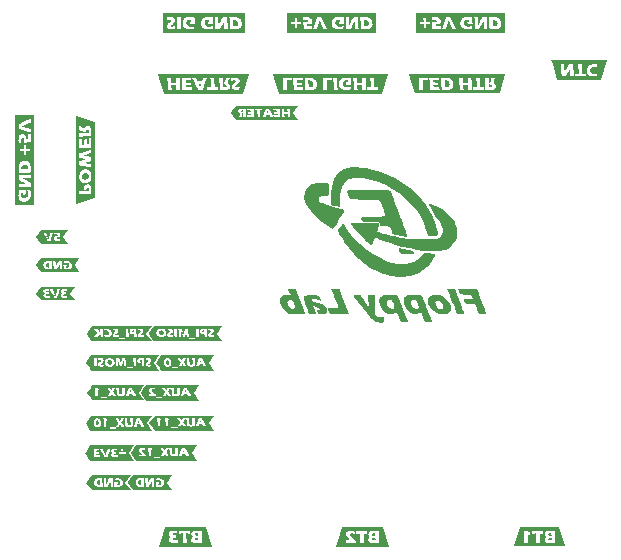
<source format=gbr>
%TF.GenerationSoftware,KiCad,Pcbnew,9.0.2*%
%TF.CreationDate,2025-06-25T14:56:52+02:00*%
%TF.ProjectId,Filament dryer oven control board,46696c61-6d65-46e7-9420-647279657220,1.0*%
%TF.SameCoordinates,Original*%
%TF.FileFunction,Legend,Bot*%
%TF.FilePolarity,Positive*%
%FSLAX46Y46*%
G04 Gerber Fmt 4.6, Leading zero omitted, Abs format (unit mm)*
G04 Created by KiCad (PCBNEW 9.0.2) date 2025-06-25 14:56:52*
%MOMM*%
%LPD*%
G01*
G04 APERTURE LIST*
%ADD10C,0.000000*%
G04 APERTURE END LIST*
D10*
%TO.C,kibuzzard-6853E998*%
G36*
X125587802Y-56260147D02*
G01*
X125650440Y-56270037D01*
X125753370Y-56326447D01*
X125791923Y-56375806D01*
X125818938Y-56437436D01*
X125834872Y-56506026D01*
X125840183Y-56576264D01*
X125832308Y-56656575D01*
X125808681Y-56723150D01*
X125724799Y-56806300D01*
X125662985Y-56823883D01*
X125582308Y-56829744D01*
X125457766Y-56825348D01*
X125432857Y-56260513D01*
X125517106Y-56256850D01*
X125587802Y-56260147D01*
G37*
G36*
X123239451Y-55708376D02*
G01*
X124125165Y-55708376D01*
X125116374Y-55708376D01*
X126643114Y-55708376D01*
X127532491Y-55708376D01*
X128622601Y-55708376D01*
X129216007Y-55708376D01*
X130663626Y-55708376D01*
X131340549Y-55708376D01*
X131653126Y-55708376D01*
X132152100Y-55708376D01*
X131653126Y-57371624D01*
X131340549Y-57371624D01*
X123239451Y-57371624D01*
X122926874Y-57371624D01*
X122527387Y-56040000D01*
X123239451Y-56040000D01*
X123250521Y-56148181D01*
X123259312Y-56242198D01*
X123265824Y-56322051D01*
X123273036Y-56421525D01*
X123279286Y-56520678D01*
X123284574Y-56619510D01*
X123288901Y-56718022D01*
X123293175Y-56841221D01*
X123295739Y-56948547D01*
X123296593Y-57040000D01*
X123390549Y-57038901D01*
X123473150Y-57038535D01*
X123536520Y-57038901D01*
X123622601Y-57040000D01*
X123605018Y-56774799D01*
X123583040Y-56360147D01*
X123580110Y-56258315D01*
X123684139Y-56256667D01*
X123744212Y-56256117D01*
X123862243Y-56256687D01*
X123959434Y-56258396D01*
X124035788Y-56261245D01*
X124019670Y-56040000D01*
X124125165Y-56040000D01*
X124136276Y-56159170D01*
X124145189Y-56264664D01*
X124151905Y-56356484D01*
X124157521Y-56450786D01*
X124163138Y-56563728D01*
X124168755Y-56695311D01*
X124173435Y-56820383D01*
X124176243Y-56913789D01*
X124177179Y-56975531D01*
X124176447Y-57040000D01*
X124267427Y-57039359D01*
X124367473Y-57038901D01*
X124476584Y-57038626D01*
X124594762Y-57038535D01*
X124704606Y-57038626D01*
X124807766Y-57038901D01*
X124904240Y-57039359D01*
X124994029Y-57040000D01*
X124992564Y-57015824D01*
X124988901Y-56952088D01*
X124984505Y-56872234D01*
X124983040Y-56820220D01*
X124853004Y-56824615D01*
X124745678Y-56826081D01*
X124657308Y-56825989D01*
X124603187Y-56825714D01*
X124487802Y-56822418D01*
X124479011Y-56654652D01*
X124572601Y-56653004D01*
X124680476Y-56652454D01*
X124755568Y-56653736D01*
X124898791Y-56657582D01*
X124891648Y-56554835D01*
X124884872Y-56434139D01*
X124772784Y-56435238D01*
X124690000Y-56435604D01*
X124582857Y-56434322D01*
X124463626Y-56430476D01*
X124454835Y-56252454D01*
X124539084Y-56252454D01*
X124596410Y-56253004D01*
X124693663Y-56254652D01*
X124845311Y-56258315D01*
X124958132Y-56264176D01*
X124950073Y-56153919D01*
X124943480Y-56040000D01*
X125116374Y-56040000D01*
X125125979Y-56143948D01*
X125133305Y-56233081D01*
X125138352Y-56307399D01*
X125142747Y-56387619D01*
X125147143Y-56478828D01*
X125151538Y-56581026D01*
X125155934Y-56694212D01*
X125159597Y-56803858D01*
X125161795Y-56890549D01*
X125162527Y-56954286D01*
X125162527Y-57040000D01*
X125242381Y-57038352D01*
X125310513Y-57037802D01*
X125379927Y-57038626D01*
X125468022Y-57041099D01*
X125562527Y-57043571D01*
X125651172Y-57044396D01*
X125743297Y-57041465D01*
X125823333Y-57032674D01*
X125894853Y-57014725D01*
X125961429Y-56984322D01*
X126020311Y-56942015D01*
X126068755Y-56888352D01*
X126106850Y-56823974D01*
X126134689Y-56749524D01*
X126151722Y-56668846D01*
X126157399Y-56585788D01*
X126153004Y-56504560D01*
X126139817Y-56426447D01*
X126118755Y-56353645D01*
X126090733Y-56288352D01*
X126056575Y-56231117D01*
X126017106Y-56182491D01*
X125920769Y-56106667D01*
X125839451Y-56070037D01*
X125727363Y-56048791D01*
X125642930Y-56042198D01*
X125547875Y-56040000D01*
X126643114Y-56040000D01*
X126654184Y-56148181D01*
X126662975Y-56242198D01*
X126669487Y-56322051D01*
X126676699Y-56421525D01*
X126682949Y-56520678D01*
X126688237Y-56619510D01*
X126692564Y-56718022D01*
X126696838Y-56841221D01*
X126699402Y-56948547D01*
X126700256Y-57040000D01*
X126794212Y-57038901D01*
X126876813Y-57038535D01*
X126940183Y-57038901D01*
X127026264Y-57040000D01*
X127008681Y-56774799D01*
X126986703Y-56360147D01*
X126983773Y-56258315D01*
X127087802Y-56256667D01*
X127147875Y-56256117D01*
X127265906Y-56256687D01*
X127363097Y-56258396D01*
X127439451Y-56261245D01*
X127423333Y-56040000D01*
X127532491Y-56040000D01*
X127542450Y-56182834D01*
X127551081Y-56317198D01*
X127558384Y-56443091D01*
X127564359Y-56560513D01*
X127569006Y-56669464D01*
X127572326Y-56769945D01*
X127574318Y-56861955D01*
X127574982Y-56945495D01*
X127574249Y-57040000D01*
X127681209Y-57038901D01*
X127745678Y-57038535D01*
X127794945Y-57038901D01*
X127903187Y-57040000D01*
X127894965Y-56932063D01*
X127887884Y-56828034D01*
X127881941Y-56727912D01*
X127877179Y-56627019D01*
X127873150Y-56529469D01*
X127872352Y-56506667D01*
X128023333Y-56506667D01*
X128031555Y-56603451D01*
X128056219Y-56695515D01*
X128097326Y-56782857D01*
X128153858Y-56861937D01*
X128224799Y-56929214D01*
X128310147Y-56984689D01*
X128384620Y-57017221D01*
X128469212Y-57040458D01*
X128563924Y-57054400D01*
X128668755Y-57059048D01*
X128779540Y-57054733D01*
X128897977Y-57041791D01*
X129024066Y-57020220D01*
X129026447Y-56907216D01*
X129033590Y-56782125D01*
X128948242Y-56808864D01*
X128872051Y-56825714D01*
X128789267Y-56837070D01*
X128719304Y-56840733D01*
X128640916Y-56834963D01*
X128566923Y-56817656D01*
X128500165Y-56788352D01*
X128443480Y-56746593D01*
X128398333Y-56693938D01*
X128366190Y-56631941D01*
X128346960Y-56563443D01*
X128340549Y-56491282D01*
X128347875Y-56419945D01*
X128369853Y-56356850D01*
X128407766Y-56304927D01*
X128462894Y-56267106D01*
X128530293Y-56244029D01*
X128605018Y-56236337D01*
X128673333Y-56241099D01*
X128747875Y-56255385D01*
X128755934Y-56414359D01*
X128699524Y-56416557D01*
X128621868Y-56415824D01*
X128626996Y-56505934D01*
X128629194Y-56548059D01*
X128630659Y-56623150D01*
X128728645Y-56622051D01*
X128821868Y-56621685D01*
X128960330Y-56622051D01*
X129065092Y-56623150D01*
X129058702Y-56546960D01*
X129052230Y-56452210D01*
X129045678Y-56338901D01*
X129039939Y-56226325D01*
X129035910Y-56133773D01*
X129033590Y-56061245D01*
X128956575Y-56047967D01*
X128901611Y-56040000D01*
X129216007Y-56040000D01*
X129244579Y-56440000D01*
X129257766Y-56731575D01*
X129261429Y-56861245D01*
X129262894Y-56969670D01*
X129262161Y-57040000D01*
X129362711Y-57038901D01*
X129434322Y-57038535D01*
X129495495Y-57038901D01*
X129589634Y-57040000D01*
X129579296Y-56905283D01*
X129571726Y-56781473D01*
X129566923Y-56668571D01*
X129965458Y-56669304D01*
X129969029Y-56739908D01*
X129972418Y-56831575D01*
X129974890Y-56917564D01*
X129975714Y-56971136D01*
X129974249Y-57040000D01*
X130147875Y-57038535D01*
X130199890Y-57038901D01*
X130301722Y-57040000D01*
X130291934Y-56897099D01*
X130286664Y-56815824D01*
X130395495Y-56815824D01*
X130399158Y-56897143D01*
X130401722Y-56965458D01*
X130403553Y-57040000D01*
X130511886Y-57039359D01*
X130628828Y-57038901D01*
X130754377Y-57038626D01*
X130888535Y-57038535D01*
X131069487Y-57039267D01*
X131245311Y-57039267D01*
X131340549Y-57040000D01*
X131336154Y-56968938D01*
X131332125Y-56874432D01*
X131331026Y-56818022D01*
X131232613Y-56822092D01*
X131146410Y-56824534D01*
X131072418Y-56825348D01*
X131021136Y-56825348D01*
X131011429Y-56700623D01*
X131004286Y-56585788D01*
X130999320Y-56481799D01*
X130995169Y-56379845D01*
X130991832Y-56279927D01*
X130988535Y-56145769D01*
X130987436Y-56040000D01*
X130888535Y-56041099D01*
X130832125Y-56041465D01*
X130774249Y-56041099D01*
X130663626Y-56040000D01*
X130673494Y-56143192D01*
X130682166Y-56249314D01*
X130689641Y-56358367D01*
X130695921Y-56470351D01*
X130701004Y-56585264D01*
X130704891Y-56703108D01*
X130707582Y-56823883D01*
X130395495Y-56815824D01*
X130286664Y-56815824D01*
X130283670Y-56769641D01*
X130276930Y-56657626D01*
X130271714Y-56561055D01*
X130268022Y-56479927D01*
X130264817Y-56383613D01*
X130262527Y-56278187D01*
X130261154Y-56163649D01*
X130260696Y-56040000D01*
X130100989Y-56041465D01*
X130040183Y-56041099D01*
X129929560Y-56040000D01*
X129937985Y-56130751D01*
X129944945Y-56228645D01*
X129950440Y-56333681D01*
X129954469Y-56445861D01*
X129555201Y-56445861D01*
X129542747Y-56040000D01*
X129372784Y-56041465D01*
X129317473Y-56041099D01*
X129216007Y-56040000D01*
X128901611Y-56040000D01*
X128894029Y-56038901D01*
X128833132Y-56032308D01*
X128761062Y-56026447D01*
X128687619Y-56022326D01*
X128622601Y-56020952D01*
X128523883Y-56024982D01*
X128426996Y-56037070D01*
X128336062Y-56058132D01*
X128255201Y-56089084D01*
X128185696Y-56131392D01*
X128128828Y-56186520D01*
X128084048Y-56253736D01*
X128050806Y-56332308D01*
X128030201Y-56418022D01*
X128023333Y-56506667D01*
X127872352Y-56506667D01*
X127869853Y-56435261D01*
X127867289Y-56344396D01*
X127864847Y-56231290D01*
X127863382Y-56129825D01*
X127862894Y-56040000D01*
X127712711Y-56041465D01*
X127645678Y-56041099D01*
X127532491Y-56040000D01*
X127423333Y-56040000D01*
X127296919Y-56040814D01*
X127174575Y-56041302D01*
X127056300Y-56041465D01*
X126942015Y-56041374D01*
X126835055Y-56041099D01*
X126735421Y-56040641D01*
X126643114Y-56040000D01*
X125547875Y-56040000D01*
X125251905Y-56042198D01*
X125197143Y-56041648D01*
X125116374Y-56040000D01*
X124943480Y-56040000D01*
X124851951Y-56040641D01*
X124756117Y-56041099D01*
X124655980Y-56041374D01*
X124551538Y-56041465D01*
X124229194Y-56040733D01*
X124125165Y-56040000D01*
X124019670Y-56040000D01*
X123893256Y-56040814D01*
X123770912Y-56041302D01*
X123652637Y-56041465D01*
X123538352Y-56041374D01*
X123431392Y-56041099D01*
X123331758Y-56040641D01*
X123239451Y-56040000D01*
X122527387Y-56040000D01*
X122427900Y-55708376D01*
X122926874Y-55708376D01*
X123239451Y-55708376D01*
G37*
%TO.C,kibuzzard-6853EBAF*%
G36*
X108657179Y-79923141D02*
G01*
X108707692Y-79944872D01*
X108749872Y-79979487D01*
X108781026Y-80025385D01*
X108800256Y-80078782D01*
X108806667Y-80135897D01*
X108800833Y-80187949D01*
X108783333Y-80235385D01*
X108753910Y-80275577D01*
X108712308Y-80305897D01*
X108663205Y-80324936D01*
X108611282Y-80331282D01*
X108556731Y-80324167D01*
X108506923Y-80302821D01*
X108465128Y-80268590D01*
X108434615Y-80222821D01*
X108415962Y-80170064D01*
X108409744Y-80114872D01*
X108415513Y-80062115D01*
X108432821Y-80013590D01*
X108461282Y-79972372D01*
X108500513Y-79941538D01*
X108547949Y-79922308D01*
X108601026Y-79915897D01*
X108657179Y-79923141D01*
G37*
G36*
X112355214Y-80200000D02*
G01*
X112793390Y-80857265D01*
X112355214Y-80857265D01*
X112136410Y-80857265D01*
X111911282Y-80857265D01*
X111532308Y-80857265D01*
X110862051Y-80857265D01*
X110032308Y-80857265D01*
X109994359Y-80857265D01*
X108616410Y-80857265D01*
X107902051Y-80857265D01*
X107523077Y-80857265D01*
X107263590Y-80857265D01*
X107044786Y-80857265D01*
X106898918Y-80638462D01*
X110032308Y-80638462D01*
X110557436Y-80638462D01*
X110557436Y-80527692D01*
X110032308Y-80527692D01*
X110032308Y-80638462D01*
X106898918Y-80638462D01*
X106606610Y-80200000D01*
X106890028Y-79774872D01*
X107263590Y-79774872D01*
X107269345Y-79850427D01*
X107274302Y-79923248D01*
X107278462Y-79993333D01*
X107281795Y-80063958D01*
X107284615Y-80132244D01*
X107286923Y-80198189D01*
X107288718Y-80261795D01*
X107290427Y-80340969D01*
X107291453Y-80411994D01*
X107291795Y-80474872D01*
X107396923Y-80473846D01*
X107443846Y-80474103D01*
X107523077Y-80474872D01*
X107516106Y-80374888D01*
X107510208Y-80283077D01*
X107626154Y-80283077D01*
X107631667Y-80328141D01*
X107648205Y-80371026D01*
X107674872Y-80409103D01*
X107710769Y-80439744D01*
X107753269Y-80462628D01*
X107799744Y-80477436D01*
X107849551Y-80485513D01*
X107902051Y-80488205D01*
X107962279Y-80485527D01*
X108032194Y-80477493D01*
X108111795Y-80464103D01*
X108116467Y-80396125D01*
X108121595Y-80337835D01*
X108127179Y-80289231D01*
X108072885Y-80310962D01*
X108024872Y-80324872D01*
X107946154Y-80334872D01*
X107875128Y-80321795D01*
X107848718Y-80283077D01*
X107851282Y-80266410D01*
X107861026Y-80248462D01*
X107881538Y-80226667D01*
X107977949Y-80142564D01*
X108014062Y-80110769D01*
X108187692Y-80110769D01*
X108195449Y-80193397D01*
X108218718Y-80268974D01*
X108256603Y-80335577D01*
X108308205Y-80391282D01*
X108372308Y-80434808D01*
X108447692Y-80464872D01*
X108530385Y-80482372D01*
X108616410Y-80488205D01*
X108701282Y-80482500D01*
X108782564Y-80465385D01*
X108856859Y-80435513D01*
X108920769Y-80391538D01*
X108970962Y-80337628D01*
X109004103Y-80277949D01*
X109022564Y-80211923D01*
X109028718Y-80138974D01*
X109022934Y-80067151D01*
X109005584Y-80001425D01*
X108976667Y-79941795D01*
X108936382Y-79889345D01*
X108884929Y-79845157D01*
X108822308Y-79809231D01*
X108751225Y-79782735D01*
X108713219Y-79774872D01*
X109120000Y-79774872D01*
X109124455Y-79858237D01*
X109128077Y-79935513D01*
X109130865Y-80006699D01*
X109132821Y-80071795D01*
X109135737Y-80183846D01*
X109137821Y-80276923D01*
X109139071Y-80351026D01*
X109139487Y-80406154D01*
X109138462Y-80474872D01*
X109196026Y-80474103D01*
X109233333Y-80473846D01*
X109277308Y-80474103D01*
X109330256Y-80474872D01*
X109327293Y-80429943D01*
X109323875Y-80356695D01*
X109320000Y-80255128D01*
X109316581Y-80153333D01*
X109314530Y-80079402D01*
X109313846Y-80033333D01*
X109314872Y-79974872D01*
X109382051Y-80183590D01*
X109478462Y-80474872D01*
X109534744Y-80474103D01*
X109570256Y-80473846D01*
X109610513Y-80474103D01*
X109667692Y-80474872D01*
X109730769Y-80192821D01*
X109767692Y-80042564D01*
X109772308Y-80021026D01*
X109780513Y-79975897D01*
X109793333Y-80117949D01*
X109810256Y-80409231D01*
X109811795Y-80474872D01*
X109869744Y-80474103D01*
X109902051Y-80473846D01*
X109938462Y-80474103D01*
X109994359Y-80474872D01*
X109981538Y-80371282D01*
X109949744Y-80011795D01*
X109933846Y-79774872D01*
X110602564Y-79774872D01*
X110608319Y-79850427D01*
X110613276Y-79923248D01*
X110617436Y-79993333D01*
X110620769Y-80063958D01*
X110623590Y-80132244D01*
X110625897Y-80198189D01*
X110627692Y-80261795D01*
X110629402Y-80340969D01*
X110630427Y-80411994D01*
X110630769Y-80474872D01*
X110735897Y-80473846D01*
X110782821Y-80474103D01*
X110862051Y-80474872D01*
X110855080Y-80374888D01*
X110849038Y-80280833D01*
X110843926Y-80192708D01*
X110839744Y-80110513D01*
X110836490Y-80034247D01*
X110834512Y-79974359D01*
X110929231Y-79974359D01*
X110937564Y-80040128D01*
X110962564Y-80100000D01*
X111002692Y-80149744D01*
X111056410Y-80185128D01*
X111120641Y-80206282D01*
X111192308Y-80213333D01*
X111256410Y-80207179D01*
X111271795Y-80136923D01*
X111290256Y-80067692D01*
X111243077Y-80072308D01*
X111165897Y-80047436D01*
X111140513Y-79986667D01*
X111146154Y-79955641D01*
X111164103Y-79933333D01*
X111191282Y-79922051D01*
X111225128Y-79919487D01*
X111263590Y-79920513D01*
X111306667Y-79923590D01*
X111310769Y-79992023D01*
X111314188Y-80065356D01*
X111316923Y-80143590D01*
X111319840Y-80242821D01*
X111321923Y-80320000D01*
X111323173Y-80375128D01*
X111323590Y-80408205D01*
X111323590Y-80474872D01*
X111425641Y-80473846D01*
X111463077Y-80474103D01*
X111532308Y-80474872D01*
X111522051Y-80343590D01*
X111518904Y-80283077D01*
X111635385Y-80283077D01*
X111640897Y-80328141D01*
X111657436Y-80371026D01*
X111684103Y-80409103D01*
X111720000Y-80439744D01*
X111762500Y-80462628D01*
X111808974Y-80477436D01*
X111858782Y-80485513D01*
X111911282Y-80488205D01*
X111971510Y-80485527D01*
X112041425Y-80477493D01*
X112121026Y-80464103D01*
X112125698Y-80396125D01*
X112130826Y-80337835D01*
X112136410Y-80289231D01*
X112082115Y-80310962D01*
X112034103Y-80324872D01*
X111955385Y-80334872D01*
X111884359Y-80321795D01*
X111857949Y-80283077D01*
X111860513Y-80266410D01*
X111870256Y-80248462D01*
X111890769Y-80226667D01*
X111987179Y-80142564D01*
X112034359Y-80101026D01*
X112076667Y-80052308D01*
X112098718Y-80006410D01*
X112105641Y-79956923D01*
X112094615Y-79895641D01*
X112061538Y-79839487D01*
X112003077Y-79794359D01*
X111925128Y-79768462D01*
X111839487Y-79761538D01*
X111780000Y-79763761D01*
X111717094Y-79770427D01*
X111650769Y-79781538D01*
X111647179Y-79846410D01*
X111643718Y-79886987D01*
X111637436Y-79949744D01*
X111682564Y-79933654D01*
X111723590Y-79923333D01*
X111790769Y-79915897D01*
X111857179Y-79930769D01*
X111883590Y-79967692D01*
X111879487Y-79987692D01*
X111864103Y-80010513D01*
X111834359Y-80039231D01*
X111776410Y-80085641D01*
X111739487Y-80114872D01*
X111704103Y-80147179D01*
X111671282Y-80184615D01*
X111650000Y-80218462D01*
X111638974Y-80249487D01*
X111635385Y-80283077D01*
X111518904Y-80283077D01*
X111508718Y-80087179D01*
X111503077Y-79905641D01*
X111502564Y-79847179D01*
X111503077Y-79774872D01*
X111442051Y-79776026D01*
X111394359Y-79776410D01*
X111347564Y-79775833D01*
X111286154Y-79774103D01*
X111222692Y-79772372D01*
X111169744Y-79771795D01*
X111109936Y-79773974D01*
X111067949Y-79780513D01*
X111008205Y-79807949D01*
X110964103Y-79851795D01*
X110937949Y-79908974D01*
X110929231Y-79974359D01*
X110834512Y-79974359D01*
X110834167Y-79963910D01*
X110832772Y-79899503D01*
X110832308Y-79841026D01*
X110832821Y-79774872D01*
X110757949Y-79775641D01*
X110712821Y-79775897D01*
X110678333Y-79775641D01*
X110602564Y-79774872D01*
X109933846Y-79774872D01*
X109849615Y-79775641D01*
X109785641Y-79775897D01*
X109729231Y-79775641D01*
X109649231Y-79774872D01*
X109637949Y-79841795D01*
X109629936Y-79875513D01*
X109615128Y-79931026D01*
X109598718Y-79992949D01*
X109585897Y-80045897D01*
X109572115Y-80111603D01*
X109552821Y-80211795D01*
X109531282Y-80136923D01*
X109511795Y-80073333D01*
X109491026Y-80011410D01*
X109465641Y-79941538D01*
X109443013Y-79880449D01*
X109430513Y-79844872D01*
X109410256Y-79774872D01*
X109334103Y-79775641D01*
X109259487Y-79775897D01*
X109199487Y-79775641D01*
X109120000Y-79774872D01*
X108713219Y-79774872D01*
X108674387Y-79766838D01*
X108591795Y-79761538D01*
X108511282Y-79767051D01*
X108433846Y-79783590D01*
X108362692Y-79812244D01*
X108301026Y-79854103D01*
X108251282Y-79906218D01*
X108215897Y-79965641D01*
X108194744Y-80033462D01*
X108187692Y-80110769D01*
X108014062Y-80110769D01*
X108025128Y-80101026D01*
X108067436Y-80052308D01*
X108089487Y-80006410D01*
X108096410Y-79956923D01*
X108085385Y-79895641D01*
X108052308Y-79839487D01*
X107993846Y-79794359D01*
X107915897Y-79768462D01*
X107830256Y-79761538D01*
X107770769Y-79763761D01*
X107707863Y-79770427D01*
X107641538Y-79781538D01*
X107637949Y-79846410D01*
X107634487Y-79886987D01*
X107628205Y-79949744D01*
X107673333Y-79933654D01*
X107714359Y-79923333D01*
X107781538Y-79915897D01*
X107847949Y-79930769D01*
X107874359Y-79967692D01*
X107870256Y-79987692D01*
X107854872Y-80010513D01*
X107825128Y-80039231D01*
X107767179Y-80085641D01*
X107730256Y-80114872D01*
X107694872Y-80147179D01*
X107662051Y-80184615D01*
X107640769Y-80218462D01*
X107629744Y-80249487D01*
X107626154Y-80283077D01*
X107510208Y-80283077D01*
X107510064Y-80280833D01*
X107504952Y-80192708D01*
X107500769Y-80110513D01*
X107497516Y-80034247D01*
X107495192Y-79963910D01*
X107493798Y-79899503D01*
X107493333Y-79841026D01*
X107493846Y-79774872D01*
X107418974Y-79775641D01*
X107373846Y-79775897D01*
X107339359Y-79775641D01*
X107263590Y-79774872D01*
X106890028Y-79774872D01*
X107044786Y-79542735D01*
X107263590Y-79542735D01*
X112136410Y-79542735D01*
X112355214Y-79542735D01*
X112793390Y-79542735D01*
X112355214Y-80200000D01*
G37*
%TO.C,G\u002A\u002A\u002A*%
G36*
X133198920Y-70457943D02*
G01*
X133346039Y-70493830D01*
X133409775Y-70510637D01*
X133574423Y-70550755D01*
X133760683Y-70592948D01*
X133939216Y-70630459D01*
X134059314Y-70656416D01*
X134220923Y-70702668D01*
X134327456Y-70753453D01*
X134386102Y-70812699D01*
X134404053Y-70884332D01*
X134398386Y-70897277D01*
X134367979Y-70910971D01*
X134303941Y-70920480D01*
X134198083Y-70926460D01*
X134042217Y-70929567D01*
X133828153Y-70930457D01*
X133656961Y-70930307D01*
X133478441Y-70927722D01*
X133348942Y-70918970D01*
X133258510Y-70900291D01*
X133197194Y-70867928D01*
X133155040Y-70818123D01*
X133122096Y-70747120D01*
X133088409Y-70651158D01*
X133084877Y-70640701D01*
X133056802Y-70537163D01*
X133061591Y-70475158D01*
X133106534Y-70450236D01*
X133198920Y-70457943D01*
G37*
G36*
X137508767Y-73925742D02*
G01*
X137832526Y-73935294D01*
X138072411Y-74566143D01*
X138147144Y-74761408D01*
X138237029Y-74993564D01*
X138324982Y-75218209D01*
X138403865Y-75417125D01*
X138466540Y-75572093D01*
X138468320Y-75576425D01*
X138527590Y-75723157D01*
X138576061Y-75847846D01*
X138608778Y-75937424D01*
X138620785Y-75978826D01*
X138612767Y-75986177D01*
X138553747Y-75998740D01*
X138448741Y-76007296D01*
X138311340Y-76010457D01*
X138001896Y-76010457D01*
X137824678Y-75537320D01*
X137801257Y-75475099D01*
X137716719Y-75253859D01*
X137620437Y-75005735D01*
X137522553Y-74756754D01*
X137433211Y-74532941D01*
X137376817Y-74393085D01*
X137311378Y-74230738D01*
X137257468Y-74096920D01*
X137219524Y-74002650D01*
X137201985Y-73958945D01*
X137201044Y-73956141D01*
X137210938Y-73937257D01*
X137259378Y-73926561D01*
X137355581Y-73923055D01*
X137508767Y-73925742D01*
G37*
G36*
X127716224Y-73925861D02*
G01*
X128069188Y-73935294D01*
X128118844Y-74084706D01*
X128126683Y-74107524D01*
X128165090Y-74212325D01*
X128222389Y-74363027D01*
X128293954Y-74547948D01*
X128375162Y-74755412D01*
X128461385Y-74973738D01*
X128548000Y-75191248D01*
X128630382Y-75396262D01*
X128703904Y-75577102D01*
X128763943Y-75722088D01*
X128805872Y-75819542D01*
X128891581Y-76010457D01*
X128066383Y-76010457D01*
X127241186Y-76010457D01*
X127162362Y-75802941D01*
X127122051Y-75697482D01*
X127089006Y-75612324D01*
X127072140Y-75570523D01*
X127075041Y-75567084D01*
X127123821Y-75558632D01*
X127223273Y-75551821D01*
X127361935Y-75547275D01*
X127528344Y-75545621D01*
X127591067Y-75545452D01*
X127750436Y-75543359D01*
X127878935Y-75539252D01*
X127964721Y-75533605D01*
X127995948Y-75526893D01*
X127985510Y-75495391D01*
X127954489Y-75411827D01*
X127906907Y-75286801D01*
X127846823Y-75130712D01*
X127778292Y-74953963D01*
X127705371Y-74766955D01*
X127632116Y-74580089D01*
X127562583Y-74403767D01*
X127500829Y-74248388D01*
X127450910Y-74124356D01*
X127416882Y-74042070D01*
X127363261Y-73916427D01*
X127716224Y-73925861D01*
G37*
G36*
X138911792Y-73918855D02*
G01*
X139733072Y-73919017D01*
X139844364Y-74242580D01*
X139854485Y-74271644D01*
X139906426Y-74415264D01*
X139976008Y-74601787D01*
X140057622Y-74816423D01*
X140145654Y-75044382D01*
X140234495Y-75270874D01*
X140278309Y-75381824D01*
X140353724Y-75573894D01*
X140418382Y-75739979D01*
X140468834Y-75871149D01*
X140501634Y-75958476D01*
X140513334Y-75993031D01*
X140496986Y-75998347D01*
X140426887Y-76004560D01*
X140314266Y-76008771D01*
X140173007Y-76010279D01*
X139832680Y-76010100D01*
X139707603Y-75653350D01*
X139662231Y-75526425D01*
X139613291Y-75395235D01*
X139574336Y-75297054D01*
X139551108Y-75246797D01*
X139541079Y-75235370D01*
X139500592Y-75216494D01*
X139425522Y-75204229D01*
X139305279Y-75197255D01*
X139129273Y-75194252D01*
X138738856Y-75191512D01*
X138663219Y-74996240D01*
X138627957Y-74902174D01*
X138598784Y-74817412D01*
X138587582Y-74774863D01*
X138615787Y-74765070D01*
X138697873Y-74756600D01*
X138820850Y-74750866D01*
X138971649Y-74748758D01*
X139049089Y-74748925D01*
X139194188Y-74748322D01*
X139284648Y-74740461D01*
X139328763Y-74718092D01*
X139334824Y-74673965D01*
X139311123Y-74600830D01*
X139265952Y-74491438D01*
X139221820Y-74383529D01*
X138742560Y-74383529D01*
X138582717Y-74383047D01*
X138440556Y-74380495D01*
X138346135Y-74374657D01*
X138289212Y-74364333D01*
X138259550Y-74348322D01*
X138246909Y-74325425D01*
X138235075Y-74289265D01*
X138202435Y-74200362D01*
X138160514Y-74093006D01*
X138090512Y-73918692D01*
X138911792Y-73918855D01*
G37*
G36*
X137493967Y-75529526D02*
G01*
X137470044Y-75692968D01*
X137398651Y-75833791D01*
X137276790Y-75943612D01*
X137247295Y-75960116D01*
X137127232Y-76009687D01*
X137002064Y-76042520D01*
X136950068Y-76051319D01*
X136867651Y-76065502D01*
X136827843Y-76072706D01*
X136793663Y-76070213D01*
X136711177Y-76059211D01*
X136600010Y-76042086D01*
X136529893Y-76028633D01*
X136276401Y-75944114D01*
X136047114Y-75812606D01*
X135850435Y-75642492D01*
X135694764Y-75442156D01*
X135588503Y-75219980D01*
X135551027Y-75037728D01*
X136186473Y-75037728D01*
X136204202Y-75152952D01*
X136249775Y-75279835D01*
X136318658Y-75402942D01*
X136406316Y-75506839D01*
X136501446Y-75568175D01*
X136616524Y-75601503D01*
X136725585Y-75601022D01*
X136805296Y-75563425D01*
X136819997Y-75546691D01*
X136858266Y-75449021D01*
X136850869Y-75330292D01*
X136805607Y-75203684D01*
X136730283Y-75082378D01*
X136632700Y-74979555D01*
X136520659Y-74908394D01*
X136401963Y-74882077D01*
X136389712Y-74882275D01*
X136296151Y-74892423D01*
X136231853Y-74913044D01*
X136201123Y-74949597D01*
X136186473Y-75037728D01*
X135551027Y-75037728D01*
X135540051Y-74984349D01*
X135539705Y-74888078D01*
X135579377Y-74726859D01*
X135675571Y-74596007D01*
X135832033Y-74489168D01*
X135971406Y-74441226D01*
X136162284Y-74417725D01*
X136372481Y-74424177D01*
X136581458Y-74459821D01*
X136768679Y-74523895D01*
X136808609Y-74543132D01*
X137006517Y-74666313D01*
X137174952Y-74817155D01*
X137310914Y-74987277D01*
X137411403Y-75168300D01*
X137473421Y-75351843D01*
X137484658Y-75449021D01*
X137493967Y-75529526D01*
G37*
G36*
X129978841Y-74640849D02*
G01*
X130022316Y-74702468D01*
X130115328Y-74836102D01*
X130220622Y-74988992D01*
X130322718Y-75138729D01*
X130397526Y-75247494D01*
X130469042Y-75347807D01*
X130519363Y-75414098D01*
X130540688Y-75435739D01*
X130542128Y-75426403D01*
X130540304Y-75365399D01*
X130532703Y-75261058D01*
X130520346Y-75128774D01*
X130516798Y-75093582D01*
X130500954Y-74927484D01*
X130486808Y-74766406D01*
X130477064Y-74640849D01*
X130464079Y-74449934D01*
X130772286Y-74449934D01*
X131080492Y-74449934D01*
X131090442Y-75261282D01*
X131100392Y-76072629D01*
X131198419Y-76174883D01*
X131332422Y-76274724D01*
X131489257Y-76322040D01*
X131649847Y-76308818D01*
X131663427Y-76304965D01*
X131741790Y-76284443D01*
X131784808Y-76276078D01*
X131785793Y-76276186D01*
X131805246Y-76308910D01*
X131826511Y-76385521D01*
X131846015Y-76484942D01*
X131860186Y-76586098D01*
X131865452Y-76667912D01*
X131858240Y-76709310D01*
X131811195Y-76732180D01*
X131731242Y-76751746D01*
X131684493Y-76757343D01*
X131509416Y-76757287D01*
X131317143Y-76733071D01*
X131140059Y-76688177D01*
X131073436Y-76659959D01*
X130945961Y-76577367D01*
X130804806Y-76449843D01*
X130644820Y-76272475D01*
X130460851Y-76040348D01*
X130401190Y-75961909D01*
X130293432Y-75821131D01*
X130164551Y-75653463D01*
X130025815Y-75473559D01*
X129888497Y-75296076D01*
X129777610Y-75153017D01*
X129650380Y-74988853D01*
X129535840Y-74841040D01*
X129443322Y-74721622D01*
X129382157Y-74642643D01*
X129325107Y-74567159D01*
X129276383Y-74498443D01*
X129257647Y-74465862D01*
X129264135Y-74462530D01*
X129319820Y-74456075D01*
X129420203Y-74451605D01*
X129550313Y-74449934D01*
X129842978Y-74449934D01*
X129978841Y-74640849D01*
G37*
G36*
X125164863Y-76010457D02*
G01*
X124869649Y-76010457D01*
X124865463Y-76010457D01*
X124725927Y-76009503D01*
X124638101Y-76004144D01*
X124587643Y-75990588D01*
X124560210Y-75965046D01*
X124541461Y-75923728D01*
X124508486Y-75836998D01*
X124440586Y-75923320D01*
X124365024Y-75991015D01*
X124266866Y-76040626D01*
X124194419Y-76056576D01*
X123997927Y-76056011D01*
X123792871Y-75999942D01*
X123591272Y-75892587D01*
X123405151Y-75738166D01*
X123321529Y-75646322D01*
X123181082Y-75451113D01*
X123075965Y-75246464D01*
X123014372Y-75055882D01*
X123647135Y-75055882D01*
X123657350Y-75126680D01*
X123706729Y-75257169D01*
X123784504Y-75386727D01*
X123876647Y-75488890D01*
X123902423Y-75509926D01*
X123970697Y-75559151D01*
X124011466Y-75578823D01*
X124023989Y-75579738D01*
X124083625Y-75593348D01*
X124159872Y-75592365D01*
X124242027Y-75550838D01*
X124292266Y-75484228D01*
X124294323Y-75472627D01*
X124288225Y-75397498D01*
X124263951Y-75284585D01*
X124225366Y-75153031D01*
X124177365Y-75017271D01*
X124131235Y-74926031D01*
X124076363Y-74875527D01*
X123999432Y-74853782D01*
X123887124Y-74848819D01*
X123859630Y-74850254D01*
X123753100Y-74886685D01*
X123676178Y-74960482D01*
X123647135Y-75055882D01*
X123014372Y-75055882D01*
X123010717Y-75044573D01*
X122989878Y-74857639D01*
X123017988Y-74697860D01*
X123026584Y-74676058D01*
X123080575Y-74574044D01*
X123152370Y-74504252D01*
X123253920Y-74461194D01*
X123397174Y-74439384D01*
X123594083Y-74433333D01*
X123935481Y-74433333D01*
X123825405Y-74176013D01*
X123715329Y-73918692D01*
X124037796Y-73918855D01*
X124360262Y-73919017D01*
X124467525Y-74225979D01*
X124483492Y-74270825D01*
X124536633Y-74414604D01*
X124607133Y-74600350D01*
X124689697Y-74814294D01*
X124779027Y-75042667D01*
X124869825Y-75271699D01*
X124950070Y-75472627D01*
X125164863Y-76010457D01*
G37*
G36*
X135443111Y-75531985D02*
G01*
X135542291Y-75784005D01*
X135633907Y-76010457D01*
X135695834Y-76162100D01*
X135764698Y-76334172D01*
X135821931Y-76481000D01*
X135862867Y-76590580D01*
X135882839Y-76650905D01*
X135906021Y-76743511D01*
X135599878Y-76733912D01*
X135293735Y-76724313D01*
X135167897Y-76392287D01*
X135129524Y-76291193D01*
X135076144Y-76151080D01*
X135032564Y-76037284D01*
X135005625Y-75967704D01*
X134969190Y-75875146D01*
X134872445Y-75946673D01*
X134814347Y-75983041D01*
X134645761Y-76040454D01*
X134455461Y-76052772D01*
X134262558Y-76020096D01*
X134086162Y-75942528D01*
X134063792Y-75927961D01*
X133931299Y-75818254D01*
X133795182Y-75673576D01*
X133674504Y-75515948D01*
X133588327Y-75367394D01*
X133521869Y-75181515D01*
X133502592Y-75072997D01*
X134105229Y-75072997D01*
X134105245Y-75075437D01*
X134129956Y-75191885D01*
X134192067Y-75324229D01*
X134277341Y-75447647D01*
X134371543Y-75537320D01*
X134386734Y-75547368D01*
X134512189Y-75601783D01*
X134625863Y-75603278D01*
X134714331Y-75551307D01*
X134750705Y-75494284D01*
X134765707Y-75399872D01*
X134743790Y-75272476D01*
X134684243Y-75101479D01*
X134642894Y-75003742D01*
X134600293Y-74927883D01*
X134555873Y-74887922D01*
X134497478Y-74868711D01*
X134496329Y-74868482D01*
X134330950Y-74854634D01*
X134208094Y-74885429D01*
X134131582Y-74958879D01*
X134105229Y-75072997D01*
X133502592Y-75072997D01*
X133488205Y-74992010D01*
X133490545Y-74820447D01*
X133530407Y-74684713D01*
X133561141Y-74629540D01*
X133615282Y-74553640D01*
X133679795Y-74500122D01*
X133765869Y-74465161D01*
X133884697Y-74444927D01*
X134047469Y-74435594D01*
X134265376Y-74433333D01*
X134320629Y-74433495D01*
X134506952Y-74436287D01*
X134677777Y-74442009D01*
X134816137Y-74449968D01*
X134905064Y-74459470D01*
X135057448Y-74485608D01*
X135232803Y-74974111D01*
X135261463Y-75053048D01*
X135346218Y-75279848D01*
X135392342Y-75399872D01*
X135443111Y-75531985D01*
G37*
G36*
X133422443Y-75610052D02*
G01*
X133513355Y-75840517D01*
X133603301Y-76066954D01*
X133687701Y-76277776D01*
X133761976Y-76461394D01*
X133821547Y-76606219D01*
X133861836Y-76700662D01*
X133863049Y-76703897D01*
X133853768Y-76722598D01*
X133805913Y-76733157D01*
X133710274Y-76736577D01*
X133557640Y-76733865D01*
X133234404Y-76724313D01*
X133168891Y-76541699D01*
X133120585Y-76408180D01*
X133066705Y-76261268D01*
X133014814Y-76121470D01*
X132970078Y-76002612D01*
X132937665Y-75918521D01*
X132922742Y-75883024D01*
X132919955Y-75882185D01*
X132881904Y-75900391D01*
X132816146Y-75945000D01*
X132760461Y-75980270D01*
X132590434Y-76039809D01*
X132398705Y-76052953D01*
X132203808Y-76019806D01*
X132024280Y-75940476D01*
X131973663Y-75906805D01*
X131813128Y-75766476D01*
X131673401Y-75594705D01*
X131559765Y-75403507D01*
X131477507Y-75204896D01*
X131442904Y-75057664D01*
X132046667Y-75057664D01*
X132055167Y-75117366D01*
X132098754Y-75237130D01*
X132167351Y-75364936D01*
X132247364Y-75476813D01*
X132325199Y-75548788D01*
X132348954Y-75562537D01*
X132477683Y-75608420D01*
X132585375Y-75596210D01*
X132665736Y-75526322D01*
X132681927Y-75500097D01*
X132703340Y-75443715D01*
X132701696Y-75375180D01*
X132678232Y-75269002D01*
X132665117Y-75219507D01*
X132603338Y-75037102D01*
X132536777Y-74920154D01*
X132465084Y-74868007D01*
X132414657Y-74856805D01*
X132271544Y-74852020D01*
X132154560Y-74887504D01*
X132075627Y-74957853D01*
X132046667Y-75057664D01*
X131442904Y-75057664D01*
X131431910Y-75010884D01*
X131428261Y-74833485D01*
X131471844Y-74684713D01*
X131502627Y-74629455D01*
X131556758Y-74553579D01*
X131621257Y-74500082D01*
X131707316Y-74465137D01*
X131826127Y-74444916D01*
X131988881Y-74435591D01*
X132206769Y-74433333D01*
X132261832Y-74433495D01*
X132448366Y-74436305D01*
X132619552Y-74442070D01*
X132758372Y-74450090D01*
X132847809Y-74459666D01*
X133001500Y-74486000D01*
X133124131Y-74833756D01*
X133140716Y-74879689D01*
X133189701Y-75010378D01*
X133256037Y-75183394D01*
X133335144Y-75387148D01*
X133357298Y-75443715D01*
X133422443Y-75610052D01*
G37*
G36*
X128438845Y-68406189D02*
G01*
X128486912Y-68468315D01*
X128549101Y-68583722D01*
X128772169Y-68970064D01*
X129060005Y-69371695D01*
X129396159Y-69763228D01*
X129771801Y-70134408D01*
X130178100Y-70474983D01*
X130366217Y-70612121D01*
X130635414Y-70791022D01*
X130931262Y-70972578D01*
X131238109Y-71147903D01*
X131540299Y-71308111D01*
X131822176Y-71444318D01*
X132068087Y-71547640D01*
X132189581Y-71591134D01*
X132574092Y-71701196D01*
X132960024Y-71772720D01*
X133330941Y-71803216D01*
X133670405Y-71790196D01*
X133995154Y-71733728D01*
X134338559Y-71619555D01*
X134643807Y-71452146D01*
X134913718Y-71229903D01*
X135151111Y-70951228D01*
X135217517Y-70859302D01*
X135665752Y-70898402D01*
X135707961Y-70902192D01*
X135870165Y-70918870D01*
X136005473Y-70936047D01*
X136100778Y-70951904D01*
X136142971Y-70964624D01*
X136145778Y-70968630D01*
X136141823Y-71020747D01*
X136108628Y-71114156D01*
X136052408Y-71236831D01*
X135979380Y-71376748D01*
X135895759Y-71521883D01*
X135807763Y-71660210D01*
X135721608Y-71779704D01*
X135442023Y-72083469D01*
X135115706Y-72343560D01*
X134749529Y-72555571D01*
X134349747Y-72715881D01*
X133922615Y-72820869D01*
X133832764Y-72836494D01*
X133718408Y-72856478D01*
X133640392Y-72870228D01*
X133628793Y-72872114D01*
X133506277Y-72881275D01*
X133336760Y-72881679D01*
X133136754Y-72874374D01*
X132922772Y-72860410D01*
X132711326Y-72840834D01*
X132518929Y-72816696D01*
X132362092Y-72789045D01*
X132283303Y-72771210D01*
X131738409Y-72609945D01*
X131203323Y-72386224D01*
X130682556Y-72103360D01*
X130180618Y-71764663D01*
X129702020Y-71373445D01*
X129251271Y-70933017D01*
X128832881Y-70446691D01*
X128451362Y-69917777D01*
X128424572Y-69876497D01*
X128330276Y-69723284D01*
X128233551Y-69555907D01*
X128140570Y-69386172D01*
X128057505Y-69225886D01*
X127990530Y-69086855D01*
X127945818Y-68980884D01*
X127929543Y-68919780D01*
X127948244Y-68867679D01*
X128001322Y-68780894D01*
X128076461Y-68677446D01*
X128161267Y-68573365D01*
X128243345Y-68484679D01*
X128310298Y-68427417D01*
X128337390Y-68410560D01*
X128392979Y-68389539D01*
X128438845Y-68406189D01*
G37*
G36*
X125807445Y-74422899D02*
G01*
X126087800Y-74454321D01*
X126340535Y-74491911D01*
X126427807Y-74678439D01*
X126469025Y-74766258D01*
X126507841Y-74848314D01*
X126527635Y-74889306D01*
X126526641Y-74894015D01*
X126488520Y-74891185D01*
X126413094Y-74868803D01*
X126383669Y-74858833D01*
X126235008Y-74817994D01*
X126078530Y-74787441D01*
X125932051Y-74769502D01*
X125813386Y-74766510D01*
X125740350Y-74780794D01*
X125733097Y-74784782D01*
X125691013Y-74825111D01*
X125704291Y-74880303D01*
X125733687Y-74917140D01*
X125788708Y-74951773D01*
X125878420Y-74985741D01*
X126013096Y-75022890D01*
X126203007Y-75067068D01*
X126268744Y-75082638D01*
X126539337Y-75173526D01*
X126751495Y-75294555D01*
X126904841Y-75445461D01*
X126998995Y-75625977D01*
X127018070Y-75697897D01*
X127015208Y-75775603D01*
X126977608Y-75869544D01*
X126936929Y-75939181D01*
X126871683Y-75995981D01*
X126767451Y-76033888D01*
X126729553Y-76042893D01*
X126614535Y-76059462D01*
X126522582Y-76058790D01*
X126445160Y-76048796D01*
X126369833Y-76043660D01*
X126338266Y-76030411D01*
X126276408Y-75970573D01*
X126207970Y-75875441D01*
X126161044Y-75799206D01*
X126119428Y-75729732D01*
X126103399Y-75700249D01*
X126106819Y-75699004D01*
X126153005Y-75699552D01*
X126235924Y-75705916D01*
X126339037Y-75701191D01*
X126394105Y-75664964D01*
X126391073Y-75604209D01*
X126326117Y-75526533D01*
X126276899Y-75494464D01*
X126186579Y-75450745D01*
X126080002Y-75407782D01*
X125976207Y-75372552D01*
X125894232Y-75352032D01*
X125853118Y-75353200D01*
X125855904Y-75370717D01*
X125878787Y-75438517D01*
X125919440Y-75544604D01*
X125972896Y-75675609D01*
X126011648Y-75768685D01*
X126058995Y-75884138D01*
X126091391Y-75965359D01*
X126103399Y-75998876D01*
X126094251Y-76001676D01*
X126033929Y-76006188D01*
X125929636Y-76009298D01*
X125795978Y-76010457D01*
X125488557Y-76010457D01*
X125409806Y-75786340D01*
X125370542Y-75679006D01*
X125310082Y-75520824D01*
X125240190Y-75343013D01*
X125169384Y-75167500D01*
X125103526Y-75003979D01*
X125051575Y-74864089D01*
X125022076Y-74763105D01*
X125012559Y-74689443D01*
X125020554Y-74631520D01*
X125043588Y-74577751D01*
X125080602Y-74532072D01*
X125189944Y-74471107D01*
X125351926Y-74432071D01*
X125559957Y-74415742D01*
X125807445Y-74422899D01*
G37*
G36*
X126666497Y-64971346D02*
G01*
X126879881Y-64975098D01*
X127043012Y-64982172D01*
X127150520Y-64992292D01*
X127197039Y-65005183D01*
X127205058Y-65026900D01*
X127211665Y-65106072D01*
X127211458Y-65226603D01*
X127205520Y-65373393D01*
X127194932Y-65531338D01*
X127180776Y-65685338D01*
X127164134Y-65820290D01*
X127146088Y-65921091D01*
X127127721Y-65972641D01*
X127098770Y-65990808D01*
X127000016Y-66010073D01*
X126836826Y-66016470D01*
X126809729Y-66016582D01*
X126657090Y-66024298D01*
X126540497Y-66047568D01*
X126434160Y-66091176D01*
X126360259Y-66130248D01*
X126308698Y-66172962D01*
X126289106Y-66231799D01*
X126286013Y-66331895D01*
X126288152Y-66424234D01*
X126304680Y-66484446D01*
X126350821Y-66525987D01*
X126441799Y-66572356D01*
X126505256Y-66600721D01*
X126661993Y-66662957D01*
X126860360Y-66735151D01*
X127085887Y-66812517D01*
X127324108Y-66890269D01*
X127560555Y-66963621D01*
X127780760Y-67027787D01*
X127970255Y-67077980D01*
X128123776Y-67116590D01*
X128254025Y-67150999D01*
X128347213Y-67177450D01*
X128389581Y-67192197D01*
X128399286Y-67198994D01*
X128435066Y-67267070D01*
X128419384Y-67369672D01*
X128352910Y-67501155D01*
X128307231Y-67574077D01*
X128232152Y-67695503D01*
X128137335Y-67849831D01*
X128030358Y-68024724D01*
X127918799Y-68207843D01*
X127911136Y-68220439D01*
X127806281Y-68390982D01*
X127711816Y-68541435D01*
X127633677Y-68662579D01*
X127577803Y-68745200D01*
X127550132Y-68780079D01*
X127536578Y-68788396D01*
X127492062Y-68800884D01*
X127434523Y-68790951D01*
X127353846Y-68754363D01*
X127239917Y-68686883D01*
X127082623Y-68584276D01*
X126991598Y-68522753D01*
X126587982Y-68228356D01*
X126221309Y-67924685D01*
X125896982Y-67617167D01*
X125620404Y-67311228D01*
X125396978Y-67012295D01*
X125232109Y-66725794D01*
X125222456Y-66705677D01*
X125160148Y-66571296D01*
X125121401Y-66469109D01*
X125100635Y-66374980D01*
X125092268Y-66264774D01*
X125090719Y-66114356D01*
X125092121Y-65971420D01*
X125100032Y-65857991D01*
X125119674Y-65765139D01*
X125156263Y-65669002D01*
X125215014Y-65545716D01*
X125298961Y-65393742D01*
X125409626Y-65251865D01*
X125546959Y-65141404D01*
X125730423Y-65043392D01*
X125781346Y-65021465D01*
X125841607Y-65001804D01*
X125912452Y-64987989D01*
X126005047Y-64979001D01*
X126130553Y-64973820D01*
X126300135Y-64971425D01*
X126524954Y-64970797D01*
X126666497Y-64971346D01*
G37*
G36*
X129975116Y-63638853D02*
G01*
X130293787Y-63692444D01*
X130922292Y-63835567D01*
X131546492Y-64025335D01*
X132156594Y-64257442D01*
X132742807Y-64527581D01*
X133295336Y-64831446D01*
X133804390Y-65164731D01*
X134260175Y-65523130D01*
X134427157Y-65675157D01*
X134754837Y-66014525D01*
X135070186Y-66393485D01*
X135366781Y-66801584D01*
X135638198Y-67228370D01*
X135878014Y-67663392D01*
X136079807Y-68096198D01*
X136237152Y-68516335D01*
X136343627Y-68913351D01*
X136357787Y-68982879D01*
X136386854Y-69148529D01*
X136392822Y-69263165D01*
X136370376Y-69336824D01*
X136314200Y-69379541D01*
X136218980Y-69401353D01*
X136079400Y-69412295D01*
X135884172Y-69420942D01*
X135729609Y-69422251D01*
X135624903Y-69414617D01*
X135561699Y-69397394D01*
X135531645Y-69369934D01*
X135531316Y-69369254D01*
X135513229Y-69317286D01*
X135482982Y-69215795D01*
X135444712Y-69079146D01*
X135402556Y-68921699D01*
X135329116Y-68680778D01*
X135199510Y-68344771D01*
X135040696Y-68002254D01*
X134863206Y-67675520D01*
X134677570Y-67386865D01*
X134495816Y-67143031D01*
X134068875Y-66647993D01*
X133596411Y-66194849D01*
X133084154Y-65787528D01*
X132537832Y-65429956D01*
X131963174Y-65126063D01*
X131365909Y-64879776D01*
X130751765Y-64695024D01*
X130447451Y-64626072D01*
X130070798Y-64558714D01*
X129728332Y-64518657D01*
X129426422Y-64506360D01*
X129171442Y-64522281D01*
X128969763Y-64566877D01*
X128804070Y-64644656D01*
X128612071Y-64798498D01*
X128444989Y-65010837D01*
X128304621Y-65279281D01*
X128192764Y-65601438D01*
X128165761Y-65708287D01*
X128141861Y-65837650D01*
X128125445Y-65984243D01*
X128114762Y-66164444D01*
X128108063Y-66394633D01*
X128105388Y-66507841D01*
X128099930Y-66674511D01*
X128093606Y-66809655D01*
X128087000Y-66901648D01*
X128080698Y-66938866D01*
X128070439Y-66941813D01*
X128008372Y-66939905D01*
X127906992Y-66928326D01*
X127784123Y-66909891D01*
X127657587Y-66887414D01*
X127545207Y-66863710D01*
X127464806Y-66841595D01*
X127447274Y-66834844D01*
X127403579Y-66807259D01*
X127372372Y-66761432D01*
X127351659Y-66687738D01*
X127339445Y-66576556D01*
X127333738Y-66418263D01*
X127332544Y-66203235D01*
X127344361Y-65807527D01*
X127390380Y-65365569D01*
X127471465Y-64978110D01*
X127587981Y-64643879D01*
X127740295Y-64361601D01*
X127928774Y-64130003D01*
X128156910Y-63941349D01*
X128446669Y-63782268D01*
X128776828Y-63671648D01*
X129143929Y-63610319D01*
X129544511Y-63599111D01*
X129975116Y-63638853D01*
G37*
G36*
X131380432Y-65518888D02*
G01*
X131631188Y-65520637D01*
X131834729Y-65524234D01*
X131996503Y-65530316D01*
X132121961Y-65539519D01*
X132216550Y-65552479D01*
X132285720Y-65569831D01*
X132334920Y-65592213D01*
X132369598Y-65620258D01*
X132395203Y-65654605D01*
X132417185Y-65695887D01*
X132440991Y-65744743D01*
X132465782Y-65798205D01*
X132515795Y-65921734D01*
X132560855Y-66049673D01*
X132584844Y-66120796D01*
X132632692Y-66256393D01*
X132698756Y-66439875D01*
X132780179Y-66663500D01*
X132874102Y-66919523D01*
X132977667Y-67200203D01*
X133088015Y-67497795D01*
X133202288Y-67804557D01*
X133317629Y-68112746D01*
X133431178Y-68414617D01*
X133540077Y-68702429D01*
X133581463Y-68812607D01*
X133653071Y-69009407D01*
X133712962Y-69182138D01*
X133758015Y-69321359D01*
X133785106Y-69417627D01*
X133791114Y-69461501D01*
X133770780Y-69486733D01*
X133716737Y-69496887D01*
X133615108Y-69486778D01*
X133503428Y-69468618D01*
X133358914Y-69442805D01*
X133197083Y-69412344D01*
X133031711Y-69379982D01*
X132876574Y-69348465D01*
X132745449Y-69320540D01*
X132652113Y-69298954D01*
X132610344Y-69286453D01*
X132604683Y-69281307D01*
X132575012Y-69229074D01*
X132542936Y-69145354D01*
X132480759Y-68975609D01*
X132405933Y-68819007D01*
X132330570Y-68704978D01*
X132261062Y-68644870D01*
X132224767Y-68634270D01*
X132123318Y-68619782D01*
X131984619Y-68609917D01*
X131826650Y-68606274D01*
X131476946Y-68606274D01*
X131499120Y-68505317D01*
X131505535Y-68435390D01*
X131467790Y-68322703D01*
X131457183Y-68306912D01*
X131433244Y-68279525D01*
X131399368Y-68261025D01*
X131344261Y-68249670D01*
X131256631Y-68243717D01*
X131125183Y-68241423D01*
X130938623Y-68241045D01*
X130912949Y-68241016D01*
X130713983Y-68239059D01*
X130516812Y-68234487D01*
X130342970Y-68227926D01*
X130213994Y-68220000D01*
X130128727Y-68212426D01*
X130034284Y-68199777D01*
X129979922Y-68180440D01*
X129949472Y-68147273D01*
X129926763Y-68093133D01*
X129905423Y-68029506D01*
X129886640Y-67939263D01*
X129896474Y-67872464D01*
X129941171Y-67826280D01*
X130026977Y-67797883D01*
X130160136Y-67784443D01*
X130346894Y-67783132D01*
X130593496Y-67791120D01*
X130846255Y-67798797D01*
X131108101Y-67800408D01*
X131346998Y-67795427D01*
X131554280Y-67784329D01*
X131721284Y-67767594D01*
X131839345Y-67745698D01*
X131899798Y-67719119D01*
X131913565Y-67703139D01*
X131929158Y-67665620D01*
X131928299Y-67610341D01*
X131908894Y-67526345D01*
X131868853Y-67402672D01*
X131806081Y-67228366D01*
X131803647Y-67221753D01*
X131743351Y-67057365D01*
X131679051Y-66881215D01*
X131624264Y-66730326D01*
X131603856Y-66672157D01*
X131575336Y-66590013D01*
X131547543Y-66523898D01*
X131513768Y-66471984D01*
X131467302Y-66432443D01*
X131401436Y-66403445D01*
X131309459Y-66383163D01*
X131184663Y-66369769D01*
X131020337Y-66361433D01*
X130809773Y-66356328D01*
X130546261Y-66352625D01*
X130223092Y-66348496D01*
X130044986Y-66345961D01*
X129763785Y-66341538D01*
X129538589Y-66337092D01*
X129362652Y-66332203D01*
X129229230Y-66326451D01*
X129131578Y-66319415D01*
X129062952Y-66310676D01*
X129016608Y-66299812D01*
X128985801Y-66286405D01*
X128963787Y-66270033D01*
X128919307Y-66210673D01*
X128861843Y-66106747D01*
X128801525Y-65979508D01*
X128747330Y-65849183D01*
X128708230Y-65736002D01*
X128693203Y-65660190D01*
X128693620Y-65636105D01*
X128698118Y-65609100D01*
X128711884Y-65586579D01*
X128740111Y-65568135D01*
X128787994Y-65553361D01*
X128860728Y-65541850D01*
X128963506Y-65533194D01*
X129101523Y-65526987D01*
X129279974Y-65522821D01*
X129504052Y-65520290D01*
X129778953Y-65518986D01*
X130109870Y-65518502D01*
X130501998Y-65518431D01*
X130715481Y-65518393D01*
X131077013Y-65518352D01*
X131380432Y-65518888D01*
G37*
G36*
X135824626Y-66748073D02*
G01*
X135973819Y-66799235D01*
X136380940Y-66970246D01*
X136764679Y-67173982D01*
X137093290Y-67400647D01*
X137371703Y-67654185D01*
X137604850Y-67938537D01*
X137797660Y-68257647D01*
X137843380Y-68348957D01*
X137935655Y-68565041D01*
X137991715Y-68765511D01*
X138017223Y-68975076D01*
X138017841Y-69218446D01*
X138013041Y-69327366D01*
X138001857Y-69462202D01*
X137982228Y-69566665D01*
X137949377Y-69662974D01*
X137898526Y-69773345D01*
X137794081Y-69957382D01*
X137591368Y-70209803D01*
X137343503Y-70413686D01*
X137221945Y-70489205D01*
X137037385Y-70577641D01*
X136843301Y-70632871D01*
X136612026Y-70664378D01*
X136294021Y-70685811D01*
X135760648Y-70692067D01*
X135213138Y-70660800D01*
X134642051Y-70591037D01*
X134037943Y-70481802D01*
X133391373Y-70332122D01*
X133352764Y-70322211D01*
X133084811Y-70248698D01*
X132777375Y-70157761D01*
X132447764Y-70055018D01*
X132113290Y-69946087D01*
X131791263Y-69836587D01*
X131498992Y-69732135D01*
X131253788Y-69638349D01*
X131175161Y-69608154D01*
X131098870Y-69582402D01*
X131065637Y-69576237D01*
X131054097Y-69597483D01*
X131019400Y-69668424D01*
X130967942Y-69776694D01*
X130905866Y-69909480D01*
X130854647Y-70015903D01*
X130795643Y-70128322D01*
X130749393Y-70204906D01*
X130722936Y-70233202D01*
X130722684Y-70233180D01*
X130691833Y-70208531D01*
X130620885Y-70141057D01*
X130515117Y-70036107D01*
X130379809Y-69899028D01*
X130220241Y-69735166D01*
X130041692Y-69549869D01*
X129849441Y-69348485D01*
X129839309Y-69337821D01*
X129588334Y-69071632D01*
X129381460Y-68847957D01*
X129219370Y-68667573D01*
X129102746Y-68531253D01*
X129032271Y-68439774D01*
X129008628Y-68393910D01*
X129008646Y-68389631D01*
X129010798Y-68371922D01*
X129021131Y-68357660D01*
X129046114Y-68346409D01*
X129092216Y-68337733D01*
X129165906Y-68331196D01*
X129273654Y-68326361D01*
X129421929Y-68322793D01*
X129617200Y-68320056D01*
X129865936Y-68317714D01*
X130174606Y-68315331D01*
X130422842Y-68313653D01*
X130689729Y-68312559D01*
X130901698Y-68312886D01*
X131065218Y-68314858D01*
X131186763Y-68318699D01*
X131272803Y-68324635D01*
X131329810Y-68332889D01*
X131364257Y-68343688D01*
X131382614Y-68357254D01*
X131388710Y-68365599D01*
X131401357Y-68405387D01*
X131397769Y-68469654D01*
X131376289Y-68571215D01*
X131335254Y-68722886D01*
X131311620Y-68809692D01*
X131281752Y-68933677D01*
X131264821Y-69024589D01*
X131263980Y-69067187D01*
X131264475Y-69067917D01*
X131309514Y-69093126D01*
X131411265Y-69129326D01*
X131561644Y-69174544D01*
X131752566Y-69226806D01*
X131975945Y-69284138D01*
X132223696Y-69344566D01*
X132487735Y-69406117D01*
X132759975Y-69466817D01*
X133032333Y-69524691D01*
X133296722Y-69577767D01*
X133545058Y-69624069D01*
X133581521Y-69630532D01*
X133721181Y-69654488D01*
X133845107Y-69673452D01*
X133963567Y-69688023D01*
X134086828Y-69698799D01*
X134225158Y-69706379D01*
X134388824Y-69711360D01*
X134588093Y-69714342D01*
X134833233Y-69715922D01*
X135134510Y-69716698D01*
X135152034Y-69716728D01*
X135461384Y-69716935D01*
X135712475Y-69715784D01*
X135913060Y-69712340D01*
X136070887Y-69705668D01*
X136193707Y-69694835D01*
X136289270Y-69678904D01*
X136365326Y-69656943D01*
X136429626Y-69628016D01*
X136489919Y-69591188D01*
X136553957Y-69545526D01*
X136668147Y-69432945D01*
X136758424Y-69266282D01*
X136802865Y-69070985D01*
X136802552Y-68856450D01*
X136758565Y-68632072D01*
X136671986Y-68407247D01*
X136543897Y-68191371D01*
X136375378Y-67993840D01*
X136309746Y-67922872D01*
X136187048Y-67759998D01*
X136085070Y-67586982D01*
X136079018Y-67574944D01*
X135998727Y-67421494D01*
X135904542Y-67249690D01*
X135815596Y-67094500D01*
X135796785Y-67062458D01*
X135713667Y-66910375D01*
X135672773Y-66806849D01*
X135676222Y-66747926D01*
X135726134Y-66729652D01*
X135824626Y-66748073D01*
G37*
%TO.C,kibuzzard-6853ECA3*%
G36*
X116090842Y-94789744D02*
G01*
X115986813Y-94789744D01*
X115913919Y-94787179D01*
X115871795Y-94778022D01*
X115836264Y-94756044D01*
X115815018Y-94721612D01*
X115808791Y-94683516D01*
X115821612Y-94635165D01*
X115863004Y-94603663D01*
X115950183Y-94593407D01*
X116082051Y-94593407D01*
X116090842Y-94789744D01*
G37*
G36*
X116107692Y-95199267D02*
G01*
X115967033Y-95199267D01*
X115884982Y-95192674D01*
X115835897Y-95171429D01*
X115809158Y-95135531D01*
X115799267Y-95084982D01*
X115807326Y-95042491D01*
X115831502Y-95011722D01*
X115871062Y-94993773D01*
X115944322Y-94988278D01*
X116098901Y-94988278D01*
X116107692Y-95199267D01*
G37*
G36*
X117229133Y-95731624D02*
G01*
X116730159Y-95731624D01*
X116417582Y-95731624D01*
X115133333Y-95731624D01*
X114039560Y-95731624D01*
X113582418Y-95731624D01*
X113269841Y-95731624D01*
X112770867Y-95731624D01*
X113101783Y-94628571D01*
X113582418Y-94628571D01*
X113592308Y-94700366D01*
X113622711Y-94764469D01*
X113671062Y-94816850D01*
X113725275Y-94853480D01*
X113795604Y-94884982D01*
X113723443Y-94904762D01*
X113671062Y-94934432D01*
X113626374Y-94979853D01*
X113599267Y-95038095D01*
X113590476Y-95106960D01*
X113598810Y-95176740D01*
X113623810Y-95241026D01*
X113665018Y-95297344D01*
X113721978Y-95343223D01*
X113791575Y-95378114D01*
X113870696Y-95401465D01*
X113954853Y-95414652D01*
X114039560Y-95419048D01*
X114120421Y-95416941D01*
X114197436Y-95410623D01*
X114280311Y-95398810D01*
X114378755Y-95380220D01*
X114388278Y-95246703D01*
X114397802Y-95143590D01*
X114292389Y-95174115D01*
X114193976Y-95192430D01*
X114102564Y-95198535D01*
X114029029Y-95190385D01*
X113971062Y-95165934D01*
X113920879Y-95078388D01*
X113971795Y-95000000D01*
X114036905Y-94981319D01*
X114130403Y-94975092D01*
X114197070Y-94977106D01*
X114257875Y-94983150D01*
X114248535Y-94869780D01*
X114241026Y-94758242D01*
X114130403Y-94767766D01*
X114020879Y-94759341D01*
X113954579Y-94726374D01*
X113931868Y-94673260D01*
X113949817Y-94627106D01*
X114003663Y-94598168D01*
X114093040Y-94589744D01*
X114191209Y-94594872D01*
X114252564Y-94603297D01*
X114332601Y-94618315D01*
X114295971Y-94448352D01*
X114287179Y-94400000D01*
X114456410Y-94400000D01*
X114460806Y-94471062D01*
X114464835Y-94565568D01*
X114465934Y-94621978D01*
X114564347Y-94617908D01*
X114650549Y-94615466D01*
X114724542Y-94614652D01*
X114775824Y-94614652D01*
X114785531Y-94739377D01*
X114792674Y-94854212D01*
X114797639Y-94958201D01*
X114801791Y-95060155D01*
X114805128Y-95160073D01*
X114808425Y-95294231D01*
X114809524Y-95400000D01*
X114908425Y-95398901D01*
X114964835Y-95398535D01*
X115022711Y-95398901D01*
X115133333Y-95400000D01*
X115123466Y-95296808D01*
X115114794Y-95190686D01*
X115109858Y-95118681D01*
X115496703Y-95118681D01*
X115515018Y-95223443D01*
X115566300Y-95307692D01*
X115638828Y-95358974D01*
X115730403Y-95388278D01*
X115784158Y-95393407D01*
X115869231Y-95397070D01*
X115972985Y-95399267D01*
X116082784Y-95400000D01*
X116275458Y-95399267D01*
X116417582Y-95400000D01*
X116408466Y-95300204D01*
X116401628Y-95215710D01*
X116397070Y-95146520D01*
X116392226Y-95052096D01*
X116387464Y-94936834D01*
X116382784Y-94800733D01*
X116378917Y-94668620D01*
X116376597Y-94565324D01*
X116375824Y-94490842D01*
X116376557Y-94400000D01*
X116289194Y-94401648D01*
X116221978Y-94402198D01*
X116135531Y-94401374D01*
X116035897Y-94398901D01*
X115937179Y-94396429D01*
X115853480Y-94395604D01*
X115775092Y-94396886D01*
X115723077Y-94400733D01*
X115633333Y-94424176D01*
X115569231Y-94465934D01*
X115524542Y-94536264D01*
X115506227Y-94636630D01*
X115516850Y-94716484D01*
X115546886Y-94784249D01*
X115590476Y-94833700D01*
X115637729Y-94864469D01*
X115699634Y-94886447D01*
X115637363Y-94901465D01*
X115587179Y-94928571D01*
X115539194Y-94976557D01*
X115507326Y-95042125D01*
X115496703Y-95118681D01*
X115109858Y-95118681D01*
X115107319Y-95081633D01*
X115101039Y-94969649D01*
X115095956Y-94854736D01*
X115092068Y-94736892D01*
X115089377Y-94616117D01*
X115401465Y-94624176D01*
X115397802Y-94542857D01*
X115395238Y-94474542D01*
X115393407Y-94400000D01*
X115285073Y-94400641D01*
X115168132Y-94401099D01*
X115042582Y-94401374D01*
X114908425Y-94401465D01*
X114727473Y-94400733D01*
X114551648Y-94400733D01*
X114456410Y-94400000D01*
X114287179Y-94400000D01*
X114184127Y-94389418D01*
X114086935Y-94383069D01*
X113995604Y-94380952D01*
X113910806Y-94383883D01*
X113829304Y-94392674D01*
X113755220Y-94409249D01*
X113692674Y-94435531D01*
X113609158Y-94516484D01*
X113582418Y-94628571D01*
X113101783Y-94628571D01*
X113269841Y-94068376D01*
X113582418Y-94068376D01*
X116417582Y-94068376D01*
X116730159Y-94068376D01*
X117229133Y-95731624D01*
G37*
%TO.C,kibuzzard-6853EC51*%
G36*
X110231282Y-87800000D02*
G01*
X110677721Y-88469658D01*
X110231282Y-88469658D01*
X109968718Y-88469658D01*
X109618462Y-88469658D01*
X109026667Y-88469658D01*
X108411282Y-88469658D01*
X107551282Y-88469658D01*
X107231282Y-88469658D01*
X106968718Y-88469658D01*
X106522279Y-87800000D01*
X106648946Y-87610000D01*
X107231282Y-87610000D01*
X107238205Y-87660256D01*
X107259487Y-87705128D01*
X107293333Y-87741795D01*
X107331282Y-87767436D01*
X107380513Y-87789487D01*
X107330000Y-87803333D01*
X107293333Y-87824103D01*
X107262051Y-87855897D01*
X107243077Y-87896667D01*
X107236923Y-87944872D01*
X107242756Y-87993718D01*
X107260256Y-88038718D01*
X107289103Y-88078141D01*
X107328974Y-88110256D01*
X107377692Y-88134679D01*
X107433077Y-88151026D01*
X107491987Y-88160256D01*
X107551282Y-88163333D01*
X107607885Y-88161859D01*
X107661795Y-88157436D01*
X107719808Y-88149167D01*
X107788718Y-88136154D01*
X107795385Y-88042692D01*
X107802051Y-87970513D01*
X107728262Y-87991880D01*
X107659373Y-88004701D01*
X107595385Y-88008974D01*
X107543910Y-88003269D01*
X107503333Y-87986154D01*
X107468205Y-87924872D01*
X107503846Y-87870000D01*
X107549423Y-87856923D01*
X107614872Y-87852564D01*
X107661538Y-87853974D01*
X107704103Y-87858205D01*
X107697564Y-87778846D01*
X107692308Y-87700769D01*
X107614872Y-87707436D01*
X107538205Y-87701538D01*
X107491795Y-87678462D01*
X107475897Y-87641282D01*
X107488462Y-87608974D01*
X107526154Y-87588718D01*
X107588718Y-87582821D01*
X107657436Y-87586410D01*
X107700385Y-87592308D01*
X107756410Y-87602821D01*
X107730769Y-87483846D01*
X107724615Y-87450000D01*
X107805641Y-87450000D01*
X107842051Y-87518604D01*
X107881538Y-87594501D01*
X107924103Y-87677692D01*
X108101026Y-88028462D01*
X108128205Y-88084487D01*
X108158462Y-88150000D01*
X108232308Y-88149231D01*
X108281538Y-88148974D01*
X108331154Y-88149231D01*
X108411282Y-88150000D01*
X108430256Y-88087436D01*
X108555385Y-87726923D01*
X108596957Y-87610000D01*
X108706667Y-87610000D01*
X108713590Y-87660256D01*
X108734872Y-87705128D01*
X108768718Y-87741795D01*
X108806667Y-87767436D01*
X108855897Y-87789487D01*
X108805385Y-87803333D01*
X108768718Y-87824103D01*
X108737436Y-87855897D01*
X108718462Y-87896667D01*
X108712308Y-87944872D01*
X108718141Y-87993718D01*
X108735641Y-88038718D01*
X108764487Y-88078141D01*
X108804359Y-88110256D01*
X108853077Y-88134679D01*
X108908462Y-88151026D01*
X108967372Y-88160256D01*
X109026667Y-88163333D01*
X109083269Y-88161859D01*
X109137179Y-88157436D01*
X109195192Y-88149167D01*
X109264103Y-88136154D01*
X109270769Y-88042692D01*
X109277436Y-87970513D01*
X109203647Y-87991880D01*
X109134758Y-88004701D01*
X109070769Y-88008974D01*
X109019295Y-88003269D01*
X108978718Y-87986154D01*
X108943590Y-87924872D01*
X108979231Y-87870000D01*
X109024808Y-87856923D01*
X109090256Y-87852564D01*
X109136923Y-87853974D01*
X109179487Y-87858205D01*
X109172949Y-87778846D01*
X109169349Y-87725385D01*
X109371795Y-87725385D01*
X109375769Y-87784487D01*
X109378462Y-87853077D01*
X109469744Y-87852564D01*
X109608718Y-87851538D01*
X109610484Y-87890741D01*
X109613732Y-87968689D01*
X109618462Y-88085385D01*
X109685128Y-88083846D01*
X109751795Y-88085385D01*
X109738974Y-87851538D01*
X109861538Y-87852051D01*
X109968718Y-87853077D01*
X109964487Y-87793974D01*
X109962051Y-87725385D01*
X109842564Y-87726410D01*
X109732308Y-87726923D01*
X109722564Y-87493590D01*
X109655897Y-87494615D01*
X109589231Y-87493590D01*
X109602564Y-87726923D01*
X109463590Y-87726410D01*
X109371795Y-87725385D01*
X109169349Y-87725385D01*
X109167692Y-87700769D01*
X109090256Y-87707436D01*
X109013590Y-87701538D01*
X108967179Y-87678462D01*
X108951282Y-87641282D01*
X108963846Y-87608974D01*
X109001538Y-87588718D01*
X109064103Y-87582821D01*
X109132821Y-87586410D01*
X109175769Y-87592308D01*
X109231795Y-87602821D01*
X109206154Y-87483846D01*
X109200000Y-87450000D01*
X109127863Y-87442593D01*
X109059829Y-87438148D01*
X108995897Y-87436667D01*
X108936538Y-87438718D01*
X108879487Y-87444872D01*
X108827628Y-87456474D01*
X108783846Y-87474872D01*
X108725385Y-87531538D01*
X108706667Y-87610000D01*
X108596957Y-87610000D01*
X108653846Y-87450000D01*
X108587949Y-87450769D01*
X108529744Y-87451026D01*
X108486923Y-87450769D01*
X108425128Y-87450000D01*
X108406667Y-87519231D01*
X108393333Y-87562436D01*
X108371795Y-87630513D01*
X108296410Y-87873077D01*
X108283846Y-87916795D01*
X108268718Y-87972051D01*
X108245128Y-87913077D01*
X108066154Y-87521282D01*
X108055641Y-87496667D01*
X108036923Y-87450000D01*
X107969872Y-87450769D01*
X107917436Y-87451026D01*
X107875385Y-87450769D01*
X107805641Y-87450000D01*
X107724615Y-87450000D01*
X107652479Y-87442593D01*
X107584444Y-87438148D01*
X107520513Y-87436667D01*
X107461154Y-87438718D01*
X107404103Y-87444872D01*
X107352244Y-87456474D01*
X107308462Y-87474872D01*
X107250000Y-87531538D01*
X107231282Y-87610000D01*
X106648946Y-87610000D01*
X106968718Y-87130342D01*
X107231282Y-87130342D01*
X109968718Y-87130342D01*
X110231282Y-87130342D01*
X110677721Y-87130342D01*
X110231282Y-87800000D01*
G37*
%TO.C,kibuzzard-6853EC1A*%
G36*
X114873846Y-87595769D02*
G01*
X114900000Y-87650769D01*
X114936923Y-87726667D01*
X114777436Y-87726667D01*
X114811111Y-87624046D01*
X114832821Y-87557550D01*
X114842564Y-87527179D01*
X114873846Y-87595769D01*
G37*
G36*
X115552650Y-87800000D02*
G01*
X115990826Y-88457265D01*
X115552650Y-88457265D01*
X115333846Y-88457265D01*
X114042564Y-88457265D01*
X113669744Y-88457265D01*
X112378462Y-88457265D01*
X112123077Y-88457265D01*
X111656410Y-88457265D01*
X111066154Y-88457265D01*
X110847350Y-88457265D01*
X110701482Y-88238462D01*
X112378462Y-88238462D01*
X112903590Y-88238462D01*
X112903590Y-88127692D01*
X112378462Y-88127692D01*
X112378462Y-88238462D01*
X110701482Y-88238462D01*
X110409174Y-87800000D01*
X110592080Y-87525641D01*
X111066154Y-87525641D01*
X111071795Y-87572308D01*
X111092821Y-87624103D01*
X111114615Y-87660769D01*
X111141026Y-87696923D01*
X111186923Y-87751667D01*
X111239487Y-87808205D01*
X111277436Y-87845926D01*
X111320171Y-87886610D01*
X111367692Y-87930256D01*
X111311282Y-87930769D01*
X111232051Y-87929744D01*
X111149744Y-87927692D01*
X111092821Y-87923077D01*
X111097692Y-87984615D01*
X111101090Y-88025641D01*
X111104615Y-88074872D01*
X111169199Y-88074423D01*
X111235256Y-88074103D01*
X111302788Y-88073910D01*
X111371795Y-88073846D01*
X111452660Y-88073910D01*
X111527051Y-88074103D01*
X111594968Y-88074423D01*
X111656410Y-88074872D01*
X111653077Y-88011026D01*
X111649744Y-87929744D01*
X111598590Y-87886795D01*
X111551795Y-87845128D01*
X111505413Y-87801595D01*
X111462678Y-87759886D01*
X111423590Y-87720000D01*
X111382564Y-87675256D01*
X111348718Y-87634359D01*
X111325641Y-87595897D01*
X111321538Y-87573846D01*
X111328205Y-87547949D01*
X111349231Y-87529231D01*
X111384103Y-87516923D01*
X111430769Y-87512308D01*
X111506410Y-87518462D01*
X111553397Y-87527436D01*
X111614872Y-87542051D01*
X111601538Y-87468718D01*
X111588205Y-87384103D01*
X111523380Y-87374872D01*
X111858462Y-87374872D01*
X111868718Y-87489231D01*
X111890769Y-87868718D01*
X111895897Y-88008205D01*
X111895897Y-88074872D01*
X111944231Y-88074103D01*
X112002051Y-88073846D01*
X112068718Y-88074103D01*
X112123077Y-88074872D01*
X112118234Y-88010997D01*
X112112593Y-87925356D01*
X112106154Y-87817949D01*
X112100285Y-87710883D01*
X112096353Y-87626268D01*
X112094359Y-87564103D01*
X112131282Y-87587436D01*
X112159744Y-87606859D01*
X112209231Y-87642051D01*
X112206282Y-87594679D01*
X112203590Y-87539744D01*
X112201026Y-87453333D01*
X112141795Y-87417949D01*
X112101282Y-87392051D01*
X112078974Y-87374872D01*
X112885128Y-87374872D01*
X112913732Y-87414986D01*
X112950313Y-87464900D01*
X112994872Y-87524615D01*
X113042564Y-87588946D01*
X113088547Y-87652707D01*
X113132821Y-87715897D01*
X113097210Y-87775549D01*
X113056841Y-87841272D01*
X113011713Y-87913067D01*
X112961826Y-87990933D01*
X112907179Y-88074872D01*
X112978077Y-88074103D01*
X113028718Y-88073846D01*
X113096026Y-88074103D01*
X113162564Y-88074872D01*
X113186603Y-88028397D01*
X113218718Y-87971026D01*
X113252500Y-87910705D01*
X113281538Y-87855385D01*
X113307949Y-87898590D01*
X113347179Y-87956410D01*
X113390128Y-88018590D01*
X113427692Y-88074872D01*
X113494744Y-88074103D01*
X113546154Y-88073846D01*
X113601154Y-88074103D01*
X113669744Y-88074872D01*
X113626866Y-88019943D01*
X113578234Y-87956353D01*
X113523846Y-87884103D01*
X113470883Y-87812764D01*
X113426524Y-87751909D01*
X113390769Y-87701538D01*
X113451282Y-87599487D01*
X113471923Y-87566282D01*
X113500000Y-87522051D01*
X113551282Y-87442564D01*
X113593846Y-87374872D01*
X113653846Y-87374872D01*
X113678974Y-87738974D01*
X113679487Y-87755897D01*
X113683782Y-87846859D01*
X113692564Y-87906410D01*
X113729231Y-87982564D01*
X113760769Y-88013269D01*
X113804103Y-88040769D01*
X113856667Y-88062885D01*
X113915897Y-88077436D01*
X113978846Y-88085513D01*
X114042564Y-88088205D01*
X114098974Y-88086154D01*
X114153333Y-88080000D01*
X114177177Y-88074872D01*
X114441026Y-88074872D01*
X114512308Y-88074103D01*
X114548718Y-88073846D01*
X114601923Y-88074103D01*
X114675385Y-88074872D01*
X114692650Y-88015157D01*
X114714359Y-87948832D01*
X114740513Y-87875897D01*
X114998974Y-87875897D01*
X115029060Y-87938120D01*
X115059829Y-88004444D01*
X115091282Y-88074872D01*
X115168205Y-88074103D01*
X115208205Y-88073846D01*
X115259103Y-88074103D01*
X115333846Y-88074872D01*
X115291282Y-88001026D01*
X115026154Y-87501538D01*
X114997949Y-87445641D01*
X114963590Y-87374872D01*
X114885513Y-87375641D01*
X114831795Y-87375897D01*
X114762179Y-87375641D01*
X114697949Y-87374872D01*
X114623077Y-87588718D01*
X114470769Y-88000000D01*
X114441026Y-88074872D01*
X114177177Y-88074872D01*
X114200128Y-88069936D01*
X114242051Y-88056154D01*
X114310769Y-88019487D01*
X114351795Y-87979744D01*
X114374359Y-87931282D01*
X114383590Y-87863077D01*
X114382564Y-87825897D01*
X114377949Y-87754359D01*
X114371282Y-87672308D01*
X114368590Y-87632436D01*
X114365641Y-87577436D01*
X114356410Y-87374872D01*
X114288205Y-87375641D01*
X114243590Y-87375897D01*
X114195769Y-87375641D01*
X114134359Y-87374872D01*
X114149744Y-87592821D01*
X114153782Y-87652436D01*
X114156667Y-87708205D01*
X114158974Y-87782564D01*
X114153333Y-87847692D01*
X114132821Y-87892051D01*
X114091538Y-87919487D01*
X114036410Y-87928718D01*
X113990256Y-87923077D01*
X113960000Y-87910256D01*
X113939487Y-87892308D01*
X113920513Y-87861538D01*
X113908205Y-87816410D01*
X113902821Y-87770256D01*
X113895897Y-87688205D01*
X113890000Y-87606667D01*
X113885641Y-87532308D01*
X113882692Y-87458590D01*
X113880000Y-87374872D01*
X113810769Y-87375641D01*
X113757949Y-87375897D01*
X113653846Y-87374872D01*
X113593846Y-87374872D01*
X113526923Y-87375641D01*
X113458462Y-87375897D01*
X113401667Y-87375641D01*
X113341026Y-87374872D01*
X113316474Y-87421346D01*
X113287949Y-87471538D01*
X113260577Y-87520192D01*
X113239487Y-87562051D01*
X113215256Y-87522372D01*
X113183590Y-87474103D01*
X113150385Y-87423013D01*
X113121538Y-87374872D01*
X113064744Y-87375641D01*
X113003077Y-87375897D01*
X112952821Y-87375641D01*
X112885128Y-87374872D01*
X112078974Y-87374872D01*
X112029872Y-87375641D01*
X111973846Y-87375897D01*
X111916795Y-87375641D01*
X111858462Y-87374872D01*
X111523380Y-87374872D01*
X111500171Y-87371567D01*
X111415897Y-87364046D01*
X111335385Y-87361538D01*
X111282692Y-87363974D01*
X111232308Y-87371282D01*
X111185641Y-87384423D01*
X111144103Y-87404359D01*
X111085641Y-87458718D01*
X111066154Y-87525641D01*
X110592080Y-87525641D01*
X110847350Y-87142735D01*
X111066154Y-87142735D01*
X115333846Y-87142735D01*
X115552650Y-87142735D01*
X115990826Y-87142735D01*
X115552650Y-87800000D01*
G37*
%TO.C,kibuzzard-6853EC60*%
G36*
X111277436Y-90100256D02*
G01*
X111294872Y-90495641D01*
X111235897Y-90498205D01*
X111186410Y-90495897D01*
X111142564Y-90488974D01*
X111070513Y-90449487D01*
X111043526Y-90414936D01*
X111024615Y-90371795D01*
X111013462Y-90323782D01*
X111009744Y-90274615D01*
X111015256Y-90218397D01*
X111031795Y-90171795D01*
X111090513Y-90113590D01*
X111133782Y-90101282D01*
X111190256Y-90097179D01*
X111277436Y-90100256D01*
G37*
G36*
X113431111Y-90300000D02*
G01*
X113877550Y-90969658D01*
X113431111Y-90969658D01*
X113212308Y-90969658D01*
X112792821Y-90969658D01*
X112378974Y-90969658D01*
X111516410Y-90969658D01*
X110787692Y-90969658D01*
X110568889Y-90969658D01*
X110122450Y-90300000D01*
X110143817Y-90267949D01*
X110787692Y-90267949D01*
X110790769Y-90324808D01*
X110800000Y-90379487D01*
X110814744Y-90430449D01*
X110834359Y-90476154D01*
X110858269Y-90516218D01*
X110885897Y-90550256D01*
X110953333Y-90603333D01*
X111010256Y-90628974D01*
X111088718Y-90643846D01*
X111147821Y-90648462D01*
X111214359Y-90650000D01*
X111421538Y-90648462D01*
X111459872Y-90648846D01*
X111516410Y-90650000D01*
X111509687Y-90577236D01*
X111504558Y-90514843D01*
X111501026Y-90462821D01*
X111497949Y-90406667D01*
X111494872Y-90342821D01*
X111491795Y-90271282D01*
X111488718Y-90192051D01*
X111486154Y-90115299D01*
X111484615Y-90054615D01*
X111484103Y-90010000D01*
X111484103Y-89950000D01*
X111611282Y-89950000D01*
X111623590Y-90102821D01*
X111646667Y-90527436D01*
X111649744Y-90650000D01*
X111714231Y-90649231D01*
X111774359Y-90648974D01*
X111831795Y-90649231D01*
X111907692Y-90650000D01*
X111947179Y-90577179D01*
X112033333Y-90431026D01*
X112074231Y-90360769D01*
X112111795Y-90293590D01*
X112135769Y-90250000D01*
X112160513Y-90202308D01*
X112171282Y-90445385D01*
X112176410Y-90650000D01*
X112232436Y-90649231D01*
X112273333Y-90648974D01*
X112313846Y-90649231D01*
X112378974Y-90650000D01*
X112368718Y-90542308D01*
X112352257Y-90241795D01*
X112483077Y-90241795D01*
X112487550Y-90295128D01*
X112492080Y-90361453D01*
X112496667Y-90440769D01*
X112500684Y-90519573D01*
X112503504Y-90584359D01*
X112505128Y-90635128D01*
X112559038Y-90644423D01*
X112602821Y-90650769D01*
X112645449Y-90655385D01*
X112695897Y-90659487D01*
X112747308Y-90662372D01*
X112792821Y-90663333D01*
X112861923Y-90660513D01*
X112929744Y-90652051D01*
X112993397Y-90637308D01*
X113050000Y-90615641D01*
X113098654Y-90586026D01*
X113138462Y-90547436D01*
X113169808Y-90500385D01*
X113193077Y-90445385D01*
X113207500Y-90385385D01*
X113212308Y-90323333D01*
X113206553Y-90255584D01*
X113189288Y-90191140D01*
X113160513Y-90130000D01*
X113120940Y-90074644D01*
X113071282Y-90027550D01*
X113011538Y-89988718D01*
X112959407Y-89965946D01*
X112900192Y-89949679D01*
X112833894Y-89939920D01*
X112760513Y-89936667D01*
X112682963Y-89939687D01*
X112600057Y-89948746D01*
X112511795Y-89963846D01*
X112510128Y-90042949D01*
X112505128Y-90130513D01*
X112564872Y-90111795D01*
X112618205Y-90100000D01*
X112676154Y-90092051D01*
X112725128Y-90089487D01*
X112780000Y-90093526D01*
X112831795Y-90105641D01*
X112878526Y-90126154D01*
X112918205Y-90155385D01*
X112949808Y-90192244D01*
X112972308Y-90235641D01*
X112985769Y-90283590D01*
X112990256Y-90334103D01*
X112985128Y-90384038D01*
X112969744Y-90428205D01*
X112943205Y-90464551D01*
X112904615Y-90491026D01*
X112857436Y-90507179D01*
X112805128Y-90512564D01*
X112757308Y-90509231D01*
X112705128Y-90499231D01*
X112699487Y-90387949D01*
X112738974Y-90386410D01*
X112793333Y-90386923D01*
X112789744Y-90323846D01*
X112788205Y-90294359D01*
X112787179Y-90241795D01*
X112718590Y-90242564D01*
X112653333Y-90242821D01*
X112556410Y-90242564D01*
X112483077Y-90241795D01*
X112352257Y-90241795D01*
X112348718Y-90177179D01*
X112343077Y-90030000D01*
X112343077Y-89950000D01*
X112268205Y-89950769D01*
X112202564Y-89951026D01*
X112150128Y-89950769D01*
X112080000Y-89950000D01*
X111860513Y-90347949D01*
X111830256Y-90406410D01*
X111826467Y-90341282D01*
X111822621Y-90260769D01*
X111818718Y-90164872D01*
X111815442Y-90071937D01*
X111813476Y-90000313D01*
X111812821Y-89950000D01*
X111756026Y-89950769D01*
X111711795Y-89951026D01*
X111677949Y-89950769D01*
X111611282Y-89950000D01*
X111484103Y-89950000D01*
X111428205Y-89951154D01*
X111380513Y-89951538D01*
X111331923Y-89950962D01*
X111270256Y-89949231D01*
X111204103Y-89947500D01*
X111142051Y-89946923D01*
X111077564Y-89948974D01*
X111021538Y-89955128D01*
X110971474Y-89967692D01*
X110924872Y-89988974D01*
X110883654Y-90018590D01*
X110849744Y-90056154D01*
X110823077Y-90101218D01*
X110803590Y-90153333D01*
X110791667Y-90209808D01*
X110787692Y-90267949D01*
X110143817Y-90267949D01*
X110568889Y-89630342D01*
X110787692Y-89630342D01*
X113212308Y-89630342D01*
X113431111Y-89630342D01*
X113877550Y-89630342D01*
X113431111Y-90300000D01*
G37*
%TO.C,kibuzzard-6853E9B3*%
G36*
X130284982Y-51120147D02*
G01*
X130347619Y-51130037D01*
X130450549Y-51186447D01*
X130489103Y-51235806D01*
X130516117Y-51297436D01*
X130532051Y-51366026D01*
X130537363Y-51436264D01*
X130529487Y-51516575D01*
X130505861Y-51583150D01*
X130421978Y-51666300D01*
X130360165Y-51683883D01*
X130279487Y-51689744D01*
X130154945Y-51685348D01*
X130130037Y-51120513D01*
X130214286Y-51116850D01*
X130284982Y-51120147D01*
G37*
G36*
X124445788Y-50568376D02*
G01*
X125235531Y-50568376D01*
X126170330Y-50568376D01*
X127990110Y-50568376D01*
X128581319Y-50568376D01*
X129813553Y-50568376D01*
X130854579Y-50568376D01*
X131167155Y-50568376D01*
X131167155Y-52231624D01*
X130854579Y-52231624D01*
X123945421Y-52231624D01*
X123632845Y-52231624D01*
X123632845Y-51324176D01*
X123945421Y-51324176D01*
X123951465Y-51408608D01*
X123954945Y-51506593D01*
X124125641Y-51505128D01*
X124283150Y-51504396D01*
X124297070Y-51837729D01*
X124392308Y-51836264D01*
X124487546Y-51837729D01*
X124468498Y-51504396D01*
X124667033Y-51505128D01*
X124798168Y-51506593D01*
X124792491Y-51422161D01*
X124788645Y-51324176D01*
X124658242Y-51324908D01*
X124459707Y-51326374D01*
X124457184Y-51270370D01*
X124452544Y-51159015D01*
X124452142Y-51149084D01*
X124950549Y-51149084D01*
X125045869Y-51125071D01*
X125129630Y-51110663D01*
X125201832Y-51105861D01*
X125300366Y-51122711D01*
X125369597Y-51170330D01*
X125393773Y-51237729D01*
X125344322Y-51318681D01*
X125280861Y-51339286D01*
X125189377Y-51346154D01*
X125097436Y-51342857D01*
X124975458Y-51329304D01*
X125012821Y-51802564D01*
X125017216Y-51900000D01*
X125138258Y-51899186D01*
X125256207Y-51898698D01*
X125371062Y-51898535D01*
X125506675Y-51898698D01*
X125626333Y-51899186D01*
X125730037Y-51900000D01*
X125823810Y-51900000D01*
X125917949Y-51898901D01*
X126001099Y-51898535D01*
X126062271Y-51898901D01*
X126150549Y-51900000D01*
X126176923Y-51801099D01*
X126195971Y-51739377D01*
X126226740Y-51642125D01*
X126334432Y-51295604D01*
X126352381Y-51233150D01*
X126373993Y-51154212D01*
X126407692Y-51238462D01*
X126663370Y-51798168D01*
X126678388Y-51833333D01*
X126705128Y-51900000D01*
X126800916Y-51898901D01*
X126875824Y-51898535D01*
X126935897Y-51898901D01*
X127035531Y-51900000D01*
X126983516Y-51801994D01*
X126927106Y-51693569D01*
X126866300Y-51574725D01*
X126761359Y-51366667D01*
X127390842Y-51366667D01*
X127399064Y-51463451D01*
X127423728Y-51555515D01*
X127464835Y-51642857D01*
X127521368Y-51721937D01*
X127592308Y-51789214D01*
X127677656Y-51844689D01*
X127752129Y-51877221D01*
X127836722Y-51900458D01*
X127931433Y-51914400D01*
X128036264Y-51919048D01*
X128147049Y-51914733D01*
X128265486Y-51901791D01*
X128391575Y-51880220D01*
X128393956Y-51767216D01*
X128401099Y-51642125D01*
X128315751Y-51668864D01*
X128239560Y-51685714D01*
X128156777Y-51697070D01*
X128086813Y-51700733D01*
X128008425Y-51694963D01*
X127934432Y-51677656D01*
X127867674Y-51648352D01*
X127810989Y-51606593D01*
X127765842Y-51553938D01*
X127733700Y-51491941D01*
X127714469Y-51423443D01*
X127708059Y-51351282D01*
X127715385Y-51279945D01*
X127737363Y-51216850D01*
X127775275Y-51164927D01*
X127830403Y-51127106D01*
X127897802Y-51104029D01*
X127972527Y-51096337D01*
X128040842Y-51101099D01*
X128115385Y-51115385D01*
X128123443Y-51274359D01*
X128067033Y-51276557D01*
X127989377Y-51275824D01*
X127994505Y-51365934D01*
X127996703Y-51408059D01*
X127998168Y-51483150D01*
X128096154Y-51482051D01*
X128189377Y-51481685D01*
X128327839Y-51482051D01*
X128432601Y-51483150D01*
X128426211Y-51406960D01*
X128419740Y-51312210D01*
X128413187Y-51198901D01*
X128407448Y-51086325D01*
X128403419Y-50993773D01*
X128401099Y-50921245D01*
X128324084Y-50907967D01*
X128269120Y-50900000D01*
X128581319Y-50900000D01*
X128595971Y-51053846D01*
X128624542Y-51575458D01*
X128632601Y-51785714D01*
X128632601Y-51900000D01*
X128739560Y-51898901D01*
X128833333Y-51898535D01*
X128908242Y-51898901D01*
X129008425Y-51900000D01*
X129321978Y-51331502D01*
X129365201Y-51247985D01*
X129370615Y-51341026D01*
X129376109Y-51456044D01*
X129381685Y-51593040D01*
X129386365Y-51725804D01*
X129389174Y-51828124D01*
X129390110Y-51900000D01*
X129471245Y-51898901D01*
X129534432Y-51898535D01*
X129582784Y-51898901D01*
X129678022Y-51900000D01*
X129660440Y-51681685D01*
X129627473Y-51075092D01*
X129623077Y-50900000D01*
X129813553Y-50900000D01*
X129823158Y-51003948D01*
X129830484Y-51093081D01*
X129835531Y-51167399D01*
X129839927Y-51247619D01*
X129844322Y-51338828D01*
X129848718Y-51441026D01*
X129853114Y-51554212D01*
X129856777Y-51663858D01*
X129858974Y-51750549D01*
X129859707Y-51814286D01*
X129859707Y-51900000D01*
X129939560Y-51898352D01*
X130007692Y-51897802D01*
X130077106Y-51898626D01*
X130165201Y-51901099D01*
X130259707Y-51903571D01*
X130348352Y-51904396D01*
X130440476Y-51901465D01*
X130520513Y-51892674D01*
X130592033Y-51874725D01*
X130658608Y-51844322D01*
X130717491Y-51802015D01*
X130765934Y-51748352D01*
X130804029Y-51683974D01*
X130831868Y-51609524D01*
X130848901Y-51528846D01*
X130854579Y-51445788D01*
X130850183Y-51364560D01*
X130836996Y-51286447D01*
X130815934Y-51213645D01*
X130787912Y-51148352D01*
X130753755Y-51091117D01*
X130714286Y-51042491D01*
X130617949Y-50966667D01*
X130536630Y-50930037D01*
X130424542Y-50908791D01*
X130340110Y-50902198D01*
X130245055Y-50900000D01*
X129949084Y-50902198D01*
X129894322Y-50901648D01*
X129813553Y-50900000D01*
X129623077Y-50900000D01*
X129530952Y-50901099D01*
X129445055Y-50901465D01*
X129363004Y-50901099D01*
X129254579Y-50900000D01*
X129198168Y-51004029D01*
X129075092Y-51212821D01*
X129016667Y-51313187D01*
X128963004Y-51409158D01*
X128928755Y-51471429D01*
X128893407Y-51539560D01*
X128878022Y-51192308D01*
X128870696Y-50900000D01*
X128790659Y-50901099D01*
X128732234Y-50901465D01*
X128674359Y-50901099D01*
X128581319Y-50900000D01*
X128269120Y-50900000D01*
X128261538Y-50898901D01*
X128200641Y-50892308D01*
X128128571Y-50886447D01*
X128055128Y-50882326D01*
X127990110Y-50880952D01*
X127891392Y-50884982D01*
X127794505Y-50897070D01*
X127703571Y-50918132D01*
X127622711Y-50949084D01*
X127553205Y-50991392D01*
X127496337Y-51046520D01*
X127451557Y-51113736D01*
X127418315Y-51192308D01*
X127397711Y-51278022D01*
X127390842Y-51366667D01*
X126761359Y-51366667D01*
X126613553Y-51073626D01*
X126574725Y-50993590D01*
X126531502Y-50900000D01*
X126426007Y-50901099D01*
X126355678Y-50901465D01*
X126284799Y-50901099D01*
X126170330Y-50900000D01*
X126143223Y-50989377D01*
X125964469Y-51504396D01*
X125823810Y-51900000D01*
X125730037Y-51900000D01*
X125721978Y-51779121D01*
X125718315Y-51679487D01*
X125620879Y-51683150D01*
X125575458Y-51683883D01*
X125504396Y-51683883D01*
X125391575Y-51684615D01*
X125316850Y-51683150D01*
X125302198Y-51515385D01*
X125378388Y-51519048D01*
X125485897Y-51509982D01*
X125579853Y-51482784D01*
X125655311Y-51439286D01*
X125707326Y-51381319D01*
X125737546Y-51311905D01*
X125747619Y-51234066D01*
X125737363Y-51155769D01*
X125706593Y-51080586D01*
X125657967Y-51014469D01*
X125594139Y-50963370D01*
X125517033Y-50925824D01*
X125428571Y-50900366D01*
X125333242Y-50885806D01*
X125235531Y-50880952D01*
X125146886Y-50885714D01*
X125060440Y-50896337D01*
X124970330Y-50914652D01*
X124965201Y-50988645D01*
X124960440Y-51053846D01*
X124950549Y-51149084D01*
X124452142Y-51149084D01*
X124445788Y-50992308D01*
X124350549Y-50994505D01*
X124255311Y-50992308D01*
X124273626Y-51326374D01*
X124098535Y-51325641D01*
X123945421Y-51324176D01*
X123632845Y-51324176D01*
X123632845Y-50568376D01*
X123945421Y-50568376D01*
X124445788Y-50568376D01*
G37*
%TO.C,kibuzzard-6853EFA6*%
G36*
X104648547Y-69500000D02*
G01*
X105032194Y-70075470D01*
X104648547Y-70075470D01*
X104429744Y-70075470D01*
X104230256Y-70075470D01*
X103575897Y-70075470D01*
X102970256Y-70075470D01*
X102751453Y-70075470D01*
X102367806Y-69500000D01*
X102605584Y-69143333D01*
X102970256Y-69143333D01*
X103006667Y-69211937D01*
X103046154Y-69287835D01*
X103088718Y-69371026D01*
X103265641Y-69721795D01*
X103292821Y-69777821D01*
X103323077Y-69843333D01*
X103396923Y-69842564D01*
X103446154Y-69842308D01*
X103495769Y-69842564D01*
X103575897Y-69843333D01*
X103594872Y-69780769D01*
X103654321Y-69609487D01*
X103871795Y-69609487D01*
X103878974Y-69664295D01*
X103900513Y-69716923D01*
X103934551Y-69763205D01*
X103979231Y-69798974D01*
X104033205Y-69825256D01*
X104095128Y-69843077D01*
X104161859Y-69853269D01*
X104230256Y-69856667D01*
X104292308Y-69853333D01*
X104352821Y-69845897D01*
X104415897Y-69833077D01*
X104419487Y-69781282D01*
X104422821Y-69735641D01*
X104429744Y-69668974D01*
X104363020Y-69685783D01*
X104304387Y-69695869D01*
X104253846Y-69699231D01*
X104184872Y-69687436D01*
X104136410Y-69654103D01*
X104119487Y-69606923D01*
X104154103Y-69550256D01*
X104198526Y-69535833D01*
X104262564Y-69531026D01*
X104326923Y-69533333D01*
X104412308Y-69542821D01*
X104386154Y-69211538D01*
X104383077Y-69143333D01*
X104298348Y-69143903D01*
X104215783Y-69144245D01*
X104135385Y-69144359D01*
X104040456Y-69144245D01*
X103956695Y-69143903D01*
X103884103Y-69143333D01*
X103889744Y-69227949D01*
X103892308Y-69297692D01*
X103960513Y-69295128D01*
X103992308Y-69294615D01*
X104042051Y-69294615D01*
X104121026Y-69294103D01*
X104173333Y-69295128D01*
X104183590Y-69412564D01*
X104130256Y-69410000D01*
X104055000Y-69416346D01*
X103989231Y-69435385D01*
X103936410Y-69465833D01*
X103900000Y-69506410D01*
X103878846Y-69555000D01*
X103871795Y-69609487D01*
X103654321Y-69609487D01*
X103720000Y-69420256D01*
X103818462Y-69143333D01*
X103752564Y-69144103D01*
X103694359Y-69144359D01*
X103651538Y-69144103D01*
X103589744Y-69143333D01*
X103571282Y-69212564D01*
X103557949Y-69255769D01*
X103536410Y-69323846D01*
X103461026Y-69566410D01*
X103448462Y-69610128D01*
X103433333Y-69665385D01*
X103409744Y-69606410D01*
X103230769Y-69214615D01*
X103220256Y-69190000D01*
X103201538Y-69143333D01*
X103134487Y-69144103D01*
X103082051Y-69144359D01*
X103040000Y-69144103D01*
X102970256Y-69143333D01*
X102605584Y-69143333D01*
X102751453Y-68924530D01*
X102970256Y-68924530D01*
X104429744Y-68924530D01*
X104648547Y-68924530D01*
X105032194Y-68924530D01*
X104648547Y-69500000D01*
G37*
%TO.C,kibuzzard-6853EFC3*%
G36*
X105241880Y-74300000D02*
G01*
X105629972Y-74882137D01*
X105241880Y-74882137D01*
X105023077Y-74882137D01*
X104772308Y-74882137D01*
X104156923Y-74882137D01*
X103296923Y-74882137D01*
X102976923Y-74882137D01*
X102758120Y-74882137D01*
X102370028Y-74300000D01*
X102496695Y-74110000D01*
X102976923Y-74110000D01*
X102983846Y-74160256D01*
X103005128Y-74205128D01*
X103038974Y-74241795D01*
X103076923Y-74267436D01*
X103126154Y-74289487D01*
X103075641Y-74303333D01*
X103038974Y-74324103D01*
X103007692Y-74355897D01*
X102988718Y-74396667D01*
X102982564Y-74444872D01*
X102988397Y-74493718D01*
X103005897Y-74538718D01*
X103034744Y-74578141D01*
X103074615Y-74610256D01*
X103123333Y-74634679D01*
X103178718Y-74651026D01*
X103237628Y-74660256D01*
X103296923Y-74663333D01*
X103353526Y-74661859D01*
X103407436Y-74657436D01*
X103465449Y-74649167D01*
X103534359Y-74636154D01*
X103541026Y-74542692D01*
X103547692Y-74470513D01*
X103473903Y-74491880D01*
X103405014Y-74504701D01*
X103341026Y-74508974D01*
X103289551Y-74503269D01*
X103248974Y-74486154D01*
X103213846Y-74424872D01*
X103249487Y-74370000D01*
X103295064Y-74356923D01*
X103360513Y-74352564D01*
X103407179Y-74353974D01*
X103449744Y-74358205D01*
X103443205Y-74278846D01*
X103437949Y-74200769D01*
X103360513Y-74207436D01*
X103283846Y-74201538D01*
X103237436Y-74178462D01*
X103221538Y-74141282D01*
X103234103Y-74108974D01*
X103271795Y-74088718D01*
X103334359Y-74082821D01*
X103403077Y-74086410D01*
X103446026Y-74092308D01*
X103502051Y-74102821D01*
X103476410Y-73983846D01*
X103470256Y-73950000D01*
X103551282Y-73950000D01*
X103587692Y-74018604D01*
X103627179Y-74094501D01*
X103669744Y-74177692D01*
X103846667Y-74528462D01*
X103873846Y-74584487D01*
X103904103Y-74650000D01*
X103977949Y-74649231D01*
X104027179Y-74648974D01*
X104076795Y-74649231D01*
X104156923Y-74650000D01*
X104175897Y-74587436D01*
X104301026Y-74226923D01*
X104342598Y-74110000D01*
X104452308Y-74110000D01*
X104459231Y-74160256D01*
X104480513Y-74205128D01*
X104514359Y-74241795D01*
X104552308Y-74267436D01*
X104601538Y-74289487D01*
X104551026Y-74303333D01*
X104514359Y-74324103D01*
X104483077Y-74355897D01*
X104464103Y-74396667D01*
X104457949Y-74444872D01*
X104463782Y-74493718D01*
X104481282Y-74538718D01*
X104510128Y-74578141D01*
X104550000Y-74610256D01*
X104598718Y-74634679D01*
X104654103Y-74651026D01*
X104713013Y-74660256D01*
X104772308Y-74663333D01*
X104828910Y-74661859D01*
X104882821Y-74657436D01*
X104940833Y-74649167D01*
X105009744Y-74636154D01*
X105016410Y-74542692D01*
X105023077Y-74470513D01*
X104949288Y-74491880D01*
X104880399Y-74504701D01*
X104816410Y-74508974D01*
X104764936Y-74503269D01*
X104724359Y-74486154D01*
X104689231Y-74424872D01*
X104724872Y-74370000D01*
X104770449Y-74356923D01*
X104835897Y-74352564D01*
X104882564Y-74353974D01*
X104925128Y-74358205D01*
X104918590Y-74278846D01*
X104913333Y-74200769D01*
X104835897Y-74207436D01*
X104759231Y-74201538D01*
X104712821Y-74178462D01*
X104696923Y-74141282D01*
X104709487Y-74108974D01*
X104747179Y-74088718D01*
X104809744Y-74082821D01*
X104878462Y-74086410D01*
X104921410Y-74092308D01*
X104977436Y-74102821D01*
X104951795Y-73983846D01*
X104945641Y-73950000D01*
X104873504Y-73942593D01*
X104805470Y-73938148D01*
X104741538Y-73936667D01*
X104682179Y-73938718D01*
X104625128Y-73944872D01*
X104573269Y-73956474D01*
X104529487Y-73974872D01*
X104471026Y-74031538D01*
X104452308Y-74110000D01*
X104342598Y-74110000D01*
X104399487Y-73950000D01*
X104333590Y-73950769D01*
X104275385Y-73951026D01*
X104232564Y-73950769D01*
X104170769Y-73950000D01*
X104152308Y-74019231D01*
X104138974Y-74062436D01*
X104117436Y-74130513D01*
X104042051Y-74373077D01*
X104029487Y-74416795D01*
X104014359Y-74472051D01*
X103990769Y-74413077D01*
X103811795Y-74021282D01*
X103801282Y-73996667D01*
X103782564Y-73950000D01*
X103715513Y-73950769D01*
X103663077Y-73951026D01*
X103621026Y-73950769D01*
X103551282Y-73950000D01*
X103470256Y-73950000D01*
X103398120Y-73942593D01*
X103330085Y-73938148D01*
X103266154Y-73936667D01*
X103206795Y-73938718D01*
X103149744Y-73944872D01*
X103097885Y-73956474D01*
X103054103Y-73974872D01*
X102995641Y-74031538D01*
X102976923Y-74110000D01*
X102496695Y-74110000D01*
X102758120Y-73717863D01*
X102976923Y-73717863D01*
X105023077Y-73717863D01*
X105241880Y-73717863D01*
X105629972Y-73717863D01*
X105241880Y-74300000D01*
G37*
%TO.C,kibuzzard-6853ECDA*%
G36*
X131093407Y-94799267D02*
G01*
X130989377Y-94799267D01*
X130916484Y-94796703D01*
X130874359Y-94787546D01*
X130838828Y-94765568D01*
X130817582Y-94731136D01*
X130811355Y-94693040D01*
X130824176Y-94644689D01*
X130865568Y-94613187D01*
X130952747Y-94602930D01*
X131084615Y-94602930D01*
X131093407Y-94799267D01*
G37*
G36*
X131110256Y-95208791D02*
G01*
X130969597Y-95208791D01*
X130887546Y-95202198D01*
X130838462Y-95180952D01*
X130811722Y-95145055D01*
X130801832Y-95094505D01*
X130809890Y-95052015D01*
X130834066Y-95021245D01*
X130873626Y-95003297D01*
X130946886Y-94997802D01*
X131101465Y-94997802D01*
X131110256Y-95208791D01*
G37*
G36*
X132225983Y-95722100D02*
G01*
X131732723Y-95722100D01*
X131420147Y-95722100D01*
X130135897Y-95722100D01*
X129423077Y-95722100D01*
X128579853Y-95722100D01*
X128267277Y-95722100D01*
X127774017Y-95722100D01*
X128103175Y-94624908D01*
X128579853Y-94624908D01*
X128587912Y-94691575D01*
X128617949Y-94765568D01*
X128649084Y-94817949D01*
X128686813Y-94869597D01*
X128752381Y-94947802D01*
X128827473Y-95028571D01*
X128881685Y-95082458D01*
X128942735Y-95140578D01*
X129010623Y-95202930D01*
X128930037Y-95203663D01*
X128816850Y-95202198D01*
X128699267Y-95199267D01*
X128617949Y-95192674D01*
X128624908Y-95280586D01*
X128629762Y-95339194D01*
X128634799Y-95409524D01*
X128727060Y-95408883D01*
X128821429Y-95408425D01*
X128917903Y-95408150D01*
X129016484Y-95408059D01*
X129132005Y-95408150D01*
X129238278Y-95408425D01*
X129335302Y-95408883D01*
X129423077Y-95409524D01*
X129418315Y-95318315D01*
X129413553Y-95202198D01*
X129340476Y-95140842D01*
X129273626Y-95081319D01*
X129207367Y-95019129D01*
X129146317Y-94959544D01*
X129090476Y-94902564D01*
X129031868Y-94838645D01*
X128983516Y-94780220D01*
X128950549Y-94725275D01*
X128944689Y-94693773D01*
X128954212Y-94656777D01*
X128984249Y-94630037D01*
X129034066Y-94612454D01*
X129100733Y-94605861D01*
X129208791Y-94614652D01*
X129275916Y-94627473D01*
X129363736Y-94648352D01*
X129344689Y-94543590D01*
X129325641Y-94422711D01*
X129233032Y-94409524D01*
X129458974Y-94409524D01*
X129463370Y-94480586D01*
X129467399Y-94575092D01*
X129468498Y-94631502D01*
X129566911Y-94627432D01*
X129653114Y-94624990D01*
X129727106Y-94624176D01*
X129778388Y-94624176D01*
X129788095Y-94748901D01*
X129795238Y-94863736D01*
X129800204Y-94967725D01*
X129804355Y-95069678D01*
X129807692Y-95169597D01*
X129810989Y-95303755D01*
X129812088Y-95409524D01*
X129910989Y-95408425D01*
X129967399Y-95408059D01*
X130025275Y-95408425D01*
X130135897Y-95409524D01*
X130126030Y-95306332D01*
X130117358Y-95200209D01*
X130112423Y-95128205D01*
X130499267Y-95128205D01*
X130517582Y-95232967D01*
X130568864Y-95317216D01*
X130641392Y-95368498D01*
X130732967Y-95397802D01*
X130786722Y-95402930D01*
X130871795Y-95406593D01*
X130975549Y-95408791D01*
X131085348Y-95409524D01*
X131278022Y-95408791D01*
X131420147Y-95409524D01*
X131411030Y-95309727D01*
X131404192Y-95225234D01*
X131399634Y-95156044D01*
X131394790Y-95061620D01*
X131390028Y-94946357D01*
X131385348Y-94810256D01*
X131381481Y-94678144D01*
X131379162Y-94574847D01*
X131378388Y-94500366D01*
X131379121Y-94409524D01*
X131291758Y-94411172D01*
X131224542Y-94411722D01*
X131138095Y-94410897D01*
X131038462Y-94408425D01*
X130939744Y-94405952D01*
X130856044Y-94405128D01*
X130777656Y-94406410D01*
X130725641Y-94410256D01*
X130635897Y-94433700D01*
X130571795Y-94475458D01*
X130527106Y-94545788D01*
X130508791Y-94646154D01*
X130519414Y-94726007D01*
X130549451Y-94793773D01*
X130593040Y-94843223D01*
X130640293Y-94873993D01*
X130702198Y-94895971D01*
X130639927Y-94910989D01*
X130589744Y-94938095D01*
X130541758Y-94986081D01*
X130509890Y-95051648D01*
X130499267Y-95128205D01*
X130112423Y-95128205D01*
X130109883Y-95091156D01*
X130103603Y-94979173D01*
X130098520Y-94864260D01*
X130094633Y-94746415D01*
X130091941Y-94625641D01*
X130404029Y-94633700D01*
X130400366Y-94552381D01*
X130397802Y-94484066D01*
X130395971Y-94409524D01*
X130287637Y-94410165D01*
X130170696Y-94410623D01*
X130045147Y-94410897D01*
X129910989Y-94410989D01*
X129730037Y-94410256D01*
X129554212Y-94410256D01*
X129458974Y-94409524D01*
X129233032Y-94409524D01*
X129199878Y-94404803D01*
X129079487Y-94394058D01*
X128964469Y-94390476D01*
X128889194Y-94393956D01*
X128817216Y-94404396D01*
X128750549Y-94423168D01*
X128691209Y-94451648D01*
X128607692Y-94529304D01*
X128579853Y-94624908D01*
X128103175Y-94624908D01*
X128267277Y-94077900D01*
X128579853Y-94077900D01*
X131420147Y-94077900D01*
X131732723Y-94077900D01*
X132225983Y-95722100D01*
G37*
%TO.C,kibuzzard-6853E9B3*%
G36*
X141184982Y-51120147D02*
G01*
X141247619Y-51130037D01*
X141350549Y-51186447D01*
X141389103Y-51235806D01*
X141416117Y-51297436D01*
X141432051Y-51366026D01*
X141437363Y-51436264D01*
X141429487Y-51516575D01*
X141405861Y-51583150D01*
X141321978Y-51666300D01*
X141260165Y-51683883D01*
X141179487Y-51689744D01*
X141054945Y-51685348D01*
X141030037Y-51120513D01*
X141114286Y-51116850D01*
X141184982Y-51120147D01*
G37*
G36*
X135345788Y-50568376D02*
G01*
X136135531Y-50568376D01*
X137070330Y-50568376D01*
X138890110Y-50568376D01*
X139481319Y-50568376D01*
X140713553Y-50568376D01*
X141754579Y-50568376D01*
X142067155Y-50568376D01*
X142067155Y-52231624D01*
X141754579Y-52231624D01*
X134845421Y-52231624D01*
X134532845Y-52231624D01*
X134532845Y-51324176D01*
X134845421Y-51324176D01*
X134851465Y-51408608D01*
X134854945Y-51506593D01*
X135025641Y-51505128D01*
X135183150Y-51504396D01*
X135197070Y-51837729D01*
X135292308Y-51836264D01*
X135387546Y-51837729D01*
X135368498Y-51504396D01*
X135567033Y-51505128D01*
X135698168Y-51506593D01*
X135692491Y-51422161D01*
X135688645Y-51324176D01*
X135558242Y-51324908D01*
X135359707Y-51326374D01*
X135357184Y-51270370D01*
X135352544Y-51159015D01*
X135352142Y-51149084D01*
X135850549Y-51149084D01*
X135945869Y-51125071D01*
X136029630Y-51110663D01*
X136101832Y-51105861D01*
X136200366Y-51122711D01*
X136269597Y-51170330D01*
X136293773Y-51237729D01*
X136244322Y-51318681D01*
X136180861Y-51339286D01*
X136089377Y-51346154D01*
X135997436Y-51342857D01*
X135875458Y-51329304D01*
X135912821Y-51802564D01*
X135917216Y-51900000D01*
X136038258Y-51899186D01*
X136156207Y-51898698D01*
X136271062Y-51898535D01*
X136406675Y-51898698D01*
X136526333Y-51899186D01*
X136630037Y-51900000D01*
X136723810Y-51900000D01*
X136817949Y-51898901D01*
X136901099Y-51898535D01*
X136962271Y-51898901D01*
X137050549Y-51900000D01*
X137076923Y-51801099D01*
X137095971Y-51739377D01*
X137126740Y-51642125D01*
X137234432Y-51295604D01*
X137252381Y-51233150D01*
X137273993Y-51154212D01*
X137307692Y-51238462D01*
X137563370Y-51798168D01*
X137578388Y-51833333D01*
X137605128Y-51900000D01*
X137700916Y-51898901D01*
X137775824Y-51898535D01*
X137835897Y-51898901D01*
X137935531Y-51900000D01*
X137883516Y-51801994D01*
X137827106Y-51693569D01*
X137766300Y-51574725D01*
X137661359Y-51366667D01*
X138290842Y-51366667D01*
X138299064Y-51463451D01*
X138323728Y-51555515D01*
X138364835Y-51642857D01*
X138421368Y-51721937D01*
X138492308Y-51789214D01*
X138577656Y-51844689D01*
X138652129Y-51877221D01*
X138736722Y-51900458D01*
X138831433Y-51914400D01*
X138936264Y-51919048D01*
X139047049Y-51914733D01*
X139165486Y-51901791D01*
X139291575Y-51880220D01*
X139293956Y-51767216D01*
X139301099Y-51642125D01*
X139215751Y-51668864D01*
X139139560Y-51685714D01*
X139056777Y-51697070D01*
X138986813Y-51700733D01*
X138908425Y-51694963D01*
X138834432Y-51677656D01*
X138767674Y-51648352D01*
X138710989Y-51606593D01*
X138665842Y-51553938D01*
X138633700Y-51491941D01*
X138614469Y-51423443D01*
X138608059Y-51351282D01*
X138615385Y-51279945D01*
X138637363Y-51216850D01*
X138675275Y-51164927D01*
X138730403Y-51127106D01*
X138797802Y-51104029D01*
X138872527Y-51096337D01*
X138940842Y-51101099D01*
X139015385Y-51115385D01*
X139023443Y-51274359D01*
X138967033Y-51276557D01*
X138889377Y-51275824D01*
X138894505Y-51365934D01*
X138896703Y-51408059D01*
X138898168Y-51483150D01*
X138996154Y-51482051D01*
X139089377Y-51481685D01*
X139227839Y-51482051D01*
X139332601Y-51483150D01*
X139326211Y-51406960D01*
X139319740Y-51312210D01*
X139313187Y-51198901D01*
X139307448Y-51086325D01*
X139303419Y-50993773D01*
X139301099Y-50921245D01*
X139224084Y-50907967D01*
X139169120Y-50900000D01*
X139481319Y-50900000D01*
X139495971Y-51053846D01*
X139524542Y-51575458D01*
X139532601Y-51785714D01*
X139532601Y-51900000D01*
X139639560Y-51898901D01*
X139733333Y-51898535D01*
X139808242Y-51898901D01*
X139908425Y-51900000D01*
X140221978Y-51331502D01*
X140265201Y-51247985D01*
X140270615Y-51341026D01*
X140276109Y-51456044D01*
X140281685Y-51593040D01*
X140286365Y-51725804D01*
X140289174Y-51828124D01*
X140290110Y-51900000D01*
X140371245Y-51898901D01*
X140434432Y-51898535D01*
X140482784Y-51898901D01*
X140578022Y-51900000D01*
X140560440Y-51681685D01*
X140527473Y-51075092D01*
X140523077Y-50900000D01*
X140713553Y-50900000D01*
X140723158Y-51003948D01*
X140730484Y-51093081D01*
X140735531Y-51167399D01*
X140739927Y-51247619D01*
X140744322Y-51338828D01*
X140748718Y-51441026D01*
X140753114Y-51554212D01*
X140756777Y-51663858D01*
X140758974Y-51750549D01*
X140759707Y-51814286D01*
X140759707Y-51900000D01*
X140839560Y-51898352D01*
X140907692Y-51897802D01*
X140977106Y-51898626D01*
X141065201Y-51901099D01*
X141159707Y-51903571D01*
X141248352Y-51904396D01*
X141340476Y-51901465D01*
X141420513Y-51892674D01*
X141492033Y-51874725D01*
X141558608Y-51844322D01*
X141617491Y-51802015D01*
X141665934Y-51748352D01*
X141704029Y-51683974D01*
X141731868Y-51609524D01*
X141748901Y-51528846D01*
X141754579Y-51445788D01*
X141750183Y-51364560D01*
X141736996Y-51286447D01*
X141715934Y-51213645D01*
X141687912Y-51148352D01*
X141653755Y-51091117D01*
X141614286Y-51042491D01*
X141517949Y-50966667D01*
X141436630Y-50930037D01*
X141324542Y-50908791D01*
X141240110Y-50902198D01*
X141145055Y-50900000D01*
X140849084Y-50902198D01*
X140794322Y-50901648D01*
X140713553Y-50900000D01*
X140523077Y-50900000D01*
X140430952Y-50901099D01*
X140345055Y-50901465D01*
X140263004Y-50901099D01*
X140154579Y-50900000D01*
X140098168Y-51004029D01*
X139975092Y-51212821D01*
X139916667Y-51313187D01*
X139863004Y-51409158D01*
X139828755Y-51471429D01*
X139793407Y-51539560D01*
X139778022Y-51192308D01*
X139770696Y-50900000D01*
X139690659Y-50901099D01*
X139632234Y-50901465D01*
X139574359Y-50901099D01*
X139481319Y-50900000D01*
X139169120Y-50900000D01*
X139161538Y-50898901D01*
X139100641Y-50892308D01*
X139028571Y-50886447D01*
X138955128Y-50882326D01*
X138890110Y-50880952D01*
X138791392Y-50884982D01*
X138694505Y-50897070D01*
X138603571Y-50918132D01*
X138522711Y-50949084D01*
X138453205Y-50991392D01*
X138396337Y-51046520D01*
X138351557Y-51113736D01*
X138318315Y-51192308D01*
X138297711Y-51278022D01*
X138290842Y-51366667D01*
X137661359Y-51366667D01*
X137513553Y-51073626D01*
X137474725Y-50993590D01*
X137431502Y-50900000D01*
X137326007Y-50901099D01*
X137255678Y-50901465D01*
X137184799Y-50901099D01*
X137070330Y-50900000D01*
X137043223Y-50989377D01*
X136864469Y-51504396D01*
X136723810Y-51900000D01*
X136630037Y-51900000D01*
X136621978Y-51779121D01*
X136618315Y-51679487D01*
X136520879Y-51683150D01*
X136475458Y-51683883D01*
X136404396Y-51683883D01*
X136291575Y-51684615D01*
X136216850Y-51683150D01*
X136202198Y-51515385D01*
X136278388Y-51519048D01*
X136385897Y-51509982D01*
X136479853Y-51482784D01*
X136555311Y-51439286D01*
X136607326Y-51381319D01*
X136637546Y-51311905D01*
X136647619Y-51234066D01*
X136637363Y-51155769D01*
X136606593Y-51080586D01*
X136557967Y-51014469D01*
X136494139Y-50963370D01*
X136417033Y-50925824D01*
X136328571Y-50900366D01*
X136233242Y-50885806D01*
X136135531Y-50880952D01*
X136046886Y-50885714D01*
X135960440Y-50896337D01*
X135870330Y-50914652D01*
X135865201Y-50988645D01*
X135860440Y-51053846D01*
X135850549Y-51149084D01*
X135352142Y-51149084D01*
X135345788Y-50992308D01*
X135250549Y-50994505D01*
X135155311Y-50992308D01*
X135173626Y-51326374D01*
X134998535Y-51325641D01*
X134845421Y-51324176D01*
X134532845Y-51324176D01*
X134532845Y-50568376D01*
X134845421Y-50568376D01*
X135345788Y-50568376D01*
G37*
%TO.C,kibuzzard-6853EBB8*%
G36*
X116342308Y-79995769D02*
G01*
X116368462Y-80050769D01*
X116405385Y-80126667D01*
X116245897Y-80126667D01*
X116279573Y-80024046D01*
X116301282Y-79957550D01*
X116311026Y-79927179D01*
X116342308Y-79995769D01*
G37*
G36*
X113534103Y-79927692D02*
G01*
X113570513Y-79975385D01*
X113584872Y-80014487D01*
X113595128Y-80058974D01*
X113602051Y-80113333D01*
X113604359Y-80172821D01*
X113601795Y-80222500D01*
X113594103Y-80262821D01*
X113563077Y-80317949D01*
X113514615Y-80337436D01*
X113484615Y-80330769D01*
X113453846Y-80304103D01*
X113425385Y-80246667D01*
X113407436Y-80168462D01*
X113401795Y-80085641D01*
X113407821Y-80009615D01*
X113425897Y-79955897D01*
X113454231Y-79923974D01*
X113491026Y-79913333D01*
X113534103Y-79927692D01*
G37*
G36*
X117021111Y-80200000D02*
G01*
X117459288Y-80857265D01*
X117021111Y-80857265D01*
X116802308Y-80857265D01*
X115511026Y-80857265D01*
X115138205Y-80857265D01*
X113846923Y-80857265D01*
X113522821Y-80857265D01*
X113197692Y-80857265D01*
X112978889Y-80857265D01*
X112833020Y-80638462D01*
X113846923Y-80638462D01*
X114372051Y-80638462D01*
X114372051Y-80527692D01*
X113846923Y-80527692D01*
X113846923Y-80638462D01*
X112833020Y-80638462D01*
X112540712Y-80200000D01*
X112614900Y-80088718D01*
X113197692Y-80088718D01*
X113203397Y-80171410D01*
X113220513Y-80253333D01*
X113247436Y-80326859D01*
X113282564Y-80384359D01*
X113328013Y-80428269D01*
X113385897Y-80461026D01*
X113452179Y-80481410D01*
X113522821Y-80488205D01*
X113582949Y-80483205D01*
X113639231Y-80468205D01*
X113690256Y-80441923D01*
X113734615Y-80403077D01*
X113769487Y-80353782D01*
X113792051Y-80296154D01*
X113804359Y-80232244D01*
X113808462Y-80164103D01*
X113802756Y-80079744D01*
X113785641Y-79996923D01*
X113758269Y-79922436D01*
X113721795Y-79863077D01*
X113675513Y-79818013D01*
X113618718Y-79786410D01*
X113579228Y-79774872D01*
X114353590Y-79774872D01*
X114382194Y-79814986D01*
X114418775Y-79864900D01*
X114463333Y-79924615D01*
X114511026Y-79988946D01*
X114557009Y-80052707D01*
X114601282Y-80115897D01*
X114565672Y-80175549D01*
X114525303Y-80241272D01*
X114480174Y-80313067D01*
X114430287Y-80390933D01*
X114375641Y-80474872D01*
X114446538Y-80474103D01*
X114497179Y-80473846D01*
X114564487Y-80474103D01*
X114631026Y-80474872D01*
X114655064Y-80428397D01*
X114687179Y-80371026D01*
X114720962Y-80310705D01*
X114750000Y-80255385D01*
X114776410Y-80298590D01*
X114815641Y-80356410D01*
X114858590Y-80418590D01*
X114896154Y-80474872D01*
X114963205Y-80474103D01*
X115014615Y-80473846D01*
X115069615Y-80474103D01*
X115138205Y-80474872D01*
X115095328Y-80419943D01*
X115046695Y-80356353D01*
X114992308Y-80284103D01*
X114939345Y-80212764D01*
X114894986Y-80151909D01*
X114859231Y-80101538D01*
X114919744Y-79999487D01*
X114940385Y-79966282D01*
X114968462Y-79922051D01*
X115019744Y-79842564D01*
X115062308Y-79774872D01*
X115122308Y-79774872D01*
X115147436Y-80138974D01*
X115147949Y-80155897D01*
X115152244Y-80246859D01*
X115161026Y-80306410D01*
X115197692Y-80382564D01*
X115229231Y-80413269D01*
X115272564Y-80440769D01*
X115325128Y-80462885D01*
X115384359Y-80477436D01*
X115447308Y-80485513D01*
X115511026Y-80488205D01*
X115567436Y-80486154D01*
X115621795Y-80480000D01*
X115645639Y-80474872D01*
X115909487Y-80474872D01*
X115980769Y-80474103D01*
X116017179Y-80473846D01*
X116070385Y-80474103D01*
X116143846Y-80474872D01*
X116161111Y-80415157D01*
X116182821Y-80348832D01*
X116208974Y-80275897D01*
X116467436Y-80275897D01*
X116497521Y-80338120D01*
X116528291Y-80404444D01*
X116559744Y-80474872D01*
X116636667Y-80474103D01*
X116676667Y-80473846D01*
X116727564Y-80474103D01*
X116802308Y-80474872D01*
X116759744Y-80401026D01*
X116494615Y-79901538D01*
X116466410Y-79845641D01*
X116432051Y-79774872D01*
X116353974Y-79775641D01*
X116300256Y-79775897D01*
X116230641Y-79775641D01*
X116166410Y-79774872D01*
X116091538Y-79988718D01*
X115939231Y-80400000D01*
X115909487Y-80474872D01*
X115645639Y-80474872D01*
X115668590Y-80469936D01*
X115710513Y-80456154D01*
X115779231Y-80419487D01*
X115820256Y-80379744D01*
X115842821Y-80331282D01*
X115852051Y-80263077D01*
X115851026Y-80225897D01*
X115846410Y-80154359D01*
X115839744Y-80072308D01*
X115837051Y-80032436D01*
X115834103Y-79977436D01*
X115824872Y-79774872D01*
X115756667Y-79775641D01*
X115712051Y-79775897D01*
X115664231Y-79775641D01*
X115602821Y-79774872D01*
X115618205Y-79992821D01*
X115622244Y-80052436D01*
X115625128Y-80108205D01*
X115627436Y-80182564D01*
X115621795Y-80247692D01*
X115601282Y-80292051D01*
X115560000Y-80319487D01*
X115504872Y-80328718D01*
X115458718Y-80323077D01*
X115428462Y-80310256D01*
X115407949Y-80292308D01*
X115388974Y-80261538D01*
X115376667Y-80216410D01*
X115371282Y-80170256D01*
X115364359Y-80088205D01*
X115358462Y-80006667D01*
X115354103Y-79932308D01*
X115351154Y-79858590D01*
X115348462Y-79774872D01*
X115279231Y-79775641D01*
X115226410Y-79775897D01*
X115122308Y-79774872D01*
X115062308Y-79774872D01*
X114995385Y-79775641D01*
X114926923Y-79775897D01*
X114870128Y-79775641D01*
X114809487Y-79774872D01*
X114784936Y-79821346D01*
X114756410Y-79871538D01*
X114729038Y-79920192D01*
X114707949Y-79962051D01*
X114683718Y-79922372D01*
X114652051Y-79874103D01*
X114618846Y-79823013D01*
X114590000Y-79774872D01*
X114533205Y-79775641D01*
X114471538Y-79775897D01*
X114421282Y-79775641D01*
X114353590Y-79774872D01*
X113579228Y-79774872D01*
X113554872Y-79767756D01*
X113487436Y-79761538D01*
X113408910Y-79769615D01*
X113338462Y-79793846D01*
X113279359Y-79837628D01*
X113234872Y-79904359D01*
X113214217Y-79959601D01*
X113201823Y-80021054D01*
X113197692Y-80088718D01*
X112614900Y-80088718D01*
X112978889Y-79542735D01*
X113197692Y-79542735D01*
X116802308Y-79542735D01*
X117021111Y-79542735D01*
X117459288Y-79542735D01*
X117021111Y-80200000D01*
G37*
%TO.C,kibuzzard-6853DFAB*%
G36*
X146809143Y-54568376D02*
G01*
X148262623Y-54568376D01*
X149540278Y-54568376D01*
X149875809Y-54568376D01*
X150188386Y-54568376D01*
X150687360Y-54568376D01*
X150188386Y-56231624D01*
X149875809Y-56231624D01*
X146809143Y-56231624D01*
X146496566Y-56231624D01*
X146097079Y-54900000D01*
X146809143Y-54900000D01*
X146823795Y-55053846D01*
X146852366Y-55575458D01*
X146860425Y-55785714D01*
X146860425Y-55900000D01*
X146967384Y-55898901D01*
X147061157Y-55898535D01*
X147136066Y-55898901D01*
X147236249Y-55900000D01*
X147549802Y-55331502D01*
X147593025Y-55247985D01*
X147598439Y-55341026D01*
X147603933Y-55456044D01*
X147609509Y-55593040D01*
X147614189Y-55725804D01*
X147616998Y-55828124D01*
X147617934Y-55900000D01*
X147699069Y-55898901D01*
X147762256Y-55898535D01*
X147810608Y-55898901D01*
X147905846Y-55900000D01*
X147888264Y-55681685D01*
X147887945Y-55675824D01*
X147994491Y-55675824D01*
X147998154Y-55757143D01*
X148000718Y-55825458D01*
X148002549Y-55900000D01*
X148110883Y-55899359D01*
X148227824Y-55898901D01*
X148353373Y-55898626D01*
X148487531Y-55898535D01*
X148668483Y-55899267D01*
X148844308Y-55899267D01*
X148939546Y-55900000D01*
X148935150Y-55828938D01*
X148931121Y-55734432D01*
X148930022Y-55678022D01*
X148831609Y-55682092D01*
X148745406Y-55684534D01*
X148671414Y-55685348D01*
X148620132Y-55685348D01*
X148610425Y-55560623D01*
X148603282Y-55445788D01*
X148599783Y-55372527D01*
X148973245Y-55372527D01*
X148985608Y-55498443D01*
X149022696Y-55610989D01*
X149082952Y-55708059D01*
X149164820Y-55787546D01*
X149261981Y-55848168D01*
X149368117Y-55888645D01*
X149480571Y-55911447D01*
X149596688Y-55919048D01*
X149674670Y-55915954D01*
X149764047Y-55906675D01*
X149864820Y-55891209D01*
X149866286Y-55829670D01*
X149870681Y-55741026D01*
X149875809Y-55657509D01*
X149798245Y-55674725D01*
X149736981Y-55685348D01*
X149638447Y-55692674D01*
X149544491Y-55682784D01*
X149460425Y-55653114D01*
X149389729Y-55604579D01*
X149335883Y-55538095D01*
X149301817Y-55458608D01*
X149290461Y-55371062D01*
X149299985Y-55293498D01*
X149328557Y-55227839D01*
X149373337Y-55174908D01*
X149431487Y-55135531D01*
X149503923Y-55111081D01*
X149591560Y-55102930D01*
X149704747Y-55111355D01*
X149773703Y-55123718D01*
X149858227Y-55143956D01*
X149836981Y-55023443D01*
X149820132Y-54903663D01*
X149719358Y-54891046D01*
X149626074Y-54883476D01*
X149540278Y-54880952D01*
X149425718Y-54888370D01*
X149319399Y-54910623D01*
X149221414Y-54949817D01*
X149131853Y-55008059D01*
X149058685Y-55081777D01*
X149009875Y-55167399D01*
X148982403Y-55264469D01*
X148973245Y-55372527D01*
X148599783Y-55372527D01*
X148598316Y-55341799D01*
X148594165Y-55239845D01*
X148590828Y-55139927D01*
X148587531Y-55005769D01*
X148586432Y-54900000D01*
X148487531Y-54901099D01*
X148431121Y-54901465D01*
X148373245Y-54901099D01*
X148262623Y-54900000D01*
X148272490Y-55003192D01*
X148281162Y-55109314D01*
X148288637Y-55218367D01*
X148294917Y-55330351D01*
X148300000Y-55445264D01*
X148303887Y-55563108D01*
X148306579Y-55683883D01*
X147994491Y-55675824D01*
X147887945Y-55675824D01*
X147855297Y-55075092D01*
X147850901Y-54900000D01*
X147758776Y-54901099D01*
X147672879Y-54901465D01*
X147590828Y-54901099D01*
X147482403Y-54900000D01*
X147425992Y-55004029D01*
X147302916Y-55212821D01*
X147244491Y-55313187D01*
X147190828Y-55409158D01*
X147156579Y-55471429D01*
X147121231Y-55539560D01*
X147105846Y-55192308D01*
X147098520Y-54900000D01*
X147018483Y-54901099D01*
X146960058Y-54901465D01*
X146902183Y-54901099D01*
X146809143Y-54900000D01*
X146097079Y-54900000D01*
X145997592Y-54568376D01*
X146496566Y-54568376D01*
X146809143Y-54568376D01*
G37*
%TO.C,kibuzzard-6853EFB4*%
G36*
X103477436Y-71700256D02*
G01*
X103494872Y-72095641D01*
X103435897Y-72098205D01*
X103386410Y-72095897D01*
X103342564Y-72088974D01*
X103270513Y-72049487D01*
X103243526Y-72014936D01*
X103224615Y-71971795D01*
X103213462Y-71923782D01*
X103209744Y-71874615D01*
X103215256Y-71818397D01*
X103231795Y-71771795D01*
X103290513Y-71713590D01*
X103333782Y-71701282D01*
X103390256Y-71697179D01*
X103477436Y-71700256D01*
G37*
G36*
X105631111Y-71900000D02*
G01*
X106019202Y-72482137D01*
X105631111Y-72482137D01*
X105412308Y-72482137D01*
X104992821Y-72482137D01*
X104578974Y-72482137D01*
X103716410Y-72482137D01*
X102987692Y-72482137D01*
X102768889Y-72482137D01*
X102380798Y-71900000D01*
X102402165Y-71867949D01*
X102987692Y-71867949D01*
X102990769Y-71924808D01*
X103000000Y-71979487D01*
X103014744Y-72030449D01*
X103034359Y-72076154D01*
X103058269Y-72116218D01*
X103085897Y-72150256D01*
X103153333Y-72203333D01*
X103210256Y-72228974D01*
X103288718Y-72243846D01*
X103347821Y-72248462D01*
X103414359Y-72250000D01*
X103621538Y-72248462D01*
X103659872Y-72248846D01*
X103716410Y-72250000D01*
X103709687Y-72177236D01*
X103704558Y-72114843D01*
X103701026Y-72062821D01*
X103697949Y-72006667D01*
X103694872Y-71942821D01*
X103691795Y-71871282D01*
X103688718Y-71792051D01*
X103686154Y-71715299D01*
X103684615Y-71654615D01*
X103684103Y-71610000D01*
X103684103Y-71550000D01*
X103811282Y-71550000D01*
X103823590Y-71702821D01*
X103846667Y-72127436D01*
X103849744Y-72250000D01*
X103914231Y-72249231D01*
X103974359Y-72248974D01*
X104031795Y-72249231D01*
X104107692Y-72250000D01*
X104147179Y-72177179D01*
X104233333Y-72031026D01*
X104274231Y-71960769D01*
X104311795Y-71893590D01*
X104335769Y-71850000D01*
X104360513Y-71802308D01*
X104371282Y-72045385D01*
X104376410Y-72250000D01*
X104432436Y-72249231D01*
X104473333Y-72248974D01*
X104513846Y-72249231D01*
X104578974Y-72250000D01*
X104568718Y-72142308D01*
X104552257Y-71841795D01*
X104683077Y-71841795D01*
X104687550Y-71895128D01*
X104692080Y-71961453D01*
X104696667Y-72040769D01*
X104700684Y-72119573D01*
X104703504Y-72184359D01*
X104705128Y-72235128D01*
X104759038Y-72244423D01*
X104802821Y-72250769D01*
X104845449Y-72255385D01*
X104895897Y-72259487D01*
X104947308Y-72262372D01*
X104992821Y-72263333D01*
X105061923Y-72260513D01*
X105129744Y-72252051D01*
X105193397Y-72237308D01*
X105250000Y-72215641D01*
X105298654Y-72186026D01*
X105338462Y-72147436D01*
X105369808Y-72100385D01*
X105393077Y-72045385D01*
X105407500Y-71985385D01*
X105412308Y-71923333D01*
X105406553Y-71855584D01*
X105389288Y-71791140D01*
X105360513Y-71730000D01*
X105320940Y-71674644D01*
X105271282Y-71627550D01*
X105211538Y-71588718D01*
X105159407Y-71565946D01*
X105100192Y-71549679D01*
X105033894Y-71539920D01*
X104960513Y-71536667D01*
X104882963Y-71539687D01*
X104800057Y-71548746D01*
X104711795Y-71563846D01*
X104710128Y-71642949D01*
X104705128Y-71730513D01*
X104764872Y-71711795D01*
X104818205Y-71700000D01*
X104876154Y-71692051D01*
X104925128Y-71689487D01*
X104980000Y-71693526D01*
X105031795Y-71705641D01*
X105078526Y-71726154D01*
X105118205Y-71755385D01*
X105149808Y-71792244D01*
X105172308Y-71835641D01*
X105185769Y-71883590D01*
X105190256Y-71934103D01*
X105185128Y-71984038D01*
X105169744Y-72028205D01*
X105143205Y-72064551D01*
X105104615Y-72091026D01*
X105057436Y-72107179D01*
X105005128Y-72112564D01*
X104957308Y-72109231D01*
X104905128Y-72099231D01*
X104899487Y-71987949D01*
X104938974Y-71986410D01*
X104993333Y-71986923D01*
X104989744Y-71923846D01*
X104988205Y-71894359D01*
X104987179Y-71841795D01*
X104918590Y-71842564D01*
X104853333Y-71842821D01*
X104756410Y-71842564D01*
X104683077Y-71841795D01*
X104552257Y-71841795D01*
X104548718Y-71777179D01*
X104543077Y-71630000D01*
X104543077Y-71550000D01*
X104468205Y-71550769D01*
X104402564Y-71551026D01*
X104350128Y-71550769D01*
X104280000Y-71550000D01*
X104060513Y-71947949D01*
X104030256Y-72006410D01*
X104026467Y-71941282D01*
X104022621Y-71860769D01*
X104018718Y-71764872D01*
X104015442Y-71671937D01*
X104013476Y-71600313D01*
X104012821Y-71550000D01*
X103956026Y-71550769D01*
X103911795Y-71551026D01*
X103877949Y-71550769D01*
X103811282Y-71550000D01*
X103684103Y-71550000D01*
X103628205Y-71551154D01*
X103580513Y-71551538D01*
X103531923Y-71550962D01*
X103470256Y-71549231D01*
X103404103Y-71547500D01*
X103342051Y-71546923D01*
X103277564Y-71548974D01*
X103221538Y-71555128D01*
X103171474Y-71567692D01*
X103124872Y-71588974D01*
X103083654Y-71618590D01*
X103049744Y-71656154D01*
X103023077Y-71701218D01*
X103003590Y-71753333D01*
X102991667Y-71809808D01*
X102987692Y-71867949D01*
X102402165Y-71867949D01*
X102768889Y-71317863D01*
X102987692Y-71317863D01*
X105412308Y-71317863D01*
X105631111Y-71317863D01*
X106019202Y-71317863D01*
X105631111Y-71900000D01*
G37*
%TO.C,kibuzzard-6853EBE6*%
G36*
X115031795Y-82495769D02*
G01*
X115057949Y-82550769D01*
X115094872Y-82626667D01*
X114935385Y-82626667D01*
X114969060Y-82524046D01*
X114990769Y-82457550D01*
X115000513Y-82427179D01*
X115031795Y-82495769D01*
G37*
G36*
X115710598Y-82700000D02*
G01*
X116148775Y-83357265D01*
X115710598Y-83357265D01*
X115491795Y-83357265D01*
X114200513Y-83357265D01*
X113827692Y-83357265D01*
X112536410Y-83357265D01*
X112498462Y-83357265D01*
X111908205Y-83357265D01*
X111689402Y-83357265D01*
X111543533Y-83138462D01*
X112536410Y-83138462D01*
X113061538Y-83138462D01*
X113061538Y-83027692D01*
X112536410Y-83027692D01*
X112536410Y-83138462D01*
X111543533Y-83138462D01*
X111251225Y-82700000D01*
X111434131Y-82425641D01*
X111908205Y-82425641D01*
X111913846Y-82472308D01*
X111934872Y-82524103D01*
X111956667Y-82560769D01*
X111983077Y-82596923D01*
X112028974Y-82651667D01*
X112081538Y-82708205D01*
X112119487Y-82745926D01*
X112162222Y-82786610D01*
X112209744Y-82830256D01*
X112153333Y-82830769D01*
X112074103Y-82829744D01*
X111991795Y-82827692D01*
X111934872Y-82823077D01*
X111939744Y-82884615D01*
X111943141Y-82925641D01*
X111946667Y-82974872D01*
X112011250Y-82974423D01*
X112077308Y-82974103D01*
X112144840Y-82973910D01*
X112213846Y-82973846D01*
X112294712Y-82973910D01*
X112369103Y-82974103D01*
X112437019Y-82974423D01*
X112498462Y-82974872D01*
X112495128Y-82911026D01*
X112491795Y-82829744D01*
X112440641Y-82786795D01*
X112393846Y-82745128D01*
X112347464Y-82701595D01*
X112304729Y-82659886D01*
X112265641Y-82620000D01*
X112224615Y-82575256D01*
X112190769Y-82534359D01*
X112167692Y-82495897D01*
X112163590Y-82473846D01*
X112170256Y-82447949D01*
X112191282Y-82429231D01*
X112226154Y-82416923D01*
X112272821Y-82412308D01*
X112348462Y-82418462D01*
X112395449Y-82427436D01*
X112456923Y-82442051D01*
X112443590Y-82368718D01*
X112430256Y-82284103D01*
X112365431Y-82274872D01*
X113043077Y-82274872D01*
X113071681Y-82314986D01*
X113108262Y-82364900D01*
X113152821Y-82424615D01*
X113200513Y-82488946D01*
X113246496Y-82552707D01*
X113290769Y-82615897D01*
X113255159Y-82675549D01*
X113214790Y-82741272D01*
X113169662Y-82813067D01*
X113119774Y-82890933D01*
X113065128Y-82974872D01*
X113136026Y-82974103D01*
X113186667Y-82973846D01*
X113253974Y-82974103D01*
X113320513Y-82974872D01*
X113344551Y-82928397D01*
X113376667Y-82871026D01*
X113410449Y-82810705D01*
X113439487Y-82755385D01*
X113465897Y-82798590D01*
X113505128Y-82856410D01*
X113548077Y-82918590D01*
X113585641Y-82974872D01*
X113652692Y-82974103D01*
X113704103Y-82973846D01*
X113759103Y-82974103D01*
X113827692Y-82974872D01*
X113784815Y-82919943D01*
X113736182Y-82856353D01*
X113681795Y-82784103D01*
X113628832Y-82712764D01*
X113584473Y-82651909D01*
X113548718Y-82601538D01*
X113609231Y-82499487D01*
X113629872Y-82466282D01*
X113657949Y-82422051D01*
X113709231Y-82342564D01*
X113751795Y-82274872D01*
X113811795Y-82274872D01*
X113836923Y-82638974D01*
X113837436Y-82655897D01*
X113841731Y-82746859D01*
X113850513Y-82806410D01*
X113887179Y-82882564D01*
X113918718Y-82913269D01*
X113962051Y-82940769D01*
X114014615Y-82962885D01*
X114073846Y-82977436D01*
X114136795Y-82985513D01*
X114200513Y-82988205D01*
X114256923Y-82986154D01*
X114311282Y-82980000D01*
X114335126Y-82974872D01*
X114598974Y-82974872D01*
X114670256Y-82974103D01*
X114706667Y-82973846D01*
X114759872Y-82974103D01*
X114833333Y-82974872D01*
X114850598Y-82915157D01*
X114872308Y-82848832D01*
X114898462Y-82775897D01*
X115156923Y-82775897D01*
X115187009Y-82838120D01*
X115217778Y-82904444D01*
X115249231Y-82974872D01*
X115326154Y-82974103D01*
X115366154Y-82973846D01*
X115417051Y-82974103D01*
X115491795Y-82974872D01*
X115449231Y-82901026D01*
X115184103Y-82401538D01*
X115155897Y-82345641D01*
X115121538Y-82274872D01*
X115043462Y-82275641D01*
X114989744Y-82275897D01*
X114920128Y-82275641D01*
X114855897Y-82274872D01*
X114781026Y-82488718D01*
X114628718Y-82900000D01*
X114598974Y-82974872D01*
X114335126Y-82974872D01*
X114358077Y-82969936D01*
X114400000Y-82956154D01*
X114468718Y-82919487D01*
X114509744Y-82879744D01*
X114532308Y-82831282D01*
X114541538Y-82763077D01*
X114540513Y-82725897D01*
X114535897Y-82654359D01*
X114529231Y-82572308D01*
X114526538Y-82532436D01*
X114523590Y-82477436D01*
X114514359Y-82274872D01*
X114446154Y-82275641D01*
X114401538Y-82275897D01*
X114353718Y-82275641D01*
X114292308Y-82274872D01*
X114307692Y-82492821D01*
X114311731Y-82552436D01*
X114314615Y-82608205D01*
X114316923Y-82682564D01*
X114311282Y-82747692D01*
X114290769Y-82792051D01*
X114249487Y-82819487D01*
X114194359Y-82828718D01*
X114148205Y-82823077D01*
X114117949Y-82810256D01*
X114097436Y-82792308D01*
X114078462Y-82761538D01*
X114066154Y-82716410D01*
X114060769Y-82670256D01*
X114053846Y-82588205D01*
X114047949Y-82506667D01*
X114043590Y-82432308D01*
X114040641Y-82358590D01*
X114037949Y-82274872D01*
X113968718Y-82275641D01*
X113915897Y-82275897D01*
X113811795Y-82274872D01*
X113751795Y-82274872D01*
X113684872Y-82275641D01*
X113616410Y-82275897D01*
X113559615Y-82275641D01*
X113498974Y-82274872D01*
X113474423Y-82321346D01*
X113445897Y-82371538D01*
X113418526Y-82420192D01*
X113397436Y-82462051D01*
X113373205Y-82422372D01*
X113341538Y-82374103D01*
X113308333Y-82323013D01*
X113279487Y-82274872D01*
X113222692Y-82275641D01*
X113161026Y-82275897D01*
X113110769Y-82275641D01*
X113043077Y-82274872D01*
X112365431Y-82274872D01*
X112342222Y-82271567D01*
X112257949Y-82264046D01*
X112177436Y-82261538D01*
X112124744Y-82263974D01*
X112074359Y-82271282D01*
X112027692Y-82284423D01*
X111986154Y-82304359D01*
X111927692Y-82358718D01*
X111908205Y-82425641D01*
X111434131Y-82425641D01*
X111689402Y-82042735D01*
X111908205Y-82042735D01*
X115491795Y-82042735D01*
X115710598Y-82042735D01*
X116148775Y-82042735D01*
X115710598Y-82700000D01*
G37*
%TO.C,kibuzzard-6853EC00*%
G36*
X116319744Y-85069103D02*
G01*
X116345897Y-85124103D01*
X116382821Y-85200000D01*
X116223333Y-85200000D01*
X116257009Y-85097379D01*
X116278718Y-85030883D01*
X116288462Y-85000513D01*
X116319744Y-85069103D01*
G37*
G36*
X116998547Y-85280000D02*
G01*
X117432279Y-85930598D01*
X116998547Y-85930598D01*
X116779744Y-85930598D01*
X115488462Y-85930598D01*
X115115641Y-85930598D01*
X113824359Y-85930598D01*
X113568974Y-85930598D01*
X112884872Y-85930598D01*
X112620256Y-85930598D01*
X112401453Y-85930598D01*
X112255584Y-85711795D01*
X113824359Y-85711795D01*
X114349487Y-85711795D01*
X114349487Y-85601026D01*
X113824359Y-85601026D01*
X113824359Y-85711795D01*
X112255584Y-85711795D01*
X111967721Y-85280000D01*
X112255584Y-84848205D01*
X112620256Y-84848205D01*
X112630513Y-84962564D01*
X112652564Y-85342051D01*
X112657692Y-85481538D01*
X112657692Y-85548205D01*
X112706026Y-85547436D01*
X112763846Y-85547179D01*
X112830513Y-85547436D01*
X112884872Y-85548205D01*
X112880028Y-85484330D01*
X112874387Y-85398689D01*
X112867949Y-85291282D01*
X112862080Y-85184217D01*
X112858148Y-85099601D01*
X112856154Y-85037436D01*
X112893077Y-85060769D01*
X112921538Y-85080192D01*
X112971026Y-85115385D01*
X112968077Y-85068013D01*
X112965385Y-85013077D01*
X112962821Y-84926667D01*
X112903590Y-84891282D01*
X112863077Y-84865385D01*
X112840769Y-84848205D01*
X113304359Y-84848205D01*
X113314615Y-84962564D01*
X113336667Y-85342051D01*
X113341795Y-85481538D01*
X113341795Y-85548205D01*
X113390128Y-85547436D01*
X113447949Y-85547179D01*
X113514615Y-85547436D01*
X113568974Y-85548205D01*
X113564131Y-85484330D01*
X113558490Y-85398689D01*
X113552051Y-85291282D01*
X113546182Y-85184217D01*
X113542251Y-85099601D01*
X113540256Y-85037436D01*
X113577179Y-85060769D01*
X113605641Y-85080192D01*
X113655128Y-85115385D01*
X113652179Y-85068013D01*
X113649487Y-85013077D01*
X113646923Y-84926667D01*
X113587692Y-84891282D01*
X113547179Y-84865385D01*
X113524872Y-84848205D01*
X114331026Y-84848205D01*
X114359630Y-84888319D01*
X114396211Y-84938234D01*
X114440769Y-84997949D01*
X114488462Y-85062279D01*
X114534444Y-85126040D01*
X114578718Y-85189231D01*
X114543108Y-85248882D01*
X114502738Y-85314605D01*
X114457610Y-85386400D01*
X114407723Y-85464267D01*
X114353077Y-85548205D01*
X114423974Y-85547436D01*
X114474615Y-85547179D01*
X114541923Y-85547436D01*
X114608462Y-85548205D01*
X114632500Y-85501731D01*
X114664615Y-85444359D01*
X114698397Y-85384038D01*
X114727436Y-85328718D01*
X114753846Y-85371923D01*
X114793077Y-85429744D01*
X114836026Y-85491923D01*
X114873590Y-85548205D01*
X114940641Y-85547436D01*
X114992051Y-85547179D01*
X115047051Y-85547436D01*
X115115641Y-85548205D01*
X115072764Y-85493276D01*
X115024131Y-85429687D01*
X114969744Y-85357436D01*
X114916781Y-85286097D01*
X114872422Y-85225242D01*
X114836667Y-85174872D01*
X114897179Y-85072821D01*
X114917821Y-85039615D01*
X114945897Y-84995385D01*
X114997179Y-84915897D01*
X115039744Y-84848205D01*
X115099744Y-84848205D01*
X115124872Y-85212308D01*
X115125385Y-85229231D01*
X115129679Y-85320192D01*
X115138462Y-85379744D01*
X115175128Y-85455897D01*
X115206667Y-85486603D01*
X115250000Y-85514103D01*
X115302564Y-85536218D01*
X115361795Y-85550769D01*
X115424744Y-85558846D01*
X115488462Y-85561538D01*
X115544872Y-85559487D01*
X115599231Y-85553333D01*
X115623075Y-85548205D01*
X115886923Y-85548205D01*
X115958205Y-85547436D01*
X115994615Y-85547179D01*
X116047821Y-85547436D01*
X116121282Y-85548205D01*
X116138547Y-85488490D01*
X116160256Y-85422165D01*
X116186410Y-85349231D01*
X116444872Y-85349231D01*
X116474957Y-85411453D01*
X116505726Y-85477778D01*
X116537179Y-85548205D01*
X116614103Y-85547436D01*
X116654103Y-85547179D01*
X116705000Y-85547436D01*
X116779744Y-85548205D01*
X116737179Y-85474359D01*
X116472051Y-84974872D01*
X116443846Y-84918974D01*
X116409487Y-84848205D01*
X116331410Y-84848974D01*
X116277692Y-84849231D01*
X116208077Y-84848974D01*
X116143846Y-84848205D01*
X116068974Y-85062051D01*
X115916667Y-85473333D01*
X115886923Y-85548205D01*
X115623075Y-85548205D01*
X115646026Y-85543269D01*
X115687949Y-85529487D01*
X115756667Y-85492821D01*
X115797692Y-85453077D01*
X115820256Y-85404615D01*
X115829487Y-85336410D01*
X115828462Y-85299231D01*
X115823846Y-85227692D01*
X115817179Y-85145641D01*
X115814487Y-85105769D01*
X115811538Y-85050769D01*
X115802308Y-84848205D01*
X115734103Y-84848974D01*
X115689487Y-84849231D01*
X115641667Y-84848974D01*
X115580256Y-84848205D01*
X115595641Y-85066154D01*
X115599679Y-85125769D01*
X115602564Y-85181538D01*
X115604872Y-85255897D01*
X115599231Y-85321026D01*
X115578718Y-85365385D01*
X115537436Y-85392821D01*
X115482308Y-85402051D01*
X115436154Y-85396410D01*
X115405897Y-85383590D01*
X115385385Y-85365641D01*
X115366410Y-85334872D01*
X115354103Y-85289744D01*
X115348718Y-85243590D01*
X115341795Y-85161538D01*
X115335897Y-85080000D01*
X115331538Y-85005641D01*
X115328590Y-84931923D01*
X115325897Y-84848205D01*
X115256667Y-84848974D01*
X115203846Y-84849231D01*
X115099744Y-84848205D01*
X115039744Y-84848205D01*
X114972821Y-84848974D01*
X114904359Y-84849231D01*
X114847564Y-84848974D01*
X114786923Y-84848205D01*
X114762372Y-84894679D01*
X114733846Y-84944872D01*
X114706474Y-84993526D01*
X114685385Y-85035385D01*
X114661154Y-84995705D01*
X114629487Y-84947436D01*
X114596282Y-84896346D01*
X114567436Y-84848205D01*
X114510641Y-84848974D01*
X114448974Y-84849231D01*
X114398718Y-84848974D01*
X114331026Y-84848205D01*
X113524872Y-84848205D01*
X113475769Y-84848974D01*
X113419744Y-84849231D01*
X113362692Y-84848974D01*
X113304359Y-84848205D01*
X112840769Y-84848205D01*
X112791667Y-84848974D01*
X112735641Y-84849231D01*
X112678590Y-84848974D01*
X112620256Y-84848205D01*
X112255584Y-84848205D01*
X112401453Y-84629402D01*
X112620256Y-84629402D01*
X116779744Y-84629402D01*
X116998547Y-84629402D01*
X117432279Y-84629402D01*
X116998547Y-85280000D01*
G37*
%TO.C,kibuzzard-6853ECB2*%
G36*
X146016117Y-94791941D02*
G01*
X145912088Y-94791941D01*
X145839194Y-94789377D01*
X145797070Y-94780220D01*
X145761538Y-94758242D01*
X145740293Y-94723810D01*
X145734066Y-94685714D01*
X145746886Y-94637363D01*
X145788278Y-94605861D01*
X145875458Y-94595604D01*
X146007326Y-94595604D01*
X146016117Y-94791941D01*
G37*
G36*
X146032967Y-95201465D02*
G01*
X145892308Y-95201465D01*
X145810256Y-95194872D01*
X145761172Y-95173626D01*
X145734432Y-95137729D01*
X145724542Y-95087179D01*
X145732601Y-95044689D01*
X145756777Y-95013919D01*
X145796337Y-94995971D01*
X145869597Y-94990476D01*
X146024176Y-94990476D01*
X146032967Y-95201465D01*
G37*
G36*
X147144298Y-95714774D02*
G01*
X146655433Y-95714774D01*
X146342857Y-95714774D01*
X145058608Y-95714774D01*
X144035165Y-95714774D01*
X143657143Y-95714774D01*
X143344567Y-95714774D01*
X142855702Y-95714774D01*
X143249475Y-94402198D01*
X143657143Y-94402198D01*
X143671795Y-94565568D01*
X143703297Y-95107692D01*
X143710623Y-95306960D01*
X143710623Y-95402198D01*
X143779670Y-95401099D01*
X143862271Y-95400733D01*
X143957509Y-95401099D01*
X144035165Y-95402198D01*
X144028246Y-95310948D01*
X144020187Y-95188604D01*
X144010989Y-95035165D01*
X144002605Y-94882214D01*
X143996988Y-94761335D01*
X143994139Y-94672527D01*
X144046886Y-94705861D01*
X144087546Y-94733608D01*
X144158242Y-94783883D01*
X144154029Y-94716209D01*
X144150183Y-94637729D01*
X144146520Y-94514286D01*
X144061905Y-94463736D01*
X144004029Y-94426740D01*
X143972161Y-94402198D01*
X144381685Y-94402198D01*
X144386081Y-94473260D01*
X144390110Y-94567766D01*
X144391209Y-94624176D01*
X144489621Y-94620106D01*
X144575824Y-94617664D01*
X144649817Y-94616850D01*
X144701099Y-94616850D01*
X144710806Y-94741575D01*
X144717949Y-94856410D01*
X144722914Y-94960399D01*
X144727066Y-95062352D01*
X144730403Y-95162271D01*
X144733700Y-95296429D01*
X144734799Y-95402198D01*
X144833700Y-95401099D01*
X144890110Y-95400733D01*
X144947985Y-95401099D01*
X145058608Y-95402198D01*
X145048740Y-95299006D01*
X145040069Y-95192883D01*
X145035133Y-95120879D01*
X145421978Y-95120879D01*
X145440293Y-95225641D01*
X145491575Y-95309890D01*
X145564103Y-95361172D01*
X145655678Y-95390476D01*
X145709432Y-95395604D01*
X145794505Y-95399267D01*
X145898260Y-95401465D01*
X146008059Y-95402198D01*
X146200733Y-95401465D01*
X146342857Y-95402198D01*
X146333740Y-95302401D01*
X146326903Y-95217908D01*
X146322344Y-95148718D01*
X146317501Y-95054294D01*
X146312739Y-94939031D01*
X146308059Y-94802930D01*
X146304192Y-94670818D01*
X146301872Y-94567521D01*
X146301099Y-94493040D01*
X146301832Y-94402198D01*
X146214469Y-94403846D01*
X146147253Y-94404396D01*
X146060806Y-94403571D01*
X145961172Y-94401099D01*
X145862454Y-94398626D01*
X145778755Y-94397802D01*
X145700366Y-94399084D01*
X145648352Y-94402930D01*
X145558608Y-94426374D01*
X145494505Y-94468132D01*
X145449817Y-94538462D01*
X145431502Y-94638828D01*
X145442125Y-94718681D01*
X145472161Y-94786447D01*
X145515751Y-94835897D01*
X145563004Y-94866667D01*
X145624908Y-94888645D01*
X145562637Y-94903663D01*
X145512454Y-94930769D01*
X145464469Y-94978755D01*
X145432601Y-95044322D01*
X145421978Y-95120879D01*
X145035133Y-95120879D01*
X145032593Y-95083830D01*
X145026314Y-94971847D01*
X145021230Y-94856934D01*
X145017343Y-94739089D01*
X145014652Y-94618315D01*
X145326740Y-94626374D01*
X145323077Y-94545055D01*
X145320513Y-94476740D01*
X145318681Y-94402198D01*
X145210348Y-94402839D01*
X145093407Y-94403297D01*
X144967857Y-94403571D01*
X144833700Y-94403663D01*
X144652747Y-94402930D01*
X144476923Y-94402930D01*
X144381685Y-94402198D01*
X143972161Y-94402198D01*
X143902015Y-94403297D01*
X143821978Y-94403663D01*
X143740476Y-94403297D01*
X143657143Y-94402198D01*
X143249475Y-94402198D01*
X143344567Y-94085226D01*
X143657143Y-94085226D01*
X146342857Y-94085226D01*
X146655433Y-94085226D01*
X147144298Y-95714774D01*
G37*
%TO.C,kibuzzard-6853EB5D*%
G36*
X113025385Y-77423141D02*
G01*
X113075897Y-77444872D01*
X113118077Y-77479487D01*
X113149231Y-77525385D01*
X113168462Y-77578782D01*
X113174872Y-77635897D01*
X113169038Y-77687949D01*
X113151538Y-77735385D01*
X113122115Y-77775577D01*
X113080513Y-77805897D01*
X113031410Y-77824936D01*
X112979487Y-77831282D01*
X112924936Y-77824167D01*
X112875128Y-77802821D01*
X112833333Y-77768590D01*
X112802821Y-77722821D01*
X112784167Y-77670064D01*
X112777949Y-77614872D01*
X112783718Y-77562115D01*
X112801026Y-77513590D01*
X112829487Y-77472372D01*
X112868718Y-77441538D01*
X112916154Y-77422308D01*
X112969231Y-77415897D01*
X113025385Y-77423141D01*
G37*
G36*
X117662906Y-77700000D02*
G01*
X118101083Y-78357265D01*
X117662906Y-78357265D01*
X117444103Y-78357265D01*
X117218974Y-78357265D01*
X116840000Y-78357265D01*
X116169744Y-78357265D01*
X115340000Y-78357265D01*
X115302051Y-78357265D01*
X114321026Y-78357265D01*
X113760513Y-78357265D01*
X112984615Y-78357265D01*
X112555897Y-78357265D01*
X112337094Y-78357265D01*
X112191225Y-78138462D01*
X115340000Y-78138462D01*
X115865128Y-78138462D01*
X115865128Y-78027692D01*
X115340000Y-78027692D01*
X115340000Y-78138462D01*
X112191225Y-78138462D01*
X111898917Y-77700000D01*
X111958404Y-77610769D01*
X112555897Y-77610769D01*
X112563654Y-77693397D01*
X112586923Y-77768974D01*
X112624808Y-77835577D01*
X112676410Y-77891282D01*
X112740513Y-77934808D01*
X112815897Y-77964872D01*
X112898590Y-77982372D01*
X112984615Y-77988205D01*
X113069487Y-77982500D01*
X113150769Y-77965385D01*
X113225064Y-77935513D01*
X113288974Y-77891538D01*
X113339167Y-77837628D01*
X113369460Y-77783077D01*
X113484615Y-77783077D01*
X113490128Y-77828141D01*
X113506667Y-77871026D01*
X113533333Y-77909103D01*
X113569231Y-77939744D01*
X113611731Y-77962628D01*
X113658205Y-77977436D01*
X113708013Y-77985513D01*
X113760513Y-77988205D01*
X113820741Y-77985527D01*
X113890655Y-77977493D01*
X113970256Y-77964103D01*
X113974929Y-77896125D01*
X113980057Y-77837835D01*
X113985641Y-77789231D01*
X113931346Y-77810962D01*
X113883333Y-77824872D01*
X113804615Y-77834872D01*
X113733590Y-77821795D01*
X113707179Y-77783077D01*
X113709744Y-77766410D01*
X113719487Y-77748462D01*
X113740000Y-77726667D01*
X113836410Y-77642564D01*
X113883590Y-77601026D01*
X113925897Y-77552308D01*
X113947949Y-77506410D01*
X113954872Y-77456923D01*
X113943846Y-77395641D01*
X113910769Y-77339487D01*
X113852308Y-77294359D01*
X113793653Y-77274872D01*
X114061538Y-77274872D01*
X114067293Y-77350427D01*
X114072251Y-77423248D01*
X114076410Y-77493333D01*
X114079744Y-77563958D01*
X114082564Y-77632244D01*
X114084872Y-77698189D01*
X114086667Y-77761795D01*
X114088376Y-77840969D01*
X114089402Y-77911994D01*
X114089744Y-77974872D01*
X114194872Y-77973846D01*
X114241795Y-77974103D01*
X114321026Y-77974872D01*
X114314054Y-77874888D01*
X114308013Y-77780833D01*
X114302901Y-77692708D01*
X114298718Y-77610513D01*
X114295465Y-77534247D01*
X114293141Y-77463910D01*
X114291747Y-77399503D01*
X114291282Y-77341026D01*
X114291795Y-77274872D01*
X114427692Y-77274872D01*
X114432147Y-77358237D01*
X114435769Y-77435513D01*
X114438558Y-77506699D01*
X114440513Y-77571795D01*
X114443429Y-77683846D01*
X114445513Y-77776923D01*
X114446763Y-77851026D01*
X114447179Y-77906154D01*
X114446154Y-77974872D01*
X114503718Y-77974103D01*
X114541026Y-77973846D01*
X114585000Y-77974103D01*
X114637949Y-77974872D01*
X114634986Y-77929943D01*
X114631567Y-77856695D01*
X114627692Y-77755128D01*
X114624274Y-77653333D01*
X114622222Y-77579402D01*
X114621538Y-77533333D01*
X114622564Y-77474872D01*
X114689744Y-77683590D01*
X114786154Y-77974872D01*
X114842436Y-77974103D01*
X114877949Y-77973846D01*
X114918205Y-77974103D01*
X114975385Y-77974872D01*
X115038462Y-77692821D01*
X115075385Y-77542564D01*
X115080000Y-77521026D01*
X115088205Y-77475897D01*
X115101026Y-77617949D01*
X115117949Y-77909231D01*
X115119487Y-77974872D01*
X115177436Y-77974103D01*
X115209744Y-77973846D01*
X115246154Y-77974103D01*
X115302051Y-77974872D01*
X115289231Y-77871282D01*
X115257436Y-77511795D01*
X115241538Y-77274872D01*
X115910256Y-77274872D01*
X115916011Y-77350427D01*
X115920969Y-77423248D01*
X115925128Y-77493333D01*
X115928462Y-77563958D01*
X115931282Y-77632244D01*
X115933590Y-77698189D01*
X115935385Y-77761795D01*
X115937094Y-77840969D01*
X115938120Y-77911994D01*
X115938462Y-77974872D01*
X116043590Y-77973846D01*
X116090513Y-77974103D01*
X116169744Y-77974872D01*
X116162772Y-77874888D01*
X116156731Y-77780833D01*
X116151619Y-77692708D01*
X116147436Y-77610513D01*
X116144183Y-77534247D01*
X116142204Y-77474359D01*
X116236923Y-77474359D01*
X116245256Y-77540128D01*
X116270256Y-77600000D01*
X116310385Y-77649744D01*
X116364103Y-77685128D01*
X116428333Y-77706282D01*
X116500000Y-77713333D01*
X116564103Y-77707179D01*
X116579487Y-77636923D01*
X116597949Y-77567692D01*
X116550769Y-77572308D01*
X116473590Y-77547436D01*
X116448205Y-77486667D01*
X116453846Y-77455641D01*
X116471795Y-77433333D01*
X116498974Y-77422051D01*
X116532821Y-77419487D01*
X116571282Y-77420513D01*
X116614359Y-77423590D01*
X116618462Y-77492023D01*
X116621880Y-77565356D01*
X116624615Y-77643590D01*
X116627532Y-77742821D01*
X116629615Y-77820000D01*
X116630865Y-77875128D01*
X116631282Y-77908205D01*
X116631282Y-77974872D01*
X116733333Y-77973846D01*
X116770769Y-77974103D01*
X116840000Y-77974872D01*
X116829744Y-77843590D01*
X116826597Y-77783077D01*
X116943077Y-77783077D01*
X116948590Y-77828141D01*
X116965128Y-77871026D01*
X116991795Y-77909103D01*
X117027692Y-77939744D01*
X117070192Y-77962628D01*
X117116667Y-77977436D01*
X117166474Y-77985513D01*
X117218974Y-77988205D01*
X117279202Y-77985527D01*
X117349117Y-77977493D01*
X117428718Y-77964103D01*
X117433390Y-77896125D01*
X117438519Y-77837835D01*
X117444103Y-77789231D01*
X117389808Y-77810962D01*
X117341795Y-77824872D01*
X117263077Y-77834872D01*
X117192051Y-77821795D01*
X117165641Y-77783077D01*
X117168205Y-77766410D01*
X117177949Y-77748462D01*
X117198462Y-77726667D01*
X117294872Y-77642564D01*
X117342051Y-77601026D01*
X117384359Y-77552308D01*
X117406410Y-77506410D01*
X117413333Y-77456923D01*
X117402308Y-77395641D01*
X117369231Y-77339487D01*
X117310769Y-77294359D01*
X117232821Y-77268462D01*
X117147179Y-77261538D01*
X117087692Y-77263761D01*
X117024786Y-77270427D01*
X116958462Y-77281538D01*
X116954872Y-77346410D01*
X116951410Y-77386987D01*
X116945128Y-77449744D01*
X116990256Y-77433654D01*
X117031282Y-77423333D01*
X117098462Y-77415897D01*
X117164872Y-77430769D01*
X117191282Y-77467692D01*
X117187179Y-77487692D01*
X117171795Y-77510513D01*
X117142051Y-77539231D01*
X117084103Y-77585641D01*
X117047179Y-77614872D01*
X117011795Y-77647179D01*
X116978974Y-77684615D01*
X116957692Y-77718462D01*
X116946667Y-77749487D01*
X116943077Y-77783077D01*
X116826597Y-77783077D01*
X116816410Y-77587179D01*
X116810769Y-77405641D01*
X116810256Y-77347179D01*
X116810769Y-77274872D01*
X116749744Y-77276026D01*
X116702051Y-77276410D01*
X116655256Y-77275833D01*
X116593846Y-77274103D01*
X116530385Y-77272372D01*
X116477436Y-77271795D01*
X116417628Y-77273974D01*
X116375641Y-77280513D01*
X116315897Y-77307949D01*
X116271795Y-77351795D01*
X116245641Y-77408974D01*
X116236923Y-77474359D01*
X116142204Y-77474359D01*
X116141859Y-77463910D01*
X116140465Y-77399503D01*
X116140000Y-77341026D01*
X116140513Y-77274872D01*
X116065641Y-77275641D01*
X116020513Y-77275897D01*
X115986026Y-77275641D01*
X115910256Y-77274872D01*
X115241538Y-77274872D01*
X115157308Y-77275641D01*
X115093333Y-77275897D01*
X115036923Y-77275641D01*
X114956923Y-77274872D01*
X114945641Y-77341795D01*
X114937628Y-77375513D01*
X114922821Y-77431026D01*
X114906410Y-77492949D01*
X114893590Y-77545897D01*
X114879808Y-77611603D01*
X114860513Y-77711795D01*
X114838974Y-77636923D01*
X114819487Y-77573333D01*
X114798718Y-77511410D01*
X114773333Y-77441538D01*
X114750705Y-77380449D01*
X114738205Y-77344872D01*
X114717949Y-77274872D01*
X114641795Y-77275641D01*
X114567179Y-77275897D01*
X114507179Y-77275641D01*
X114427692Y-77274872D01*
X114291795Y-77274872D01*
X114216923Y-77275641D01*
X114171795Y-77275897D01*
X114137308Y-77275641D01*
X114061538Y-77274872D01*
X113793653Y-77274872D01*
X113774359Y-77268462D01*
X113688718Y-77261538D01*
X113629231Y-77263761D01*
X113566325Y-77270427D01*
X113500000Y-77281538D01*
X113496410Y-77346410D01*
X113492949Y-77386987D01*
X113486667Y-77449744D01*
X113531795Y-77433654D01*
X113572821Y-77423333D01*
X113640000Y-77415897D01*
X113706410Y-77430769D01*
X113732821Y-77467692D01*
X113728718Y-77487692D01*
X113713333Y-77510513D01*
X113683590Y-77539231D01*
X113625641Y-77585641D01*
X113588718Y-77614872D01*
X113553333Y-77647179D01*
X113520513Y-77684615D01*
X113499231Y-77718462D01*
X113488205Y-77749487D01*
X113484615Y-77783077D01*
X113369460Y-77783077D01*
X113372308Y-77777949D01*
X113390769Y-77711923D01*
X113396923Y-77638974D01*
X113391140Y-77567151D01*
X113373789Y-77501425D01*
X113344872Y-77441795D01*
X113304587Y-77389345D01*
X113253134Y-77345157D01*
X113190513Y-77309231D01*
X113119430Y-77282735D01*
X113042593Y-77266838D01*
X112960000Y-77261538D01*
X112879487Y-77267051D01*
X112802051Y-77283590D01*
X112730897Y-77312244D01*
X112669231Y-77354103D01*
X112619487Y-77406218D01*
X112584103Y-77465641D01*
X112562949Y-77533462D01*
X112555897Y-77610769D01*
X111958404Y-77610769D01*
X112337094Y-77042735D01*
X112555897Y-77042735D01*
X117444103Y-77042735D01*
X117662906Y-77042735D01*
X118101083Y-77042735D01*
X117662906Y-77700000D01*
G37*
%TO.C,kibuzzard-6853E9F3*%
G36*
X106629652Y-64094322D02*
G01*
X106698974Y-64119048D01*
X106757857Y-64159707D01*
X106801905Y-64215751D01*
X106829377Y-64283516D01*
X106838535Y-64359341D01*
X106828187Y-64439560D01*
X106797143Y-64511722D01*
X106747692Y-64571978D01*
X106682125Y-64616484D01*
X106605842Y-64643956D01*
X106524249Y-64653114D01*
X106449890Y-64644780D01*
X106382125Y-64619780D01*
X106324707Y-64577747D01*
X106281392Y-64518315D01*
X106254194Y-64448168D01*
X106245128Y-64373993D01*
X106255293Y-64296062D01*
X106285788Y-64224908D01*
X106334689Y-64165201D01*
X106400073Y-64121612D01*
X106475440Y-64094963D01*
X106554286Y-64086081D01*
X106629652Y-64094322D01*
G37*
G36*
X107371624Y-59781563D02*
G01*
X107371624Y-60094139D01*
X107371624Y-65905861D01*
X107371624Y-66218437D01*
X105708376Y-66717411D01*
X105708376Y-66218437D01*
X105708376Y-65905861D01*
X105708376Y-65607692D01*
X106040000Y-65607692D01*
X106041465Y-65753480D01*
X106041099Y-65806960D01*
X106040000Y-65905861D01*
X106227546Y-65891209D01*
X106593846Y-65872161D01*
X106853187Y-65864103D01*
X106936703Y-65863370D01*
X107040000Y-65864103D01*
X107038352Y-65776923D01*
X107037802Y-65708791D01*
X107038626Y-65641941D01*
X107041099Y-65554212D01*
X107043571Y-65463553D01*
X107044396Y-65387912D01*
X107041282Y-65302473D01*
X107031941Y-65242491D01*
X106992747Y-65157143D01*
X106930110Y-65094139D01*
X106848425Y-65056777D01*
X106755018Y-65044322D01*
X106661062Y-65056227D01*
X106575531Y-65091941D01*
X106504469Y-65149267D01*
X106453919Y-65226007D01*
X106423700Y-65317766D01*
X106413626Y-65420147D01*
X106422418Y-65511722D01*
X106522784Y-65533700D01*
X106621685Y-65560073D01*
X106615092Y-65492674D01*
X106650623Y-65382418D01*
X106737436Y-65346154D01*
X106781758Y-65354212D01*
X106813626Y-65379853D01*
X106829744Y-65418681D01*
X106833407Y-65467033D01*
X106831941Y-65521978D01*
X106827546Y-65583516D01*
X106729784Y-65589377D01*
X106625022Y-65594261D01*
X106513260Y-65598168D01*
X106371502Y-65602335D01*
X106261245Y-65605311D01*
X106182491Y-65607097D01*
X106135238Y-65607692D01*
X106040000Y-65607692D01*
X105708376Y-65607692D01*
X105708376Y-64381319D01*
X106020952Y-64381319D01*
X106029103Y-64502564D01*
X106053553Y-64618681D01*
X106096227Y-64724817D01*
X106159048Y-64816117D01*
X106236062Y-64887821D01*
X106321319Y-64935165D01*
X106415641Y-64961538D01*
X106519853Y-64970330D01*
X106622458Y-64962068D01*
X106716353Y-64937281D01*
X106801538Y-64895971D01*
X106876467Y-64838421D01*
X106939593Y-64764917D01*
X106990916Y-64675458D01*
X107028767Y-64573911D01*
X107051477Y-64464143D01*
X107059048Y-64346154D01*
X107051172Y-64231136D01*
X107027546Y-64120513D01*
X106986612Y-64018864D01*
X106926813Y-63930769D01*
X106852363Y-63859707D01*
X106767473Y-63809158D01*
X106670586Y-63778938D01*
X106560147Y-63768864D01*
X106442106Y-63779945D01*
X106334139Y-63813187D01*
X106238993Y-63867308D01*
X106159414Y-63941026D01*
X106097234Y-64032601D01*
X106054286Y-64140293D01*
X106029286Y-64258425D01*
X106020952Y-64381319D01*
X105708376Y-64381319D01*
X105708376Y-63454579D01*
X105708376Y-62438462D01*
X106040000Y-62438462D01*
X106041099Y-62541392D01*
X106041465Y-62630403D01*
X106041099Y-62721429D01*
X106040000Y-62821612D01*
X106140366Y-62838462D01*
X106489817Y-62902930D01*
X106554652Y-62912088D01*
X106658315Y-62923443D01*
X106544762Y-62949084D01*
X106467839Y-62968864D01*
X106040000Y-63086813D01*
X106041099Y-63188095D01*
X106041465Y-63270696D01*
X106041099Y-63355495D01*
X106040000Y-63454579D01*
X106174799Y-63479487D01*
X106231941Y-63490659D01*
X106308132Y-63506593D01*
X106855385Y-63626007D01*
X107040000Y-63669231D01*
X107038901Y-63585714D01*
X107038535Y-63519780D01*
X107038901Y-63450183D01*
X107040000Y-63370330D01*
X106936520Y-63352564D01*
X106864908Y-63338828D01*
X106569670Y-63277289D01*
X106463993Y-63257143D01*
X106337436Y-63234799D01*
X106440000Y-63210623D01*
X106778462Y-63123443D01*
X107040000Y-63063370D01*
X107038901Y-62970696D01*
X107038535Y-62893407D01*
X107038901Y-62813370D01*
X107040000Y-62724176D01*
X106731575Y-62678022D01*
X106338901Y-62614286D01*
X106446593Y-62585714D01*
X106503004Y-62568864D01*
X106616557Y-62532234D01*
X106897875Y-62442857D01*
X107040000Y-62401099D01*
X107039451Y-62320147D01*
X107039267Y-62254579D01*
X107039451Y-62185531D01*
X107040000Y-62108791D01*
X106188718Y-62393040D01*
X106040000Y-62438462D01*
X105708376Y-62438462D01*
X105708376Y-62022344D01*
X105708376Y-61204029D01*
X106040000Y-61204029D01*
X106040641Y-61295559D01*
X106041099Y-61391392D01*
X106041374Y-61491529D01*
X106041465Y-61595971D01*
X106040733Y-61918315D01*
X106040000Y-62022344D01*
X106159170Y-62011233D01*
X106264664Y-62002320D01*
X106356484Y-61995604D01*
X106450786Y-61989988D01*
X106563728Y-61984371D01*
X106695311Y-61978755D01*
X106820383Y-61974074D01*
X106913789Y-61971266D01*
X106975531Y-61970330D01*
X107040000Y-61971062D01*
X107039359Y-61880082D01*
X107038901Y-61780037D01*
X107038626Y-61670925D01*
X107038535Y-61552747D01*
X107038626Y-61442903D01*
X107038901Y-61339744D01*
X107039359Y-61243269D01*
X107040000Y-61153480D01*
X107015824Y-61154945D01*
X106952088Y-61158608D01*
X106872234Y-61163004D01*
X106820220Y-61164469D01*
X106824615Y-61294505D01*
X106826081Y-61401832D01*
X106825989Y-61490201D01*
X106825714Y-61544322D01*
X106822418Y-61659707D01*
X106654652Y-61668498D01*
X106653004Y-61574908D01*
X106652454Y-61467033D01*
X106653736Y-61391941D01*
X106657582Y-61248718D01*
X106554835Y-61255861D01*
X106434139Y-61262637D01*
X106435238Y-61374725D01*
X106435604Y-61457509D01*
X106434322Y-61564652D01*
X106430476Y-61683883D01*
X106252454Y-61692674D01*
X106252454Y-61608425D01*
X106253004Y-61551099D01*
X106254652Y-61453846D01*
X106258315Y-61302198D01*
X106264176Y-61189377D01*
X106153919Y-61197436D01*
X106040000Y-61204029D01*
X105708376Y-61204029D01*
X105708376Y-61034066D01*
X105708376Y-60132967D01*
X106040000Y-60132967D01*
X106041099Y-60234066D01*
X106041465Y-60295604D01*
X106041099Y-60365201D01*
X106040000Y-60468498D01*
X106094396Y-60484982D01*
X106181392Y-60510989D01*
X106248059Y-60532234D01*
X106310513Y-60554029D01*
X106393846Y-60584249D01*
X106601172Y-60659707D01*
X106593846Y-60582051D01*
X106609963Y-60484982D01*
X106659780Y-60419048D01*
X106730842Y-60396703D01*
X106786154Y-60413553D01*
X106821685Y-60466667D01*
X106833407Y-60578388D01*
X106832308Y-60631502D01*
X106830476Y-60695604D01*
X106723028Y-60701709D01*
X106600928Y-60707326D01*
X106464176Y-60712454D01*
X106356621Y-60715797D01*
X106250073Y-60718498D01*
X106144533Y-60720559D01*
X106040000Y-60721978D01*
X106041099Y-60822894D01*
X106041465Y-60880952D01*
X106041099Y-60940476D01*
X106040000Y-61034066D01*
X106162527Y-61021612D01*
X106272234Y-61012088D01*
X106383773Y-61004579D01*
X106511795Y-60998168D01*
X106604306Y-60994587D01*
X106700155Y-60991656D01*
X106799341Y-60989377D01*
X106935147Y-60987179D01*
X107040000Y-60986447D01*
X107038352Y-60903663D01*
X107037802Y-60838462D01*
X107038626Y-60773443D01*
X107041099Y-60695604D01*
X107043571Y-60612454D01*
X107044396Y-60531502D01*
X107042564Y-60442857D01*
X107037070Y-60364469D01*
X107015824Y-60264469D01*
X106976630Y-60188645D01*
X106924982Y-60137363D01*
X106857949Y-60105495D01*
X106775531Y-60094139D01*
X106683590Y-60106593D01*
X106603004Y-60145788D01*
X106537802Y-60213187D01*
X106510055Y-60261996D01*
X106481758Y-60327106D01*
X106388718Y-60289011D01*
X106309597Y-60254579D01*
X106094945Y-60156410D01*
X106040000Y-60132967D01*
X105708376Y-60132967D01*
X105708376Y-60094139D01*
X105708376Y-59781563D01*
X105708376Y-59282589D01*
X107371624Y-59781563D01*
G37*
%TO.C,kibuzzard-6853EC60*%
G36*
X107777436Y-90100256D02*
G01*
X107794872Y-90495641D01*
X107735897Y-90498205D01*
X107686410Y-90495897D01*
X107642564Y-90488974D01*
X107570513Y-90449487D01*
X107543526Y-90414936D01*
X107524615Y-90371795D01*
X107513462Y-90323782D01*
X107509744Y-90274615D01*
X107515256Y-90218397D01*
X107531795Y-90171795D01*
X107590513Y-90113590D01*
X107633782Y-90101282D01*
X107690256Y-90097179D01*
X107777436Y-90100256D01*
G37*
G36*
X109931111Y-90300000D02*
G01*
X110377550Y-90969658D01*
X109931111Y-90969658D01*
X109712308Y-90969658D01*
X109292821Y-90969658D01*
X108878974Y-90969658D01*
X108016410Y-90969658D01*
X107287692Y-90969658D01*
X107068889Y-90969658D01*
X106622450Y-90300000D01*
X106643817Y-90267949D01*
X107287692Y-90267949D01*
X107290769Y-90324808D01*
X107300000Y-90379487D01*
X107314744Y-90430449D01*
X107334359Y-90476154D01*
X107358269Y-90516218D01*
X107385897Y-90550256D01*
X107453333Y-90603333D01*
X107510256Y-90628974D01*
X107588718Y-90643846D01*
X107647821Y-90648462D01*
X107714359Y-90650000D01*
X107921538Y-90648462D01*
X107959872Y-90648846D01*
X108016410Y-90650000D01*
X108009687Y-90577236D01*
X108004558Y-90514843D01*
X108001026Y-90462821D01*
X107997949Y-90406667D01*
X107994872Y-90342821D01*
X107991795Y-90271282D01*
X107988718Y-90192051D01*
X107986154Y-90115299D01*
X107984615Y-90054615D01*
X107984103Y-90010000D01*
X107984103Y-89950000D01*
X108111282Y-89950000D01*
X108123590Y-90102821D01*
X108146667Y-90527436D01*
X108149744Y-90650000D01*
X108214231Y-90649231D01*
X108274359Y-90648974D01*
X108331795Y-90649231D01*
X108407692Y-90650000D01*
X108447179Y-90577179D01*
X108533333Y-90431026D01*
X108574231Y-90360769D01*
X108611795Y-90293590D01*
X108635769Y-90250000D01*
X108660513Y-90202308D01*
X108671282Y-90445385D01*
X108676410Y-90650000D01*
X108732436Y-90649231D01*
X108773333Y-90648974D01*
X108813846Y-90649231D01*
X108878974Y-90650000D01*
X108868718Y-90542308D01*
X108852257Y-90241795D01*
X108983077Y-90241795D01*
X108987550Y-90295128D01*
X108992080Y-90361453D01*
X108996667Y-90440769D01*
X109000684Y-90519573D01*
X109003504Y-90584359D01*
X109005128Y-90635128D01*
X109059038Y-90644423D01*
X109102821Y-90650769D01*
X109145449Y-90655385D01*
X109195897Y-90659487D01*
X109247308Y-90662372D01*
X109292821Y-90663333D01*
X109361923Y-90660513D01*
X109429744Y-90652051D01*
X109493397Y-90637308D01*
X109550000Y-90615641D01*
X109598654Y-90586026D01*
X109638462Y-90547436D01*
X109669808Y-90500385D01*
X109693077Y-90445385D01*
X109707500Y-90385385D01*
X109712308Y-90323333D01*
X109706553Y-90255584D01*
X109689288Y-90191140D01*
X109660513Y-90130000D01*
X109620940Y-90074644D01*
X109571282Y-90027550D01*
X109511538Y-89988718D01*
X109459407Y-89965946D01*
X109400192Y-89949679D01*
X109333894Y-89939920D01*
X109260513Y-89936667D01*
X109182963Y-89939687D01*
X109100057Y-89948746D01*
X109011795Y-89963846D01*
X109010128Y-90042949D01*
X109005128Y-90130513D01*
X109064872Y-90111795D01*
X109118205Y-90100000D01*
X109176154Y-90092051D01*
X109225128Y-90089487D01*
X109280000Y-90093526D01*
X109331795Y-90105641D01*
X109378526Y-90126154D01*
X109418205Y-90155385D01*
X109449808Y-90192244D01*
X109472308Y-90235641D01*
X109485769Y-90283590D01*
X109490256Y-90334103D01*
X109485128Y-90384038D01*
X109469744Y-90428205D01*
X109443205Y-90464551D01*
X109404615Y-90491026D01*
X109357436Y-90507179D01*
X109305128Y-90512564D01*
X109257308Y-90509231D01*
X109205128Y-90499231D01*
X109199487Y-90387949D01*
X109238974Y-90386410D01*
X109293333Y-90386923D01*
X109289744Y-90323846D01*
X109288205Y-90294359D01*
X109287179Y-90241795D01*
X109218590Y-90242564D01*
X109153333Y-90242821D01*
X109056410Y-90242564D01*
X108983077Y-90241795D01*
X108852257Y-90241795D01*
X108848718Y-90177179D01*
X108843077Y-90030000D01*
X108843077Y-89950000D01*
X108768205Y-89950769D01*
X108702564Y-89951026D01*
X108650128Y-89950769D01*
X108580000Y-89950000D01*
X108360513Y-90347949D01*
X108330256Y-90406410D01*
X108326467Y-90341282D01*
X108322621Y-90260769D01*
X108318718Y-90164872D01*
X108315442Y-90071937D01*
X108313476Y-90000313D01*
X108312821Y-89950000D01*
X108256026Y-89950769D01*
X108211795Y-89951026D01*
X108177949Y-89950769D01*
X108111282Y-89950000D01*
X107984103Y-89950000D01*
X107928205Y-89951154D01*
X107880513Y-89951538D01*
X107831923Y-89950962D01*
X107770256Y-89949231D01*
X107704103Y-89947500D01*
X107642051Y-89946923D01*
X107577564Y-89948974D01*
X107521538Y-89955128D01*
X107471474Y-89967692D01*
X107424872Y-89988974D01*
X107383654Y-90018590D01*
X107349744Y-90056154D01*
X107323077Y-90101218D01*
X107303590Y-90153333D01*
X107291667Y-90209808D01*
X107287692Y-90267949D01*
X106643817Y-90267949D01*
X107068889Y-89630342D01*
X107287692Y-89630342D01*
X109712308Y-89630342D01*
X109931111Y-89630342D01*
X110377550Y-89630342D01*
X109931111Y-90300000D01*
G37*
%TO.C,kibuzzard-6853EBF5*%
G36*
X111084359Y-85095769D02*
G01*
X111110513Y-85150769D01*
X111147436Y-85226667D01*
X110987949Y-85226667D01*
X111021624Y-85124046D01*
X111043333Y-85057550D01*
X111053077Y-85027179D01*
X111084359Y-85095769D01*
G37*
G36*
X107592051Y-85027692D02*
G01*
X107628462Y-85075385D01*
X107642821Y-85114487D01*
X107653077Y-85158974D01*
X107660000Y-85213333D01*
X107662308Y-85272821D01*
X107659744Y-85322500D01*
X107652051Y-85362821D01*
X107621026Y-85417949D01*
X107572564Y-85437436D01*
X107542564Y-85430769D01*
X107511795Y-85404103D01*
X107483333Y-85346667D01*
X107465385Y-85268462D01*
X107459744Y-85185641D01*
X107465769Y-85109615D01*
X107483846Y-85055897D01*
X107512179Y-85023974D01*
X107548974Y-85013333D01*
X107592051Y-85027692D01*
G37*
G36*
X111763162Y-85300000D02*
G01*
X112201339Y-85957265D01*
X111763162Y-85957265D01*
X111544359Y-85957265D01*
X110253077Y-85957265D01*
X109880256Y-85957265D01*
X108588974Y-85957265D01*
X108333590Y-85957265D01*
X107580769Y-85957265D01*
X107255641Y-85957265D01*
X107036838Y-85957265D01*
X106890969Y-85738462D01*
X108588974Y-85738462D01*
X109114103Y-85738462D01*
X109114103Y-85627692D01*
X108588974Y-85627692D01*
X108588974Y-85738462D01*
X106890969Y-85738462D01*
X106598661Y-85300000D01*
X106672849Y-85188718D01*
X107255641Y-85188718D01*
X107261346Y-85271410D01*
X107278462Y-85353333D01*
X107305385Y-85426859D01*
X107340513Y-85484359D01*
X107385962Y-85528269D01*
X107443846Y-85561026D01*
X107510128Y-85581410D01*
X107580769Y-85588205D01*
X107640897Y-85583205D01*
X107697179Y-85568205D01*
X107748205Y-85541923D01*
X107792564Y-85503077D01*
X107827436Y-85453782D01*
X107850000Y-85396154D01*
X107862308Y-85332244D01*
X107866410Y-85264103D01*
X107860705Y-85179744D01*
X107843590Y-85096923D01*
X107816218Y-85022436D01*
X107779744Y-84963077D01*
X107733462Y-84918013D01*
X107676667Y-84886410D01*
X107637177Y-84874872D01*
X108068974Y-84874872D01*
X108079231Y-84989231D01*
X108101282Y-85368718D01*
X108106410Y-85508205D01*
X108106410Y-85574872D01*
X108154744Y-85574103D01*
X108212564Y-85573846D01*
X108279231Y-85574103D01*
X108333590Y-85574872D01*
X108328746Y-85510997D01*
X108323105Y-85425356D01*
X108316667Y-85317949D01*
X108310798Y-85210883D01*
X108306866Y-85126268D01*
X108304872Y-85064103D01*
X108341795Y-85087436D01*
X108370256Y-85106859D01*
X108419744Y-85142051D01*
X108416795Y-85094679D01*
X108414103Y-85039744D01*
X108411538Y-84953333D01*
X108352308Y-84917949D01*
X108311795Y-84892051D01*
X108289487Y-84874872D01*
X109095641Y-84874872D01*
X109124245Y-84914986D01*
X109160826Y-84964900D01*
X109205385Y-85024615D01*
X109253077Y-85088946D01*
X109299060Y-85152707D01*
X109343333Y-85215897D01*
X109307723Y-85275549D01*
X109267354Y-85341272D01*
X109222226Y-85413067D01*
X109172338Y-85490933D01*
X109117692Y-85574872D01*
X109188590Y-85574103D01*
X109239231Y-85573846D01*
X109306538Y-85574103D01*
X109373077Y-85574872D01*
X109397115Y-85528397D01*
X109429231Y-85471026D01*
X109463013Y-85410705D01*
X109492051Y-85355385D01*
X109518462Y-85398590D01*
X109557692Y-85456410D01*
X109600641Y-85518590D01*
X109638205Y-85574872D01*
X109705256Y-85574103D01*
X109756667Y-85573846D01*
X109811667Y-85574103D01*
X109880256Y-85574872D01*
X109837379Y-85519943D01*
X109788746Y-85456353D01*
X109734359Y-85384103D01*
X109681396Y-85312764D01*
X109637037Y-85251909D01*
X109601282Y-85201538D01*
X109661795Y-85099487D01*
X109682436Y-85066282D01*
X109710513Y-85022051D01*
X109761795Y-84942564D01*
X109804359Y-84874872D01*
X109864359Y-84874872D01*
X109889487Y-85238974D01*
X109890000Y-85255897D01*
X109894295Y-85346859D01*
X109903077Y-85406410D01*
X109939744Y-85482564D01*
X109971282Y-85513269D01*
X110014615Y-85540769D01*
X110067179Y-85562885D01*
X110126410Y-85577436D01*
X110189359Y-85585513D01*
X110253077Y-85588205D01*
X110309487Y-85586154D01*
X110363846Y-85580000D01*
X110387690Y-85574872D01*
X110651538Y-85574872D01*
X110722821Y-85574103D01*
X110759231Y-85573846D01*
X110812436Y-85574103D01*
X110885897Y-85574872D01*
X110903162Y-85515157D01*
X110924872Y-85448832D01*
X110951026Y-85375897D01*
X111209487Y-85375897D01*
X111239573Y-85438120D01*
X111270342Y-85504444D01*
X111301795Y-85574872D01*
X111378718Y-85574103D01*
X111418718Y-85573846D01*
X111469615Y-85574103D01*
X111544359Y-85574872D01*
X111501795Y-85501026D01*
X111236667Y-85001538D01*
X111208462Y-84945641D01*
X111174103Y-84874872D01*
X111096026Y-84875641D01*
X111042308Y-84875897D01*
X110972692Y-84875641D01*
X110908462Y-84874872D01*
X110833590Y-85088718D01*
X110681282Y-85500000D01*
X110651538Y-85574872D01*
X110387690Y-85574872D01*
X110410641Y-85569936D01*
X110452564Y-85556154D01*
X110521282Y-85519487D01*
X110562308Y-85479744D01*
X110584872Y-85431282D01*
X110594103Y-85363077D01*
X110593077Y-85325897D01*
X110588462Y-85254359D01*
X110581795Y-85172308D01*
X110579103Y-85132436D01*
X110576154Y-85077436D01*
X110566923Y-84874872D01*
X110498718Y-84875641D01*
X110454103Y-84875897D01*
X110406282Y-84875641D01*
X110344872Y-84874872D01*
X110360256Y-85092821D01*
X110364295Y-85152436D01*
X110367179Y-85208205D01*
X110369487Y-85282564D01*
X110363846Y-85347692D01*
X110343333Y-85392051D01*
X110302051Y-85419487D01*
X110246923Y-85428718D01*
X110200769Y-85423077D01*
X110170513Y-85410256D01*
X110150000Y-85392308D01*
X110131026Y-85361538D01*
X110118718Y-85316410D01*
X110113333Y-85270256D01*
X110106410Y-85188205D01*
X110100513Y-85106667D01*
X110096154Y-85032308D01*
X110093205Y-84958590D01*
X110090513Y-84874872D01*
X110021282Y-84875641D01*
X109968462Y-84875897D01*
X109864359Y-84874872D01*
X109804359Y-84874872D01*
X109737436Y-84875641D01*
X109668974Y-84875897D01*
X109612179Y-84875641D01*
X109551538Y-84874872D01*
X109526987Y-84921346D01*
X109498462Y-84971538D01*
X109471090Y-85020192D01*
X109450000Y-85062051D01*
X109425769Y-85022372D01*
X109394103Y-84974103D01*
X109360897Y-84923013D01*
X109332051Y-84874872D01*
X109275256Y-84875641D01*
X109213590Y-84875897D01*
X109163333Y-84875641D01*
X109095641Y-84874872D01*
X108289487Y-84874872D01*
X108240385Y-84875641D01*
X108184359Y-84875897D01*
X108127308Y-84875641D01*
X108068974Y-84874872D01*
X107637177Y-84874872D01*
X107612821Y-84867756D01*
X107545385Y-84861538D01*
X107466859Y-84869615D01*
X107396410Y-84893846D01*
X107337308Y-84937628D01*
X107292821Y-85004359D01*
X107272165Y-85059601D01*
X107259772Y-85121054D01*
X107255641Y-85188718D01*
X106672849Y-85188718D01*
X107036838Y-84642735D01*
X107255641Y-84642735D01*
X111544359Y-84642735D01*
X111763162Y-84642735D01*
X112201339Y-84642735D01*
X111763162Y-85300000D01*
G37*
%TO.C,kibuzzard-6853EA0A*%
G36*
X101516575Y-63382601D02*
G01*
X101583150Y-63406227D01*
X101666300Y-63490110D01*
X101683883Y-63551923D01*
X101689744Y-63632601D01*
X101685348Y-63757143D01*
X101120513Y-63782051D01*
X101116850Y-63697802D01*
X101120147Y-63627106D01*
X101130037Y-63564469D01*
X101186447Y-63461538D01*
X101235806Y-63422985D01*
X101297436Y-63395971D01*
X101366026Y-63380037D01*
X101436264Y-63374725D01*
X101516575Y-63382601D01*
G37*
G36*
X102231624Y-59478755D02*
G01*
X102231624Y-66521245D01*
X102231624Y-66833822D01*
X100568376Y-66833822D01*
X100568376Y-66521245D01*
X100568376Y-65921978D01*
X100880952Y-65921978D01*
X100884982Y-66020696D01*
X100897070Y-66117582D01*
X100918132Y-66208516D01*
X100949084Y-66289377D01*
X100991392Y-66358883D01*
X101046520Y-66415751D01*
X101113736Y-66460531D01*
X101192308Y-66493773D01*
X101278022Y-66514377D01*
X101366667Y-66521245D01*
X101463451Y-66513024D01*
X101555515Y-66488360D01*
X101642857Y-66447253D01*
X101721937Y-66390720D01*
X101789214Y-66319780D01*
X101844689Y-66234432D01*
X101877221Y-66159959D01*
X101900458Y-66075366D01*
X101914400Y-65980655D01*
X101919048Y-65875824D01*
X101914733Y-65765039D01*
X101901791Y-65646602D01*
X101880220Y-65520513D01*
X101767216Y-65518132D01*
X101642125Y-65510989D01*
X101668864Y-65596337D01*
X101685714Y-65672527D01*
X101697070Y-65755311D01*
X101700733Y-65825275D01*
X101694963Y-65903663D01*
X101677656Y-65977656D01*
X101648352Y-66044414D01*
X101606593Y-66101099D01*
X101553938Y-66146245D01*
X101491941Y-66178388D01*
X101423443Y-66197619D01*
X101351282Y-66204029D01*
X101279945Y-66196703D01*
X101216850Y-66174725D01*
X101164927Y-66136813D01*
X101127106Y-66081685D01*
X101104029Y-66014286D01*
X101096337Y-65939560D01*
X101101099Y-65871245D01*
X101115385Y-65796703D01*
X101274359Y-65788645D01*
X101276557Y-65845055D01*
X101275824Y-65922711D01*
X101365934Y-65917582D01*
X101408059Y-65915385D01*
X101483150Y-65913919D01*
X101482051Y-65815934D01*
X101481685Y-65722711D01*
X101482051Y-65584249D01*
X101483150Y-65479487D01*
X101406960Y-65485877D01*
X101312210Y-65492348D01*
X101198901Y-65498901D01*
X101086325Y-65504640D01*
X100993773Y-65508669D01*
X100921245Y-65510989D01*
X100907967Y-65588004D01*
X100898901Y-65650549D01*
X100892308Y-65711447D01*
X100886447Y-65783516D01*
X100882326Y-65856960D01*
X100880952Y-65921978D01*
X100568376Y-65921978D01*
X100568376Y-65330769D01*
X100568376Y-64289011D01*
X100900000Y-64289011D01*
X100901099Y-64381136D01*
X100901465Y-64467033D01*
X100901099Y-64549084D01*
X100900000Y-64657509D01*
X101004029Y-64713919D01*
X101212821Y-64836996D01*
X101313187Y-64895421D01*
X101409158Y-64949084D01*
X101471429Y-64983333D01*
X101539560Y-65018681D01*
X101192308Y-65034066D01*
X100900000Y-65041392D01*
X100901099Y-65121429D01*
X100901465Y-65179853D01*
X100901099Y-65237729D01*
X100900000Y-65330769D01*
X101053846Y-65316117D01*
X101575458Y-65287546D01*
X101785714Y-65279487D01*
X101900000Y-65279487D01*
X101898901Y-65172527D01*
X101898535Y-65078755D01*
X101898901Y-65003846D01*
X101900000Y-64903663D01*
X101331502Y-64590110D01*
X101247985Y-64546886D01*
X101341026Y-64541473D01*
X101456044Y-64535979D01*
X101593040Y-64530403D01*
X101725804Y-64525722D01*
X101828124Y-64522914D01*
X101900000Y-64521978D01*
X101898901Y-64440842D01*
X101898535Y-64377656D01*
X101898901Y-64329304D01*
X101900000Y-64234066D01*
X101681685Y-64251648D01*
X101075092Y-64284615D01*
X100900000Y-64289011D01*
X100568376Y-64289011D01*
X100568376Y-64098535D01*
X100568376Y-63667033D01*
X100900000Y-63667033D01*
X100902198Y-63963004D01*
X100901648Y-64017766D01*
X100900000Y-64098535D01*
X101003948Y-64088930D01*
X101093081Y-64081604D01*
X101167399Y-64076557D01*
X101247619Y-64072161D01*
X101338828Y-64067766D01*
X101441026Y-64063370D01*
X101554212Y-64058974D01*
X101663858Y-64055311D01*
X101750549Y-64053114D01*
X101814286Y-64052381D01*
X101900000Y-64052381D01*
X101898352Y-63972527D01*
X101897802Y-63904396D01*
X101898626Y-63834982D01*
X101901099Y-63746886D01*
X101903571Y-63652381D01*
X101904396Y-63563736D01*
X101901465Y-63471612D01*
X101892674Y-63391575D01*
X101874725Y-63320055D01*
X101844322Y-63253480D01*
X101802015Y-63194597D01*
X101748352Y-63146154D01*
X101683974Y-63108059D01*
X101609524Y-63080220D01*
X101528846Y-63063187D01*
X101445788Y-63057509D01*
X101364560Y-63061905D01*
X101286447Y-63075092D01*
X101213645Y-63096154D01*
X101148352Y-63124176D01*
X101091117Y-63158333D01*
X101042491Y-63197802D01*
X100966667Y-63294139D01*
X100930037Y-63375458D01*
X100908791Y-63487546D01*
X100902198Y-63571978D01*
X100900000Y-63667033D01*
X100568376Y-63667033D01*
X100568376Y-62258974D01*
X100992308Y-62258974D01*
X101326374Y-62240659D01*
X101325641Y-62415751D01*
X101324176Y-62568864D01*
X101408608Y-62562821D01*
X101506593Y-62559341D01*
X101505128Y-62388645D01*
X101504396Y-62231136D01*
X101837729Y-62217216D01*
X101836264Y-62121978D01*
X101837729Y-62026740D01*
X101504396Y-62045788D01*
X101505128Y-61847253D01*
X101506593Y-61716117D01*
X101422161Y-61721795D01*
X101324176Y-61725641D01*
X101324908Y-61856044D01*
X101326374Y-62054579D01*
X101270370Y-62057102D01*
X101159015Y-62061742D01*
X100992308Y-62068498D01*
X100994505Y-62163736D01*
X100992308Y-62258974D01*
X100568376Y-62258974D01*
X100568376Y-62068498D01*
X100568376Y-61278755D01*
X100880952Y-61278755D01*
X100885714Y-61367399D01*
X100896337Y-61453846D01*
X100914652Y-61543956D01*
X100988645Y-61549084D01*
X101053846Y-61553846D01*
X101149084Y-61563736D01*
X101125071Y-61468417D01*
X101110663Y-61384656D01*
X101105861Y-61312454D01*
X101122711Y-61213919D01*
X101170330Y-61144689D01*
X101237729Y-61120513D01*
X101318681Y-61169963D01*
X101339286Y-61233425D01*
X101346154Y-61324908D01*
X101342857Y-61416850D01*
X101329304Y-61538828D01*
X101802564Y-61501465D01*
X101900000Y-61497070D01*
X101899186Y-61376028D01*
X101898698Y-61258079D01*
X101898535Y-61143223D01*
X101898698Y-61007611D01*
X101899186Y-60887953D01*
X101900000Y-60784249D01*
X101779121Y-60792308D01*
X101679487Y-60795971D01*
X101683150Y-60893407D01*
X101683883Y-60938828D01*
X101683883Y-61009890D01*
X101684615Y-61122711D01*
X101683150Y-61197436D01*
X101515385Y-61212088D01*
X101519048Y-61135897D01*
X101509982Y-61028388D01*
X101482784Y-60934432D01*
X101439286Y-60858974D01*
X101381319Y-60806960D01*
X101311905Y-60776740D01*
X101234066Y-60766667D01*
X101155769Y-60776923D01*
X101080586Y-60807692D01*
X101014469Y-60856319D01*
X100963370Y-60920147D01*
X100925824Y-60997253D01*
X100900366Y-61085714D01*
X100885806Y-61181044D01*
X100880952Y-61278755D01*
X100568376Y-61278755D01*
X100568376Y-60343956D01*
X100568376Y-59982784D01*
X100900000Y-59982784D01*
X100901099Y-60088278D01*
X100901465Y-60158608D01*
X100901099Y-60229487D01*
X100900000Y-60343956D01*
X100989377Y-60371062D01*
X101504396Y-60549817D01*
X101900000Y-60690476D01*
X101898901Y-60596337D01*
X101898535Y-60513187D01*
X101898901Y-60452015D01*
X101900000Y-60363736D01*
X101801099Y-60337363D01*
X101739377Y-60318315D01*
X101642125Y-60287546D01*
X101295604Y-60179853D01*
X101233150Y-60161905D01*
X101154212Y-60140293D01*
X101238462Y-60106593D01*
X101798168Y-59850916D01*
X101833333Y-59835897D01*
X101900000Y-59809158D01*
X101898901Y-59713370D01*
X101898535Y-59638462D01*
X101898901Y-59578388D01*
X101900000Y-59478755D01*
X101801994Y-59530769D01*
X101693569Y-59587179D01*
X101574725Y-59647985D01*
X101073626Y-59900733D01*
X100993590Y-59939560D01*
X100900000Y-59982784D01*
X100568376Y-59982784D01*
X100568376Y-59478755D01*
X100568376Y-59166178D01*
X102231624Y-59166178D01*
X102231624Y-59478755D01*
G37*
%TO.C,kibuzzard-6853EFD6*%
G36*
X121992308Y-58872436D02*
G01*
X122018462Y-58927436D01*
X122055385Y-59003333D01*
X121895897Y-59003333D01*
X121929573Y-58900712D01*
X121951282Y-58834217D01*
X121961026Y-58803846D01*
X121992308Y-58872436D01*
G37*
G36*
X124129060Y-59000000D02*
G01*
X124509288Y-59570342D01*
X124129060Y-59570342D01*
X123910256Y-59570342D01*
X123053333Y-59570342D01*
X122452308Y-59570342D01*
X121349744Y-59570342D01*
X120839487Y-59570342D01*
X120147692Y-59570342D01*
X119489744Y-59570342D01*
X119270940Y-59570342D01*
X118890712Y-59000000D01*
X118999601Y-58836667D01*
X119489744Y-58836667D01*
X119498462Y-58901026D01*
X119525897Y-58957436D01*
X119573077Y-59003077D01*
X119607244Y-59022500D01*
X119652821Y-59042308D01*
X119626154Y-59107436D01*
X119602051Y-59162821D01*
X119533333Y-59313077D01*
X119516923Y-59351538D01*
X119587692Y-59350769D01*
X119630769Y-59350513D01*
X119679487Y-59350769D01*
X119751795Y-59351538D01*
X119763333Y-59313462D01*
X119781538Y-59252564D01*
X119796410Y-59205897D01*
X119811667Y-59162179D01*
X119832821Y-59103846D01*
X119885641Y-58958718D01*
X119831282Y-58963846D01*
X119763333Y-58952564D01*
X119717179Y-58917692D01*
X119701538Y-58867949D01*
X119713333Y-58829231D01*
X119750513Y-58804359D01*
X119828718Y-58796154D01*
X119865897Y-58796923D01*
X119910769Y-58798205D01*
X119915043Y-58873419D01*
X119918974Y-58958889D01*
X119922564Y-59054615D01*
X119924904Y-59129904D01*
X119926795Y-59204487D01*
X119928237Y-59278365D01*
X119929231Y-59351538D01*
X119999872Y-59350769D01*
X120040513Y-59350513D01*
X120082179Y-59350769D01*
X120147692Y-59351538D01*
X120138974Y-59265769D01*
X120132308Y-59188974D01*
X120127051Y-59110897D01*
X120122564Y-59021282D01*
X120120057Y-58956524D01*
X120118006Y-58889430D01*
X120116410Y-58820000D01*
X120114872Y-58724936D01*
X120114359Y-58651538D01*
X120231282Y-58651538D01*
X120232308Y-58668462D01*
X120234872Y-58713077D01*
X120237949Y-58768974D01*
X120238974Y-58805385D01*
X120330000Y-58802308D01*
X120405128Y-58801282D01*
X120466987Y-58801346D01*
X120504872Y-58801538D01*
X120585641Y-58803846D01*
X120591795Y-58921282D01*
X120526282Y-58922436D01*
X120450769Y-58922821D01*
X120398205Y-58921923D01*
X120297949Y-58919231D01*
X120302949Y-58991154D01*
X120307692Y-59075641D01*
X120386154Y-59074872D01*
X120444103Y-59074615D01*
X120519103Y-59075513D01*
X120602564Y-59078205D01*
X120608718Y-59202821D01*
X120549744Y-59202821D01*
X120509615Y-59202436D01*
X120441538Y-59201282D01*
X120335385Y-59198718D01*
X120256410Y-59194615D01*
X120262051Y-59271795D01*
X120266667Y-59351538D01*
X120330737Y-59351090D01*
X120397821Y-59350769D01*
X120467917Y-59350577D01*
X120541026Y-59350513D01*
X120766667Y-59351026D01*
X120839487Y-59351538D01*
X120831709Y-59268120D01*
X120825470Y-59194274D01*
X120820769Y-59130000D01*
X120816838Y-59063989D01*
X120812906Y-58984929D01*
X120808974Y-58892821D01*
X120805698Y-58805271D01*
X120803732Y-58739886D01*
X120803077Y-58696667D01*
X120803590Y-58651538D01*
X120875897Y-58651538D01*
X120878974Y-58701282D01*
X120881795Y-58767436D01*
X120882564Y-58806923D01*
X120951453Y-58804074D01*
X121011795Y-58802365D01*
X121063590Y-58801795D01*
X121099487Y-58801795D01*
X121106282Y-58889103D01*
X121111282Y-58969487D01*
X121114758Y-59042279D01*
X121117664Y-59113647D01*
X121120000Y-59183590D01*
X121122308Y-59277500D01*
X121123077Y-59351538D01*
X121192308Y-59350769D01*
X121231795Y-59350513D01*
X121272308Y-59350769D01*
X121349744Y-59351538D01*
X121559487Y-59351538D01*
X121630769Y-59350769D01*
X121667179Y-59350513D01*
X121720385Y-59350769D01*
X121793846Y-59351538D01*
X121811111Y-59291823D01*
X121832821Y-59225499D01*
X121858974Y-59152564D01*
X122117436Y-59152564D01*
X122147521Y-59214786D01*
X122178291Y-59281111D01*
X122209744Y-59351538D01*
X122286667Y-59350769D01*
X122326667Y-59350513D01*
X122377564Y-59350769D01*
X122452308Y-59351538D01*
X122409744Y-59277692D01*
X122144615Y-58778205D01*
X122116410Y-58722308D01*
X122082051Y-58651538D01*
X122445128Y-58651538D01*
X122446154Y-58668462D01*
X122448718Y-58713077D01*
X122451795Y-58768974D01*
X122452821Y-58805385D01*
X122543846Y-58802308D01*
X122618974Y-58801282D01*
X122680833Y-58801346D01*
X122718718Y-58801538D01*
X122799487Y-58803846D01*
X122805641Y-58921282D01*
X122740128Y-58922436D01*
X122664615Y-58922821D01*
X122612051Y-58921923D01*
X122511795Y-58919231D01*
X122516795Y-58991154D01*
X122521538Y-59075641D01*
X122600000Y-59074872D01*
X122657949Y-59074615D01*
X122732949Y-59075513D01*
X122816410Y-59078205D01*
X122822564Y-59202821D01*
X122763590Y-59202821D01*
X122723462Y-59202436D01*
X122655385Y-59201282D01*
X122549231Y-59198718D01*
X122470256Y-59194615D01*
X122475897Y-59271795D01*
X122480513Y-59351538D01*
X122544583Y-59351090D01*
X122611667Y-59350769D01*
X122681763Y-59350577D01*
X122754872Y-59350513D01*
X122980513Y-59351026D01*
X123053333Y-59351538D01*
X123045556Y-59268120D01*
X123039316Y-59194274D01*
X123034615Y-59130000D01*
X123030684Y-59063989D01*
X123026752Y-58984929D01*
X123022821Y-58892821D01*
X123019544Y-58805271D01*
X123017578Y-58739886D01*
X123016923Y-58696667D01*
X123017436Y-58651538D01*
X123150256Y-58651538D01*
X123157108Y-58751569D01*
X123162892Y-58840790D01*
X123167610Y-58919200D01*
X123171262Y-58986800D01*
X123173846Y-59043590D01*
X123176090Y-59111010D01*
X123177692Y-59184808D01*
X123178654Y-59264984D01*
X123178974Y-59351538D01*
X123290769Y-59350513D01*
X123333333Y-59350769D01*
X123410769Y-59351538D01*
X123404872Y-59288013D01*
X123400000Y-59219487D01*
X123396154Y-59145962D01*
X123393333Y-59067436D01*
X123672821Y-59067436D01*
X123681538Y-59351538D01*
X123800513Y-59350513D01*
X123839231Y-59350769D01*
X123910256Y-59351538D01*
X123890256Y-59071538D01*
X123881026Y-58867436D01*
X123878462Y-58776667D01*
X123877436Y-58700769D01*
X123877949Y-58651538D01*
X123807564Y-58652308D01*
X123757436Y-58652564D01*
X123714615Y-58652308D01*
X123648718Y-58651538D01*
X123655954Y-58745840D01*
X123661254Y-58832507D01*
X123664615Y-58911538D01*
X123385641Y-58911026D01*
X123383141Y-58861603D01*
X123380769Y-58797436D01*
X123379038Y-58737244D01*
X123378462Y-58699744D01*
X123379487Y-58651538D01*
X123257949Y-58652564D01*
X123221538Y-58652308D01*
X123150256Y-58651538D01*
X123017436Y-58651538D01*
X122953750Y-58651987D01*
X122883718Y-58652308D01*
X122807340Y-58652500D01*
X122724615Y-58652564D01*
X122647724Y-58652500D01*
X122575513Y-58652308D01*
X122507981Y-58651987D01*
X122445128Y-58651538D01*
X122082051Y-58651538D01*
X122003974Y-58652308D01*
X121950256Y-58652564D01*
X121880641Y-58652308D01*
X121816410Y-58651538D01*
X121741538Y-58865385D01*
X121589231Y-59276667D01*
X121559487Y-59351538D01*
X121349744Y-59351538D01*
X121342836Y-59279304D01*
X121336766Y-59205018D01*
X121331533Y-59128681D01*
X121327138Y-59050293D01*
X121323579Y-58969853D01*
X121320858Y-58887363D01*
X121318974Y-58802821D01*
X121537436Y-58808462D01*
X121534872Y-58751538D01*
X121533077Y-58703718D01*
X121531795Y-58651538D01*
X121455962Y-58651987D01*
X121374103Y-58652308D01*
X121286218Y-58652500D01*
X121192308Y-58652564D01*
X121065641Y-58652051D01*
X120942564Y-58652051D01*
X120875897Y-58651538D01*
X120803590Y-58651538D01*
X120739904Y-58651987D01*
X120669872Y-58652308D01*
X120593494Y-58652500D01*
X120510769Y-58652564D01*
X120433878Y-58652500D01*
X120361667Y-58652308D01*
X120294135Y-58651987D01*
X120231282Y-58651538D01*
X120114359Y-58651538D01*
X120056410Y-58652692D01*
X120010769Y-58653077D01*
X119965256Y-58652500D01*
X119910769Y-58650769D01*
X119852564Y-58649038D01*
X119795897Y-58648462D01*
X119733846Y-58649744D01*
X119678974Y-58653590D01*
X119608974Y-58668462D01*
X119555897Y-58695897D01*
X119520000Y-58732051D01*
X119497692Y-58778974D01*
X119489744Y-58836667D01*
X118999601Y-58836667D01*
X119270940Y-58429658D01*
X119489744Y-58429658D01*
X123910256Y-58429658D01*
X124129060Y-58429658D01*
X124509288Y-58429658D01*
X124129060Y-59000000D01*
G37*
%TO.C,kibuzzard-6853EB86*%
G36*
X111710342Y-77700000D02*
G01*
X112148519Y-78357265D01*
X111710342Y-78357265D01*
X111491538Y-78357265D01*
X111266410Y-78357265D01*
X110887436Y-78357265D01*
X110217179Y-78357265D01*
X109387436Y-78357265D01*
X109134103Y-78357265D01*
X108373590Y-78357265D01*
X108053590Y-78357265D01*
X107313077Y-78357265D01*
X107308462Y-78357265D01*
X107089658Y-78357265D01*
X106943789Y-78138462D01*
X109387436Y-78138462D01*
X109912564Y-78138462D01*
X109912564Y-78027692D01*
X109387436Y-78027692D01*
X109387436Y-78138462D01*
X106943789Y-78138462D01*
X106651481Y-77700000D01*
X106934900Y-77274872D01*
X107308462Y-77274872D01*
X107524872Y-77548205D01*
X107565385Y-77603077D01*
X107527436Y-77663590D01*
X107313077Y-77974872D01*
X107439231Y-77973846D01*
X107494487Y-77974103D01*
X107578205Y-77974872D01*
X107608113Y-77920226D01*
X107644913Y-77855979D01*
X107688605Y-77782133D01*
X107739190Y-77698687D01*
X107796667Y-77605641D01*
X107681795Y-77449231D01*
X107588974Y-77318974D01*
X107560256Y-77274872D01*
X107788462Y-77274872D01*
X107812564Y-77657949D01*
X107824872Y-77974872D01*
X107936154Y-77973846D01*
X107977308Y-77974103D01*
X108053590Y-77974872D01*
X108045256Y-77887179D01*
X108039744Y-77815897D01*
X108035833Y-77754840D01*
X108031795Y-77683462D01*
X108027628Y-77601763D01*
X108023333Y-77509744D01*
X108020597Y-77444615D01*
X108138718Y-77444615D01*
X108193013Y-77432564D01*
X108235897Y-77425128D01*
X108304872Y-77420000D01*
X108370641Y-77426923D01*
X108429487Y-77447692D01*
X108478974Y-77481667D01*
X108516667Y-77528205D01*
X108540513Y-77583846D01*
X108548462Y-77645128D01*
X108541795Y-77699423D01*
X108521795Y-77745385D01*
X108490449Y-77782436D01*
X108449744Y-77810000D01*
X108399038Y-77827115D01*
X108337692Y-77832821D01*
X108258462Y-77826923D01*
X108210192Y-77818269D01*
X108151026Y-77804103D01*
X108165897Y-77888462D01*
X108177692Y-77972308D01*
X108248234Y-77981140D01*
X108313533Y-77986439D01*
X108373590Y-77988205D01*
X108453782Y-77983013D01*
X108528205Y-77967436D01*
X108596795Y-77940000D01*
X108659487Y-77899231D01*
X108710705Y-77847628D01*
X108744872Y-77787692D01*
X108746178Y-77783077D01*
X108858205Y-77783077D01*
X108863718Y-77828141D01*
X108880256Y-77871026D01*
X108906923Y-77909103D01*
X108942821Y-77939744D01*
X108985321Y-77962628D01*
X109031795Y-77977436D01*
X109081603Y-77985513D01*
X109134103Y-77988205D01*
X109194330Y-77985527D01*
X109264245Y-77977493D01*
X109343846Y-77964103D01*
X109348519Y-77896125D01*
X109353647Y-77837835D01*
X109359231Y-77789231D01*
X109304936Y-77810962D01*
X109256923Y-77824872D01*
X109178205Y-77834872D01*
X109107179Y-77821795D01*
X109080769Y-77783077D01*
X109083333Y-77766410D01*
X109093077Y-77748462D01*
X109113590Y-77726667D01*
X109210000Y-77642564D01*
X109257179Y-77601026D01*
X109299487Y-77552308D01*
X109321538Y-77506410D01*
X109328462Y-77456923D01*
X109317436Y-77395641D01*
X109284359Y-77339487D01*
X109225897Y-77294359D01*
X109167243Y-77274872D01*
X109957692Y-77274872D01*
X109963447Y-77350427D01*
X109968405Y-77423248D01*
X109972564Y-77493333D01*
X109975897Y-77563958D01*
X109978718Y-77632244D01*
X109981026Y-77698189D01*
X109982821Y-77761795D01*
X109984530Y-77840969D01*
X109985556Y-77911994D01*
X109985897Y-77974872D01*
X110091026Y-77973846D01*
X110137949Y-77974103D01*
X110217179Y-77974872D01*
X110210208Y-77874888D01*
X110204167Y-77780833D01*
X110199054Y-77692708D01*
X110194872Y-77610513D01*
X110191619Y-77534247D01*
X110189640Y-77474359D01*
X110284359Y-77474359D01*
X110292692Y-77540128D01*
X110317692Y-77600000D01*
X110357821Y-77649744D01*
X110411538Y-77685128D01*
X110475769Y-77706282D01*
X110547436Y-77713333D01*
X110611538Y-77707179D01*
X110626923Y-77636923D01*
X110645385Y-77567692D01*
X110598205Y-77572308D01*
X110521026Y-77547436D01*
X110495641Y-77486667D01*
X110501282Y-77455641D01*
X110519231Y-77433333D01*
X110546410Y-77422051D01*
X110580256Y-77419487D01*
X110618718Y-77420513D01*
X110661795Y-77423590D01*
X110665897Y-77492023D01*
X110669316Y-77565356D01*
X110672051Y-77643590D01*
X110674968Y-77742821D01*
X110677051Y-77820000D01*
X110678301Y-77875128D01*
X110678718Y-77908205D01*
X110678718Y-77974872D01*
X110780769Y-77973846D01*
X110818205Y-77974103D01*
X110887436Y-77974872D01*
X110877179Y-77843590D01*
X110874032Y-77783077D01*
X110990513Y-77783077D01*
X110996026Y-77828141D01*
X111012564Y-77871026D01*
X111039231Y-77909103D01*
X111075128Y-77939744D01*
X111117628Y-77962628D01*
X111164103Y-77977436D01*
X111213910Y-77985513D01*
X111266410Y-77988205D01*
X111326638Y-77985527D01*
X111396553Y-77977493D01*
X111476154Y-77964103D01*
X111480826Y-77896125D01*
X111485954Y-77837835D01*
X111491538Y-77789231D01*
X111437244Y-77810962D01*
X111389231Y-77824872D01*
X111310513Y-77834872D01*
X111239487Y-77821795D01*
X111213077Y-77783077D01*
X111215641Y-77766410D01*
X111225385Y-77748462D01*
X111245897Y-77726667D01*
X111342308Y-77642564D01*
X111389487Y-77601026D01*
X111431795Y-77552308D01*
X111453846Y-77506410D01*
X111460769Y-77456923D01*
X111449744Y-77395641D01*
X111416667Y-77339487D01*
X111358205Y-77294359D01*
X111280256Y-77268462D01*
X111194615Y-77261538D01*
X111135128Y-77263761D01*
X111072222Y-77270427D01*
X111005897Y-77281538D01*
X111002308Y-77346410D01*
X110998846Y-77386987D01*
X110992564Y-77449744D01*
X111037692Y-77433654D01*
X111078718Y-77423333D01*
X111145897Y-77415897D01*
X111212308Y-77430769D01*
X111238718Y-77467692D01*
X111234615Y-77487692D01*
X111219231Y-77510513D01*
X111189487Y-77539231D01*
X111131538Y-77585641D01*
X111094615Y-77614872D01*
X111059231Y-77647179D01*
X111026410Y-77684615D01*
X111005128Y-77718462D01*
X110994103Y-77749487D01*
X110990513Y-77783077D01*
X110874032Y-77783077D01*
X110863846Y-77587179D01*
X110858205Y-77405641D01*
X110857692Y-77347179D01*
X110858205Y-77274872D01*
X110797179Y-77276026D01*
X110749487Y-77276410D01*
X110702692Y-77275833D01*
X110641282Y-77274103D01*
X110577821Y-77272372D01*
X110524872Y-77271795D01*
X110465064Y-77273974D01*
X110423077Y-77280513D01*
X110363333Y-77307949D01*
X110319231Y-77351795D01*
X110293077Y-77408974D01*
X110284359Y-77474359D01*
X110189640Y-77474359D01*
X110189295Y-77463910D01*
X110187901Y-77399503D01*
X110187436Y-77341026D01*
X110187949Y-77274872D01*
X110113077Y-77275641D01*
X110067949Y-77275897D01*
X110033462Y-77275641D01*
X109957692Y-77274872D01*
X109167243Y-77274872D01*
X109147949Y-77268462D01*
X109062308Y-77261538D01*
X109002821Y-77263761D01*
X108939915Y-77270427D01*
X108873590Y-77281538D01*
X108870000Y-77346410D01*
X108866538Y-77386987D01*
X108860256Y-77449744D01*
X108905385Y-77433654D01*
X108946410Y-77423333D01*
X109013590Y-77415897D01*
X109080000Y-77430769D01*
X109106410Y-77467692D01*
X109102308Y-77487692D01*
X109086923Y-77510513D01*
X109057179Y-77539231D01*
X108999231Y-77585641D01*
X108962308Y-77614872D01*
X108926923Y-77647179D01*
X108894103Y-77684615D01*
X108872821Y-77718462D01*
X108861795Y-77749487D01*
X108858205Y-77783077D01*
X108746178Y-77783077D01*
X108764103Y-77719744D01*
X108770513Y-77644103D01*
X108761859Y-77555962D01*
X108735897Y-77477179D01*
X108693718Y-77409231D01*
X108636410Y-77353590D01*
X108568397Y-77311154D01*
X108494103Y-77282821D01*
X108415385Y-77266859D01*
X108334103Y-77261538D01*
X108279516Y-77263704D01*
X108216952Y-77270199D01*
X108146410Y-77281026D01*
X108145385Y-77324103D01*
X108142308Y-77386154D01*
X108138718Y-77444615D01*
X108020597Y-77444615D01*
X108019915Y-77428376D01*
X108017863Y-77364786D01*
X108017179Y-77318974D01*
X108017179Y-77274872D01*
X107944872Y-77275641D01*
X107899231Y-77275897D01*
X107860769Y-77275641D01*
X107788462Y-77274872D01*
X107560256Y-77274872D01*
X107480256Y-77275641D01*
X107431026Y-77275897D01*
X107395769Y-77275641D01*
X107308462Y-77274872D01*
X106934900Y-77274872D01*
X107089658Y-77042735D01*
X107308462Y-77042735D01*
X111491538Y-77042735D01*
X111710342Y-77042735D01*
X112148519Y-77042735D01*
X111710342Y-77700000D01*
G37*
%TO.C,kibuzzard-6853E9C2*%
G36*
X137123516Y-56257949D02*
G01*
X137186154Y-56267839D01*
X137289084Y-56324249D01*
X137327637Y-56373608D01*
X137354652Y-56435238D01*
X137370586Y-56503828D01*
X137375897Y-56574066D01*
X137368022Y-56654377D01*
X137344396Y-56720952D01*
X137260513Y-56804103D01*
X137198700Y-56821685D01*
X137118022Y-56827546D01*
X136993480Y-56823150D01*
X136968571Y-56258315D01*
X137052821Y-56254652D01*
X137123516Y-56257949D01*
G37*
G36*
X134775165Y-55725226D02*
G01*
X135660879Y-55725226D01*
X136652088Y-55725226D01*
X138189084Y-55725226D01*
X139636703Y-55725226D01*
X140364908Y-55725226D01*
X141304835Y-55725226D01*
X141617411Y-55725226D01*
X142106276Y-55725226D01*
X141617411Y-57354774D01*
X141304835Y-57354774D01*
X134775165Y-57354774D01*
X134462589Y-57354774D01*
X134067497Y-56037802D01*
X134775165Y-56037802D01*
X134786235Y-56145983D01*
X134795026Y-56240000D01*
X134801538Y-56319853D01*
X134808750Y-56419327D01*
X134815000Y-56518480D01*
X134820288Y-56617312D01*
X134824615Y-56715824D01*
X134828889Y-56839023D01*
X134831453Y-56946349D01*
X134832308Y-57037802D01*
X134926264Y-57036703D01*
X135008864Y-57036337D01*
X135072234Y-57036703D01*
X135158315Y-57037802D01*
X135140733Y-56772601D01*
X135118755Y-56357949D01*
X135115824Y-56256117D01*
X135219853Y-56254469D01*
X135279927Y-56253919D01*
X135397957Y-56254489D01*
X135495149Y-56256199D01*
X135571502Y-56259048D01*
X135555385Y-56037802D01*
X135660879Y-56037802D01*
X135671990Y-56156972D01*
X135680904Y-56262466D01*
X135687619Y-56354286D01*
X135693236Y-56448588D01*
X135698852Y-56561530D01*
X135704469Y-56693114D01*
X135709149Y-56818185D01*
X135711958Y-56911591D01*
X135712894Y-56973333D01*
X135712161Y-57037802D01*
X135803141Y-57037161D01*
X135903187Y-57036703D01*
X136012299Y-57036429D01*
X136130476Y-57036337D01*
X136240321Y-57036429D01*
X136343480Y-57036703D01*
X136439954Y-57037161D01*
X136529744Y-57037802D01*
X136528278Y-57013626D01*
X136524615Y-56949890D01*
X136520220Y-56870037D01*
X136518755Y-56818022D01*
X136388718Y-56822418D01*
X136281392Y-56823883D01*
X136193022Y-56823791D01*
X136138901Y-56823516D01*
X136023516Y-56820220D01*
X136014725Y-56652454D01*
X136108315Y-56650806D01*
X136216190Y-56650256D01*
X136291282Y-56651538D01*
X136434505Y-56655385D01*
X136427363Y-56552637D01*
X136420586Y-56431941D01*
X136308498Y-56433040D01*
X136225714Y-56433407D01*
X136118571Y-56432125D01*
X135999341Y-56428278D01*
X135990549Y-56250256D01*
X136074799Y-56250256D01*
X136132125Y-56250806D01*
X136229377Y-56252454D01*
X136381026Y-56256117D01*
X136493846Y-56261978D01*
X136485788Y-56151722D01*
X136479194Y-56037802D01*
X136652088Y-56037802D01*
X136661693Y-56141750D01*
X136669019Y-56230883D01*
X136674066Y-56305201D01*
X136678462Y-56385421D01*
X136682857Y-56476630D01*
X136687253Y-56578828D01*
X136691648Y-56692015D01*
X136695311Y-56801661D01*
X136697509Y-56888352D01*
X136698242Y-56952088D01*
X136698242Y-57037802D01*
X136778095Y-57036154D01*
X136846227Y-57035604D01*
X136915641Y-57036429D01*
X137003736Y-57038901D01*
X137098242Y-57041374D01*
X137186886Y-57042198D01*
X137279011Y-57039267D01*
X137359048Y-57030476D01*
X137430568Y-57012527D01*
X137497143Y-56982125D01*
X137556026Y-56939817D01*
X137604469Y-56886154D01*
X137642564Y-56821777D01*
X137670403Y-56747326D01*
X137687436Y-56666648D01*
X137693114Y-56583590D01*
X137688718Y-56502363D01*
X137675531Y-56424249D01*
X137654469Y-56351447D01*
X137626447Y-56286154D01*
X137592289Y-56228919D01*
X137552821Y-56180293D01*
X137456484Y-56104469D01*
X137375165Y-56067839D01*
X137263077Y-56046593D01*
X137178645Y-56040000D01*
X137083590Y-56037802D01*
X138189084Y-56037802D01*
X138217656Y-56437802D01*
X138230842Y-56729377D01*
X138234505Y-56859048D01*
X138235971Y-56967473D01*
X138235238Y-57037802D01*
X138335788Y-57036703D01*
X138407399Y-57036337D01*
X138468571Y-57036703D01*
X138562711Y-57037802D01*
X138552373Y-56903085D01*
X138544803Y-56779276D01*
X138540000Y-56666374D01*
X138938535Y-56667106D01*
X138942106Y-56737711D01*
X138945495Y-56829377D01*
X138947967Y-56915366D01*
X138948791Y-56968938D01*
X138947326Y-57037802D01*
X139120952Y-57036337D01*
X139172967Y-57036703D01*
X139274799Y-57037802D01*
X139265011Y-56894901D01*
X139259741Y-56813626D01*
X139368571Y-56813626D01*
X139372234Y-56894945D01*
X139374799Y-56963260D01*
X139376630Y-57037802D01*
X139484963Y-57037161D01*
X139601905Y-57036703D01*
X139727454Y-57036429D01*
X139861612Y-57036337D01*
X140042564Y-57037070D01*
X140218388Y-57037070D01*
X140313626Y-57037802D01*
X140309231Y-56966740D01*
X140305201Y-56872234D01*
X140304103Y-56815824D01*
X140205690Y-56819894D01*
X140119487Y-56822336D01*
X140045495Y-56823150D01*
X139994212Y-56823150D01*
X139984505Y-56698425D01*
X139977363Y-56583590D01*
X139972397Y-56479601D01*
X139968246Y-56377648D01*
X139964908Y-56277729D01*
X139961612Y-56143571D01*
X139960513Y-56037802D01*
X140364908Y-56037802D01*
X140377363Y-56160330D01*
X140386886Y-56270037D01*
X140394396Y-56381575D01*
X140400806Y-56509597D01*
X140404387Y-56602108D01*
X140407318Y-56697957D01*
X140409597Y-56797143D01*
X140411795Y-56932949D01*
X140412527Y-57037802D01*
X140495311Y-57036154D01*
X140560513Y-57035604D01*
X140625531Y-57036429D01*
X140703370Y-57038901D01*
X140786520Y-57041374D01*
X140867473Y-57042198D01*
X140956117Y-57040366D01*
X141034505Y-57034872D01*
X141134505Y-57013626D01*
X141210330Y-56974432D01*
X141261612Y-56922784D01*
X141293480Y-56855751D01*
X141304835Y-56773333D01*
X141292381Y-56681392D01*
X141253187Y-56600806D01*
X141185788Y-56535604D01*
X141136978Y-56507857D01*
X141071868Y-56479560D01*
X141109963Y-56386520D01*
X141144396Y-56307399D01*
X141242564Y-56092747D01*
X141266007Y-56037802D01*
X141164908Y-56038901D01*
X141103370Y-56039267D01*
X141033773Y-56038901D01*
X140930476Y-56037802D01*
X140913993Y-56092198D01*
X140887985Y-56179194D01*
X140866740Y-56245861D01*
X140844945Y-56308315D01*
X140814725Y-56391648D01*
X140739267Y-56598974D01*
X140816923Y-56591648D01*
X140913993Y-56607766D01*
X140979927Y-56657582D01*
X141002271Y-56728645D01*
X140985421Y-56783956D01*
X140932308Y-56819487D01*
X140820586Y-56831209D01*
X140767473Y-56830110D01*
X140703370Y-56828278D01*
X140697265Y-56720830D01*
X140691648Y-56598730D01*
X140686520Y-56461978D01*
X140683178Y-56354423D01*
X140680476Y-56247875D01*
X140678416Y-56142335D01*
X140676996Y-56037802D01*
X140576081Y-56038901D01*
X140518022Y-56039267D01*
X140458498Y-56038901D01*
X140364908Y-56037802D01*
X139960513Y-56037802D01*
X139861612Y-56038901D01*
X139805201Y-56039267D01*
X139747326Y-56038901D01*
X139636703Y-56037802D01*
X139646571Y-56140994D01*
X139655243Y-56247117D01*
X139662718Y-56356170D01*
X139668998Y-56468153D01*
X139674081Y-56583066D01*
X139677968Y-56700911D01*
X139680659Y-56821685D01*
X139368571Y-56813626D01*
X139259741Y-56813626D01*
X139256747Y-56767443D01*
X139250007Y-56655429D01*
X139244791Y-56558857D01*
X139241099Y-56477729D01*
X139237894Y-56381415D01*
X139235604Y-56275989D01*
X139234231Y-56161451D01*
X139233773Y-56037802D01*
X139074066Y-56039267D01*
X139013260Y-56038901D01*
X138902637Y-56037802D01*
X138911062Y-56128553D01*
X138918022Y-56226447D01*
X138923516Y-56331484D01*
X138927546Y-56443663D01*
X138528278Y-56443663D01*
X138515824Y-56037802D01*
X138345861Y-56039267D01*
X138290549Y-56038901D01*
X138189084Y-56037802D01*
X137083590Y-56037802D01*
X136787619Y-56040000D01*
X136732857Y-56039451D01*
X136652088Y-56037802D01*
X136479194Y-56037802D01*
X136387665Y-56038443D01*
X136291832Y-56038901D01*
X136191694Y-56039176D01*
X136087253Y-56039267D01*
X135764908Y-56038535D01*
X135660879Y-56037802D01*
X135555385Y-56037802D01*
X135428970Y-56038616D01*
X135306626Y-56039105D01*
X135188352Y-56039267D01*
X135074066Y-56039176D01*
X134967106Y-56038901D01*
X134867473Y-56038443D01*
X134775165Y-56037802D01*
X134067497Y-56037802D01*
X133973724Y-55725226D01*
X134462589Y-55725226D01*
X134775165Y-55725226D01*
G37*
%TO.C,kibuzzard-6853EBDD*%
G36*
X110377692Y-82489103D02*
G01*
X110403846Y-82544103D01*
X110440769Y-82620000D01*
X110281282Y-82620000D01*
X110314957Y-82517379D01*
X110336667Y-82450883D01*
X110346410Y-82420513D01*
X110377692Y-82489103D01*
G37*
G36*
X111056496Y-82700000D02*
G01*
X111490228Y-83350598D01*
X111056496Y-83350598D01*
X110837692Y-83350598D01*
X109546410Y-83350598D01*
X109173590Y-83350598D01*
X107882308Y-83350598D01*
X107626923Y-83350598D01*
X107362308Y-83350598D01*
X107143504Y-83350598D01*
X106997635Y-83131795D01*
X107882308Y-83131795D01*
X108407436Y-83131795D01*
X108407436Y-83021026D01*
X107882308Y-83021026D01*
X107882308Y-83131795D01*
X106997635Y-83131795D01*
X106709772Y-82700000D01*
X106997635Y-82268205D01*
X107362308Y-82268205D01*
X107372564Y-82382564D01*
X107394615Y-82762051D01*
X107399744Y-82901538D01*
X107399744Y-82968205D01*
X107448077Y-82967436D01*
X107505897Y-82967179D01*
X107572564Y-82967436D01*
X107626923Y-82968205D01*
X107622080Y-82904330D01*
X107616439Y-82818689D01*
X107610000Y-82711282D01*
X107604131Y-82604217D01*
X107600199Y-82519601D01*
X107598205Y-82457436D01*
X107635128Y-82480769D01*
X107663590Y-82500192D01*
X107713077Y-82535385D01*
X107710128Y-82488013D01*
X107707436Y-82433077D01*
X107704872Y-82346667D01*
X107645641Y-82311282D01*
X107605128Y-82285385D01*
X107582821Y-82268205D01*
X108388974Y-82268205D01*
X108417578Y-82308319D01*
X108454160Y-82358234D01*
X108498718Y-82417949D01*
X108546410Y-82482279D01*
X108592393Y-82546040D01*
X108636667Y-82609231D01*
X108601056Y-82668882D01*
X108560687Y-82734605D01*
X108515559Y-82806400D01*
X108465672Y-82884267D01*
X108411026Y-82968205D01*
X108481923Y-82967436D01*
X108532564Y-82967179D01*
X108599872Y-82967436D01*
X108666410Y-82968205D01*
X108690449Y-82921731D01*
X108722564Y-82864359D01*
X108756346Y-82804038D01*
X108785385Y-82748718D01*
X108811795Y-82791923D01*
X108851026Y-82849744D01*
X108893974Y-82911923D01*
X108931538Y-82968205D01*
X108998590Y-82967436D01*
X109050000Y-82967179D01*
X109105000Y-82967436D01*
X109173590Y-82968205D01*
X109130712Y-82913276D01*
X109082080Y-82849687D01*
X109027692Y-82777436D01*
X108974729Y-82706097D01*
X108930370Y-82645242D01*
X108894615Y-82594872D01*
X108955128Y-82492821D01*
X108975769Y-82459615D01*
X109003846Y-82415385D01*
X109055128Y-82335897D01*
X109097692Y-82268205D01*
X109157692Y-82268205D01*
X109182821Y-82632308D01*
X109183333Y-82649231D01*
X109187628Y-82740192D01*
X109196410Y-82799744D01*
X109233077Y-82875897D01*
X109264615Y-82906603D01*
X109307949Y-82934103D01*
X109360513Y-82956218D01*
X109419744Y-82970769D01*
X109482692Y-82978846D01*
X109546410Y-82981538D01*
X109602821Y-82979487D01*
X109657179Y-82973333D01*
X109681023Y-82968205D01*
X109944872Y-82968205D01*
X110016154Y-82967436D01*
X110052564Y-82967179D01*
X110105769Y-82967436D01*
X110179231Y-82968205D01*
X110196496Y-82908490D01*
X110218205Y-82842165D01*
X110244359Y-82769231D01*
X110502821Y-82769231D01*
X110532906Y-82831453D01*
X110563675Y-82897778D01*
X110595128Y-82968205D01*
X110672051Y-82967436D01*
X110712051Y-82967179D01*
X110762949Y-82967436D01*
X110837692Y-82968205D01*
X110795128Y-82894359D01*
X110530000Y-82394872D01*
X110501795Y-82338974D01*
X110467436Y-82268205D01*
X110389359Y-82268974D01*
X110335641Y-82269231D01*
X110266026Y-82268974D01*
X110201795Y-82268205D01*
X110126923Y-82482051D01*
X109974615Y-82893333D01*
X109944872Y-82968205D01*
X109681023Y-82968205D01*
X109703974Y-82963269D01*
X109745897Y-82949487D01*
X109814615Y-82912821D01*
X109855641Y-82873077D01*
X109878205Y-82824615D01*
X109887436Y-82756410D01*
X109886410Y-82719231D01*
X109881795Y-82647692D01*
X109875128Y-82565641D01*
X109872436Y-82525769D01*
X109869487Y-82470769D01*
X109860256Y-82268205D01*
X109792051Y-82268974D01*
X109747436Y-82269231D01*
X109699615Y-82268974D01*
X109638205Y-82268205D01*
X109653590Y-82486154D01*
X109657628Y-82545769D01*
X109660513Y-82601538D01*
X109662821Y-82675897D01*
X109657179Y-82741026D01*
X109636667Y-82785385D01*
X109595385Y-82812821D01*
X109540256Y-82822051D01*
X109494103Y-82816410D01*
X109463846Y-82803590D01*
X109443333Y-82785641D01*
X109424359Y-82754872D01*
X109412051Y-82709744D01*
X109406667Y-82663590D01*
X109399744Y-82581538D01*
X109393846Y-82500000D01*
X109389487Y-82425641D01*
X109386538Y-82351923D01*
X109383846Y-82268205D01*
X109314615Y-82268974D01*
X109261795Y-82269231D01*
X109157692Y-82268205D01*
X109097692Y-82268205D01*
X109030769Y-82268974D01*
X108962308Y-82269231D01*
X108905513Y-82268974D01*
X108844872Y-82268205D01*
X108820321Y-82314679D01*
X108791795Y-82364872D01*
X108764423Y-82413526D01*
X108743333Y-82455385D01*
X108719103Y-82415705D01*
X108687436Y-82367436D01*
X108654231Y-82316346D01*
X108625385Y-82268205D01*
X108568590Y-82268974D01*
X108506923Y-82269231D01*
X108456667Y-82268974D01*
X108388974Y-82268205D01*
X107582821Y-82268205D01*
X107533718Y-82268974D01*
X107477692Y-82269231D01*
X107420641Y-82268974D01*
X107362308Y-82268205D01*
X106997635Y-82268205D01*
X107143504Y-82049402D01*
X107362308Y-82049402D01*
X110837692Y-82049402D01*
X111056496Y-82049402D01*
X111490228Y-82049402D01*
X111056496Y-82700000D01*
G37*
%TO.C,kibuzzard-6853E947*%
G36*
X119212088Y-51120147D02*
G01*
X119274725Y-51130037D01*
X119377656Y-51186447D01*
X119416209Y-51235806D01*
X119443223Y-51297436D01*
X119459158Y-51366026D01*
X119464469Y-51436264D01*
X119456593Y-51516575D01*
X119432967Y-51583150D01*
X119349084Y-51666300D01*
X119287271Y-51683883D01*
X119206593Y-51689744D01*
X119082051Y-51685348D01*
X119057143Y-51120513D01*
X119141392Y-51116850D01*
X119212088Y-51120147D01*
G37*
G36*
X113739927Y-50568376D02*
G01*
X114281319Y-50568376D01*
X115371429Y-50568376D01*
X116917216Y-50568376D01*
X117508425Y-50568376D01*
X118740659Y-50568376D01*
X119781685Y-50568376D01*
X120094261Y-50568376D01*
X120094261Y-52231624D01*
X119781685Y-52231624D01*
X113418315Y-52231624D01*
X113105739Y-52231624D01*
X113105739Y-51165201D01*
X113418315Y-51165201D01*
X113495879Y-51134158D01*
X113564469Y-51114286D01*
X113676923Y-51100000D01*
X113778388Y-51118681D01*
X113816117Y-51173993D01*
X113812454Y-51197802D01*
X113798535Y-51223443D01*
X113769231Y-51254579D01*
X113631502Y-51374725D01*
X113564103Y-51434066D01*
X113503663Y-51503663D01*
X113472161Y-51569231D01*
X113462271Y-51639927D01*
X113478022Y-51727473D01*
X113525275Y-51807692D01*
X113608791Y-51872161D01*
X113720147Y-51909158D01*
X113842491Y-51919048D01*
X113927473Y-51915873D01*
X114017338Y-51906349D01*
X114112088Y-51890476D01*
X114117216Y-51797802D01*
X114122161Y-51739835D01*
X114131136Y-51650183D01*
X114066667Y-51673168D01*
X114008059Y-51687912D01*
X113912088Y-51698535D01*
X113817216Y-51677289D01*
X113779487Y-51624542D01*
X113785348Y-51595971D01*
X113807326Y-51563370D01*
X113849817Y-51522344D01*
X113932601Y-51456044D01*
X113985348Y-51414286D01*
X114035897Y-51368132D01*
X114082784Y-51314652D01*
X114113187Y-51266300D01*
X114128938Y-51221978D01*
X114134066Y-51173993D01*
X114126190Y-51109615D01*
X114102564Y-51048352D01*
X114064469Y-50993956D01*
X114013187Y-50950183D01*
X113952473Y-50917491D01*
X113897577Y-50900000D01*
X114281319Y-50900000D01*
X114291277Y-51042834D01*
X114299908Y-51177198D01*
X114307212Y-51303091D01*
X114313187Y-51420513D01*
X114317834Y-51529464D01*
X114321154Y-51629945D01*
X114323146Y-51721955D01*
X114323810Y-51805495D01*
X114323077Y-51900000D01*
X114430037Y-51898901D01*
X114494505Y-51898535D01*
X114543773Y-51898901D01*
X114652015Y-51900000D01*
X114643793Y-51792063D01*
X114636711Y-51688034D01*
X114630769Y-51587912D01*
X114626007Y-51487019D01*
X114621978Y-51389469D01*
X114621180Y-51366667D01*
X114772161Y-51366667D01*
X114780383Y-51463451D01*
X114805047Y-51555515D01*
X114846154Y-51642857D01*
X114902686Y-51721937D01*
X114973626Y-51789214D01*
X115058974Y-51844689D01*
X115133448Y-51877221D01*
X115218040Y-51900458D01*
X115312752Y-51914400D01*
X115417582Y-51919048D01*
X115528368Y-51914733D01*
X115646805Y-51901791D01*
X115772894Y-51880220D01*
X115775275Y-51767216D01*
X115782418Y-51642125D01*
X115697070Y-51668864D01*
X115620879Y-51685714D01*
X115538095Y-51697070D01*
X115468132Y-51700733D01*
X115389744Y-51694963D01*
X115315751Y-51677656D01*
X115248993Y-51648352D01*
X115192308Y-51606593D01*
X115147161Y-51553938D01*
X115115018Y-51491941D01*
X115095788Y-51423443D01*
X115089377Y-51351282D01*
X115096703Y-51279945D01*
X115118681Y-51216850D01*
X115156593Y-51164927D01*
X115211722Y-51127106D01*
X115279121Y-51104029D01*
X115353846Y-51096337D01*
X115422161Y-51101099D01*
X115496703Y-51115385D01*
X115504762Y-51274359D01*
X115448352Y-51276557D01*
X115370696Y-51275824D01*
X115375824Y-51365934D01*
X115378022Y-51408059D01*
X115379487Y-51483150D01*
X115477473Y-51482051D01*
X115570696Y-51481685D01*
X115709158Y-51482051D01*
X115813919Y-51483150D01*
X115807530Y-51406960D01*
X115804778Y-51366667D01*
X116317949Y-51366667D01*
X116326170Y-51463451D01*
X116350834Y-51555515D01*
X116391941Y-51642857D01*
X116448474Y-51721937D01*
X116519414Y-51789214D01*
X116604762Y-51844689D01*
X116679235Y-51877221D01*
X116763828Y-51900458D01*
X116858539Y-51914400D01*
X116963370Y-51919048D01*
X117074155Y-51914733D01*
X117192593Y-51901791D01*
X117318681Y-51880220D01*
X117321062Y-51767216D01*
X117328205Y-51642125D01*
X117242857Y-51668864D01*
X117166667Y-51685714D01*
X117083883Y-51697070D01*
X117013919Y-51700733D01*
X116935531Y-51694963D01*
X116861538Y-51677656D01*
X116794780Y-51648352D01*
X116738095Y-51606593D01*
X116692949Y-51553938D01*
X116660806Y-51491941D01*
X116641575Y-51423443D01*
X116635165Y-51351282D01*
X116642491Y-51279945D01*
X116664469Y-51216850D01*
X116702381Y-51164927D01*
X116757509Y-51127106D01*
X116824908Y-51104029D01*
X116899634Y-51096337D01*
X116967949Y-51101099D01*
X117042491Y-51115385D01*
X117050549Y-51274359D01*
X116994139Y-51276557D01*
X116916484Y-51275824D01*
X116921612Y-51365934D01*
X116923810Y-51408059D01*
X116925275Y-51483150D01*
X117023260Y-51482051D01*
X117116484Y-51481685D01*
X117254945Y-51482051D01*
X117359707Y-51483150D01*
X117353317Y-51406960D01*
X117346846Y-51312210D01*
X117340293Y-51198901D01*
X117334554Y-51086325D01*
X117330525Y-50993773D01*
X117328205Y-50921245D01*
X117251190Y-50907967D01*
X117196227Y-50900000D01*
X117508425Y-50900000D01*
X117523077Y-51053846D01*
X117551648Y-51575458D01*
X117559707Y-51785714D01*
X117559707Y-51900000D01*
X117666667Y-51898901D01*
X117760440Y-51898535D01*
X117835348Y-51898901D01*
X117935531Y-51900000D01*
X118249084Y-51331502D01*
X118292308Y-51247985D01*
X118297721Y-51341026D01*
X118303215Y-51456044D01*
X118308791Y-51593040D01*
X118313472Y-51725804D01*
X118316280Y-51828124D01*
X118317216Y-51900000D01*
X118398352Y-51898901D01*
X118461538Y-51898535D01*
X118509890Y-51898901D01*
X118605128Y-51900000D01*
X118587546Y-51681685D01*
X118554579Y-51075092D01*
X118550183Y-50900000D01*
X118740659Y-50900000D01*
X118750265Y-51003948D01*
X118757591Y-51093081D01*
X118762637Y-51167399D01*
X118767033Y-51247619D01*
X118771429Y-51338828D01*
X118775824Y-51441026D01*
X118780220Y-51554212D01*
X118783883Y-51663858D01*
X118786081Y-51750549D01*
X118786813Y-51814286D01*
X118786813Y-51900000D01*
X118866667Y-51898352D01*
X118934799Y-51897802D01*
X119004212Y-51898626D01*
X119092308Y-51901099D01*
X119186813Y-51903571D01*
X119275458Y-51904396D01*
X119367582Y-51901465D01*
X119447619Y-51892674D01*
X119519139Y-51874725D01*
X119585714Y-51844322D01*
X119644597Y-51802015D01*
X119693040Y-51748352D01*
X119731136Y-51683974D01*
X119758974Y-51609524D01*
X119776007Y-51528846D01*
X119781685Y-51445788D01*
X119777289Y-51364560D01*
X119764103Y-51286447D01*
X119743040Y-51213645D01*
X119715018Y-51148352D01*
X119680861Y-51091117D01*
X119641392Y-51042491D01*
X119545055Y-50966667D01*
X119463736Y-50930037D01*
X119351648Y-50908791D01*
X119267216Y-50902198D01*
X119172161Y-50900000D01*
X118876190Y-50902198D01*
X118821429Y-50901648D01*
X118740659Y-50900000D01*
X118550183Y-50900000D01*
X118458059Y-50901099D01*
X118372161Y-50901465D01*
X118290110Y-50901099D01*
X118181685Y-50900000D01*
X118125275Y-51004029D01*
X118002198Y-51212821D01*
X117943773Y-51313187D01*
X117890110Y-51409158D01*
X117855861Y-51471429D01*
X117820513Y-51539560D01*
X117805128Y-51192308D01*
X117797802Y-50900000D01*
X117717766Y-50901099D01*
X117659341Y-50901465D01*
X117601465Y-50901099D01*
X117508425Y-50900000D01*
X117196227Y-50900000D01*
X117188645Y-50898901D01*
X117127747Y-50892308D01*
X117055678Y-50886447D01*
X116982234Y-50882326D01*
X116917216Y-50880952D01*
X116818498Y-50884982D01*
X116721612Y-50897070D01*
X116630678Y-50918132D01*
X116549817Y-50949084D01*
X116480311Y-50991392D01*
X116423443Y-51046520D01*
X116378663Y-51113736D01*
X116345421Y-51192308D01*
X116324817Y-51278022D01*
X116317949Y-51366667D01*
X115804778Y-51366667D01*
X115801058Y-51312210D01*
X115794505Y-51198901D01*
X115788767Y-51086325D01*
X115784737Y-50993773D01*
X115782418Y-50921245D01*
X115705403Y-50907967D01*
X115642857Y-50898901D01*
X115581960Y-50892308D01*
X115509890Y-50886447D01*
X115436447Y-50882326D01*
X115371429Y-50880952D01*
X115272711Y-50884982D01*
X115175824Y-50897070D01*
X115084890Y-50918132D01*
X115004029Y-50949084D01*
X114934524Y-50991392D01*
X114877656Y-51046520D01*
X114832875Y-51113736D01*
X114799634Y-51192308D01*
X114779029Y-51278022D01*
X114772161Y-51366667D01*
X114621180Y-51366667D01*
X114618681Y-51295261D01*
X114616117Y-51204396D01*
X114613675Y-51091290D01*
X114612210Y-50989825D01*
X114611722Y-50900000D01*
X114461538Y-50901465D01*
X114394505Y-50901099D01*
X114281319Y-50900000D01*
X113897577Y-50900000D01*
X113886081Y-50896337D01*
X113814927Y-50884799D01*
X113739927Y-50880952D01*
X113653887Y-50884778D01*
X113554009Y-50896256D01*
X113440293Y-50915385D01*
X113433618Y-51012495D01*
X113426292Y-51095767D01*
X113418315Y-51165201D01*
X113105739Y-51165201D01*
X113105739Y-50568376D01*
X113418315Y-50568376D01*
X113739927Y-50568376D01*
G37*
%TO.C,kibuzzard-6853E92D*%
G36*
X116307643Y-56684037D02*
G01*
X116276630Y-56779031D01*
X116262711Y-56822418D01*
X116218022Y-56724432D01*
X116180659Y-56645861D01*
X116127912Y-56537436D01*
X116355751Y-56537436D01*
X116307643Y-56684037D01*
G37*
G36*
X113478095Y-55708376D02*
G01*
X114702271Y-55708376D01*
X115560879Y-55708376D01*
X117135971Y-55708376D01*
X117864176Y-55708376D01*
X119207766Y-55708376D01*
X119601905Y-55708376D01*
X119914481Y-55708376D01*
X120413455Y-55708376D01*
X119914481Y-57371624D01*
X119601905Y-57371624D01*
X113478095Y-57371624D01*
X113165519Y-57371624D01*
X112766032Y-56040000D01*
X113478095Y-56040000D01*
X113506667Y-56440000D01*
X113519853Y-56731575D01*
X113523516Y-56861245D01*
X113524982Y-56969670D01*
X113524249Y-57040000D01*
X113624799Y-57038901D01*
X113696410Y-57038535D01*
X113757582Y-57038901D01*
X113851722Y-57040000D01*
X113841384Y-56905283D01*
X113833814Y-56781473D01*
X113829011Y-56668571D01*
X114227546Y-56669304D01*
X114231117Y-56739908D01*
X114234505Y-56831575D01*
X114236978Y-56917564D01*
X114237802Y-56971136D01*
X114236337Y-57040000D01*
X114409963Y-57038535D01*
X114461978Y-57038901D01*
X114563810Y-57040000D01*
X114554022Y-56897099D01*
X114545758Y-56769641D01*
X114539018Y-56657626D01*
X114533802Y-56561055D01*
X114530110Y-56479927D01*
X114526905Y-56383613D01*
X114524615Y-56278187D01*
X114523242Y-56163649D01*
X114522784Y-56040000D01*
X114702271Y-56040000D01*
X114713382Y-56159170D01*
X114722295Y-56264664D01*
X114729011Y-56356484D01*
X114734628Y-56450786D01*
X114740244Y-56563728D01*
X114745861Y-56695311D01*
X114750541Y-56820383D01*
X114753350Y-56913789D01*
X114754286Y-56975531D01*
X114753553Y-57040000D01*
X114844533Y-57039359D01*
X114944579Y-57038901D01*
X115053690Y-57038626D01*
X115171868Y-57038535D01*
X115281712Y-57038626D01*
X115384872Y-57038901D01*
X115481346Y-57039359D01*
X115571136Y-57040000D01*
X115569670Y-57015824D01*
X115566007Y-56952088D01*
X115561612Y-56872234D01*
X115560147Y-56820220D01*
X115430110Y-56824615D01*
X115322784Y-56826081D01*
X115234414Y-56825989D01*
X115180293Y-56825714D01*
X115064908Y-56822418D01*
X115056117Y-56654652D01*
X115149707Y-56653004D01*
X115257582Y-56652454D01*
X115332674Y-56653736D01*
X115475897Y-56657582D01*
X115468755Y-56554835D01*
X115461978Y-56434139D01*
X115349890Y-56435238D01*
X115267106Y-56435604D01*
X115159963Y-56434322D01*
X115040733Y-56430476D01*
X115031941Y-56252454D01*
X115116190Y-56252454D01*
X115173516Y-56253004D01*
X115270769Y-56254652D01*
X115422418Y
... [5330 chars truncated]
</source>
